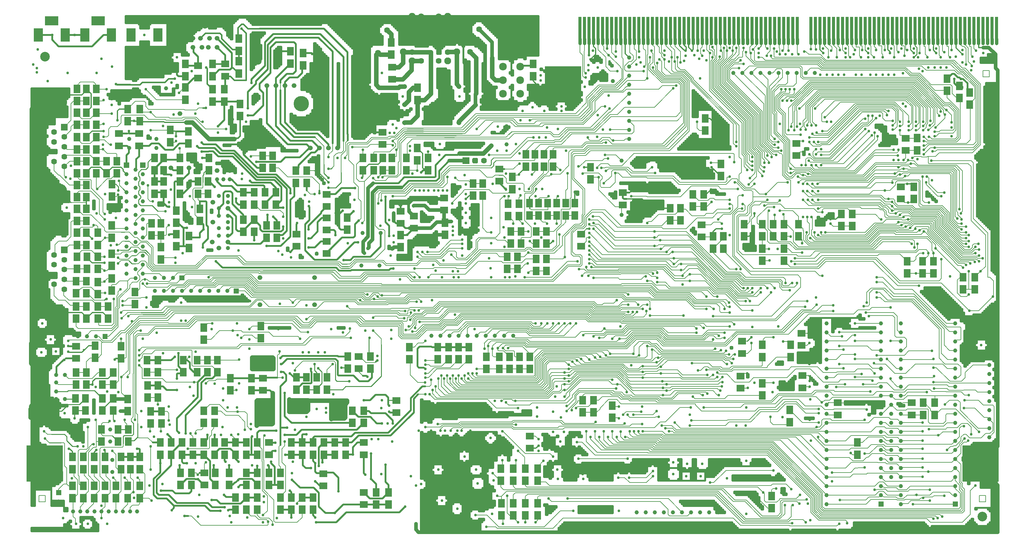
<source format=gbr>
%FSLAX34Y34*%
%MOMM*%
%LNCOPPER_BOTTOM*%
G71*
G01*
%ADD10C,1.166*%
%ADD11C,0.755*%
%ADD12C,2.160*%
%ADD13C,1.339*%
%ADD14C,1.338*%
%ADD15C,0.757*%
%ADD16C,0.756*%
%ADD17C,1.167*%
%ADD18C,1.621*%
%ADD19C,1.339*%
%ADD20C,1.619*%
%ADD21C,2.158*%
%ADD22C,2.698*%
%ADD23C,1.166*%
%ADD24C,1.620*%
%ADD25C,0.754*%
%ADD26C,2.700*%
%ADD27C,4.319*%
%ADD28C,1.340*%
%ADD29C,1.338*%
%ADD30C,1.340*%
%ADD31C,1.340*%
%ADD32C,4.319*%
%ADD33C,2.160*%
%ADD34C,1.943*%
%ADD35C,2.698*%
%ADD36C,2.700*%
%ADD37C,2.159*%
%ADD38C,1.619*%
%ADD39C,1.621*%
%ADD40C,2.160*%
%ADD41C,1.165*%
%ADD42C,2.159*%
%ADD43C,0.508*%
%ADD44C,0.203*%
%ADD45R,1.905X2.413*%
%ADD46R,1.906X2.413*%
%ADD47C,0.305*%
%ADD48C,1.016*%
%ADD49R,2.286X1.906*%
%ADD50R,1.906X2.414*%
%ADD51R,1.904X2.414*%
%ADD52C,1.270*%
%ADD53R,1.904X2.413*%
%ADD54C,0.254*%
%ADD55C,0.381*%
%ADD56R,1.908X2.413*%
%ADD57R,1.905X2.414*%
%ADD58R,1.906X2.415*%
%ADD59R,2.287X1.906*%
%ADD60R,1.904X2.415*%
%ADD61R,2.286X1.904*%
%ADD62R,2.286X1.905*%
%ADD63R,1.905X2.415*%
%ADD64R,2.542X3.812*%
%ADD65R,3.810X2.540*%
%ADD66R,1.904X1.906*%
%ADD67R,2.540X3.812*%
%ADD68C,2.032*%
%ADD69R,1.908X2.414*%
%ADD70R,1.903X2.413*%
%ADD71R,1.372X1.371*%
%ADD72R,2.287X1.905*%
%ADD73R,2.287X1.904*%
%ADD74R,1.371X1.373*%
%ADD75R,2.541X3.812*%
%ADD76R,3.812X2.540*%
%ADD77R,2.288X1.906*%
%ADD78R,2.288X1.904*%
%ADD79R,1.525X1.524*%
%ADD80C,0.889*%
%ADD81R,0.890X6.100*%
%LPD*%
X406293Y-631748D02*
G54D10*
D03*
X702999Y-1003149D02*
G54D11*
D03*
X983457Y-1086472D02*
G54D11*
D03*
X1200910Y-1263282D02*
G54D11*
D03*
X432709Y-838535D02*
G54D11*
D03*
X436774Y-917793D02*
G54D11*
D03*
X436774Y-889338D02*
G54D11*
D03*
X270129Y-999084D02*
G54D10*
D03*
X668458Y-131346D02*
G54D12*
D03*
X588180Y-161016D02*
G54D13*
D03*
X563790Y-253234D02*
G54D11*
D03*
X567086Y-161016D02*
G54D14*
D03*
X567086Y-186422D02*
G54D14*
D03*
X500283Y-248149D02*
G54D15*
D03*
X959073Y-1076310D02*
G54D15*
D03*
X908264Y-1076310D02*
G54D16*
D03*
X814778Y-1076310D02*
G54D16*
D03*
X733487Y-1076310D02*
G54D16*
D03*
X522131Y-1092571D02*
G54D11*
D03*
X574966Y-1041762D02*
G54D11*
D03*
X526195Y-1045827D02*
G54D11*
D03*
X483518Y-1045827D02*
G54D11*
D03*
X516034Y-1055991D02*
G54D15*
D03*
X885905Y-1273444D02*
G54D11*
D03*
X798517Y-1320188D02*
G54D15*
D03*
X786329Y-1350669D02*
G54D11*
D03*
X694875Y-1350669D02*
G54D15*
D03*
X444900Y-1417733D02*
G54D15*
D03*
X507902Y-1486832D02*
G54D15*
D03*
X450996Y-1460411D02*
G54D11*
D03*
X477421Y-1431959D02*
G54D16*
D03*
X481480Y-1413675D02*
G54D11*
D03*
X350958Y-1490389D02*
G54D17*
D03*
X206615Y-438423D02*
G54D18*
D03*
X920460Y-1362866D02*
G54D16*
D03*
X930616Y-1352702D02*
G54D16*
D03*
X1015971Y-1330350D02*
G54D16*
D03*
X1095236Y-1385218D02*
G54D16*
D03*
X1050525Y-1387249D02*
G54D11*
D03*
X1066779Y-1399445D02*
G54D15*
D03*
X847292Y-1074278D02*
G54D11*
D03*
X663373Y-871050D02*
G54D17*
D03*
X573953Y-372628D02*
G54D15*
D03*
X792420Y-662229D02*
G54D11*
D03*
X755584Y-833705D02*
G54D19*
D03*
X339224Y-373139D02*
G54D11*
D03*
X1072877Y-554013D02*
G54D11*
D03*
X1358413Y-505236D02*
G54D20*
D03*
X731454Y-286261D02*
G54D11*
D03*
X1436403Y-278638D02*
G54D21*
D03*
X1361466Y-1373029D02*
G54D11*
D03*
X1162297Y-1476672D02*
G54D11*
D03*
X1192781Y-1525447D02*
G54D11*
D03*
X1178558Y-1391315D02*
G54D11*
D03*
X1192781Y-1417733D02*
G54D11*
D03*
X1137915Y-474754D02*
G54D15*
D03*
X1176017Y-476787D02*
G54D15*
D03*
X250995Y-1490389D02*
G54D17*
D03*
X259959Y-1307993D02*
G54D11*
D03*
X243677Y-1307964D02*
G54D16*
D03*
X347858Y-1063611D02*
G54D15*
D03*
X119737Y-234941D02*
G54D16*
D03*
X129900Y-257300D02*
G54D11*
D03*
X129900Y-245105D02*
G54D11*
D03*
X131926Y-192264D02*
G54D11*
D03*
X152252Y-212589D02*
G54D22*
D03*
X420513Y-982823D02*
G54D11*
D03*
X416448Y-1037695D02*
G54D11*
D03*
X365640Y-1005182D02*
G54D11*
D03*
X426611Y-1005182D02*
G54D15*
D03*
X416448Y-1066152D02*
G54D11*
D03*
X416448Y-1051926D02*
G54D11*
D03*
X416448Y-1080375D02*
G54D11*
D03*
X522131Y-1116954D02*
G54D11*
D03*
X522131Y-1149469D02*
G54D11*
D03*
X207125Y-1214506D02*
G54D11*
D03*
X235575Y-1228734D02*
G54D16*
D03*
X294514Y-1232799D02*
G54D16*
D03*
X347355Y-1236863D02*
G54D11*
D03*
X333126Y-1236863D02*
G54D15*
D03*
X363608Y-1208409D02*
G54D15*
D03*
X422547Y-1208409D02*
G54D15*
D03*
X404252Y-1232799D02*
G54D11*
D03*
X375804Y-1232799D02*
G54D16*
D03*
X568875Y-1165729D02*
G54D11*
D03*
X558711Y-1141345D02*
G54D16*
D03*
X570899Y-1127117D02*
G54D11*
D03*
X603420Y-1131181D02*
G54D11*
D03*
X499773Y-1234832D02*
G54D16*
D03*
X628570Y-1131947D02*
G54D11*
D03*
X652197Y-1145410D02*
G54D16*
D03*
X688777Y-1149469D02*
G54D11*
D03*
X696906Y-1131181D02*
G54D11*
D03*
X668452Y-1360833D02*
G54D11*
D03*
X658295Y-1350669D02*
G54D11*
D03*
X625772Y-1360833D02*
G54D11*
D03*
X603420Y-1352702D02*
G54D11*
D03*
X627805Y-1275476D02*
G54D16*
D03*
X607485Y-1275476D02*
G54D11*
D03*
X674549Y-1275476D02*
G54D16*
D03*
X650164Y-1253118D02*
G54D11*
D03*
X646100Y-1275476D02*
G54D11*
D03*
X475389Y-1354736D02*
G54D11*
D03*
X448963Y-1373029D02*
G54D15*
D03*
X501803Y-1247021D02*
G54D11*
D03*
X495706Y-1273444D02*
G54D15*
D03*
X477421Y-1265314D02*
G54D16*
D03*
X458108Y-1280555D02*
G54D11*
D03*
X448963Y-1307993D02*
G54D15*
D03*
X446932Y-1265314D02*
G54D11*
D03*
X422547Y-1253118D02*
G54D15*
D03*
X335159Y-1260484D02*
G54D10*
D03*
X335159Y-1294529D02*
G54D10*
D03*
X341256Y-1320188D02*
G54D15*
D03*
X318898Y-1318155D02*
G54D11*
D03*
X341250Y-1345839D02*
G54D10*
D03*
X341250Y-1379883D02*
G54D10*
D03*
X410352Y-1314091D02*
G54D15*
D03*
X366908Y-1113145D02*
G54D11*
D03*
X384693Y-1113145D02*
G54D16*
D03*
X217281Y-1041762D02*
G54D11*
D03*
X206615Y-1064623D02*
G54D11*
D03*
X208648Y-1107053D02*
G54D17*
D03*
X692842Y-995018D02*
G54D11*
D03*
X619675Y-978757D02*
G54D16*
D03*
X678614Y-982823D02*
G54D15*
D03*
X696906Y-1064114D02*
G54D11*
D03*
X556678Y-1055991D02*
G54D11*
D03*
X406293Y-834973D02*
G54D10*
D03*
X406293Y-809575D02*
G54D10*
D03*
X406293Y-784165D02*
G54D10*
D03*
X426358Y-850477D02*
G54D11*
D03*
X426358Y-796870D02*
G54D10*
D03*
X426358Y-822275D02*
G54D10*
D03*
X637968Y-871050D02*
G54D10*
D03*
X612565Y-871050D02*
G54D17*
D03*
X587160Y-871050D02*
G54D10*
D03*
X561764Y-871050D02*
G54D10*
D03*
X485542Y-834464D02*
G54D10*
D03*
X611552Y-832437D02*
G54D11*
D03*
X320930Y-721423D02*
G54D16*
D03*
X319918Y-669850D02*
G54D11*
D03*
X319918Y-654609D02*
G54D11*
D03*
X538386Y-765369D02*
G54D15*
D03*
X380882Y-771467D02*
G54D10*
D03*
X426358Y-771467D02*
G54D10*
D03*
X406293Y-555535D02*
G54D10*
D03*
X406293Y-530136D02*
G54D10*
D03*
X380882Y-542830D02*
G54D10*
D03*
X351419Y-665792D02*
G54D11*
D03*
X358020Y-1155065D02*
G54D11*
D03*
X357510Y-757237D02*
G54D11*
D03*
X357510Y-777565D02*
G54D11*
D03*
X357510Y-793826D02*
G54D11*
D03*
X363608Y-866986D02*
G54D15*
D03*
X369707Y-911696D02*
G54D11*
D03*
X369707Y-899500D02*
G54D11*
D03*
X367674Y-948276D02*
G54D16*
D03*
X365640Y-932015D02*
G54D11*
D03*
X380882Y-796870D02*
G54D10*
D03*
X380882Y-822275D02*
G54D10*
D03*
X385967Y-942179D02*
G54D11*
D03*
X284350Y-724723D02*
G54D11*
D03*
X297049Y-653597D02*
G54D16*
D03*
X288415Y-686111D02*
G54D11*
D03*
X225411Y-519464D02*
G54D11*
D03*
X206615Y-466119D02*
G54D18*
D03*
X206615Y-521490D02*
G54D18*
D03*
X206615Y-493805D02*
G54D18*
D03*
X426358Y-644445D02*
G54D10*
D03*
X426358Y-669858D02*
G54D10*
D03*
X426358Y-695254D02*
G54D10*
D03*
X426358Y-720665D02*
G54D10*
D03*
X426358Y-746061D02*
G54D10*
D03*
X454552Y-619049D02*
G54D11*
D03*
X500283Y-621584D02*
G54D15*
D03*
X623486Y-621584D02*
G54D19*
D03*
X665406Y-621584D02*
G54D23*
D03*
X314833Y-460526D02*
G54D11*
D03*
X314833Y-472723D02*
G54D11*
D03*
X337191Y-460526D02*
G54D16*
D03*
X178166Y-769690D02*
G54D20*
D03*
X947387Y-565699D02*
G54D15*
D03*
X947387Y-553000D02*
G54D15*
D03*
X947387Y-527596D02*
G54D15*
D03*
X840692Y-596180D02*
G54D11*
D03*
X688267Y-611427D02*
G54D11*
D03*
X881337Y-601266D02*
G54D16*
D03*
X908264Y-598722D02*
G54D16*
D03*
X921982Y-596180D02*
G54D11*
D03*
X1020036Y-614983D02*
G54D15*
D03*
X892769Y-620317D02*
G54D11*
D03*
X1438693Y-692208D02*
G54D11*
D03*
X891500Y-697796D02*
G54D11*
D03*
X1280680Y-550457D02*
G54D15*
D03*
X1303039Y-553000D02*
G54D11*
D03*
X1259850Y-458493D02*
G54D11*
D03*
X1257818Y-488975D02*
G54D16*
D03*
X1087106Y-551979D02*
G54D16*
D03*
X1099295Y-551979D02*
G54D11*
D03*
X1182625Y-541816D02*
G54D11*
D03*
X1196344Y-532674D02*
G54D16*
D03*
X1207009Y-537751D02*
G54D15*
D03*
X1444790Y-541816D02*
G54D16*
D03*
X1383817Y-505236D02*
G54D24*
D03*
X1333011Y-625140D02*
G54D11*
D03*
X1294398Y-625140D02*
G54D11*
D03*
X1601273Y-352811D02*
G54D11*
D03*
X1597208Y-531654D02*
G54D11*
D03*
X1534211Y-291338D02*
G54D15*
D03*
X1519983Y-354852D02*
G54D11*
D03*
X1613469Y-476787D02*
G54D11*
D03*
X1333011Y-598722D02*
G54D11*
D03*
X1404145Y-665792D02*
G54D11*
D03*
X1292366Y-675947D02*
G54D16*
D03*
X2706838Y-212589D02*
G54D15*
D03*
X2710902Y-667817D02*
G54D15*
D03*
X2643834Y-1062087D02*
G54D25*
D03*
X2639770Y-1039729D02*
G54D25*
D03*
X2605226Y-700339D02*
G54D25*
D03*
X2599130Y-738952D02*
G54D25*
D03*
X2582861Y-738952D02*
G54D15*
D03*
X2584906Y-497106D02*
G54D25*
D03*
X2595066Y-821765D02*
G54D25*
D03*
X2586925Y-1470574D02*
G54D15*
D03*
X2597098Y-1444156D02*
G54D25*
D03*
X2546290Y-677981D02*
G54D11*
D03*
X2523932Y-917793D02*
G54D15*
D03*
X2527996Y-645465D02*
G54D15*
D03*
X2656038Y-1509192D02*
G54D15*
D03*
X2651974Y-190231D02*
G54D15*
D03*
X2651974Y-202428D02*
G54D15*
D03*
X2694657Y-436143D02*
G54D11*
D03*
X2743427Y-1163697D02*
G54D25*
D03*
X2658058Y-1276745D02*
G54D25*
D03*
X2668230Y-1505126D02*
G54D15*
D03*
X2674314Y-1446187D02*
G54D25*
D03*
X2682454Y-1318155D02*
G54D15*
D03*
X2517832Y-612952D02*
G54D11*
D03*
X2527996Y-621074D02*
G54D15*
D03*
X2527996Y-633270D02*
G54D15*
D03*
X2479221Y-1429929D02*
G54D11*
D03*
X2572714Y-503204D02*
G54D25*
D03*
X2572714Y-623115D02*
G54D25*
D03*
X2572714Y-669850D02*
G54D25*
D03*
X2623514Y-566208D02*
G54D25*
D03*
X2639770Y-560111D02*
G54D25*
D03*
X2615386Y-1452286D02*
G54D25*
D03*
X2574733Y-395496D02*
G54D15*
D03*
X2517832Y-263398D02*
G54D11*
D03*
X2521899Y-202428D02*
G54D11*
D03*
X2525964Y-190231D02*
G54D11*
D03*
X2534093Y-263398D02*
G54D11*
D03*
X2534093Y-214622D02*
G54D11*
D03*
X2601162Y-214622D02*
G54D25*
D03*
X2605226Y-202428D02*
G54D25*
D03*
X2666186Y-781629D02*
G54D25*
D03*
X2649930Y-751147D02*
G54D25*
D03*
X2643834Y-765369D02*
G54D25*
D03*
X2629622Y-765369D02*
G54D15*
D03*
X2641814Y-614983D02*
G54D15*
D03*
X2631642Y-623115D02*
G54D25*
D03*
X2666186Y-604821D02*
G54D25*
D03*
X2674314Y-594656D02*
G54D25*
D03*
X2702774Y-275586D02*
G54D15*
D03*
X2546290Y-200393D02*
G54D11*
D03*
X2550355Y-395496D02*
G54D11*
D03*
X2550355Y-407684D02*
G54D11*
D03*
X2550355Y-419882D02*
G54D11*
D03*
X2554421Y-190231D02*
G54D11*
D03*
X2501580Y-263398D02*
G54D15*
D03*
X2501580Y-214622D02*
G54D15*
D03*
X2507677Y-194296D02*
G54D11*
D03*
X2588970Y-190231D02*
G54D25*
D03*
X2588970Y-202428D02*
G54D25*
D03*
X2588970Y-214622D02*
G54D25*
D03*
X2460935Y-190231D02*
G54D11*
D03*
X2593034Y-696274D02*
G54D25*
D03*
X2591002Y-749115D02*
G54D25*
D03*
X2595066Y-395496D02*
G54D25*
D03*
X2595066Y-407684D02*
G54D25*
D03*
X2595066Y-419882D02*
G54D25*
D03*
X2442641Y-263398D02*
G54D15*
D03*
X2467033Y-263398D02*
G54D15*
D03*
X2483285Y-263398D02*
G54D11*
D03*
X2517832Y-365007D02*
G54D11*
D03*
X2424346Y-962504D02*
G54D11*
D03*
X2424346Y-995018D02*
G54D11*
D03*
X2424346Y-1011279D02*
G54D11*
D03*
X2424346Y-1049891D02*
G54D11*
D03*
X2424346Y-1062087D02*
G54D11*
D03*
X2424346Y-1112888D02*
G54D11*
D03*
X2566456Y-352971D02*
G54D16*
D03*
X2570673Y-194296D02*
G54D16*
D03*
X2397930Y-190231D02*
G54D11*
D03*
X2397930Y-202428D02*
G54D11*
D03*
X2397930Y-214622D02*
G54D11*
D03*
X2410126Y-214622D02*
G54D11*
D03*
X2420289Y-206492D02*
G54D15*
D03*
X2473130Y-379236D02*
G54D11*
D03*
X2471089Y-434109D02*
G54D11*
D03*
X2483285Y-385333D02*
G54D11*
D03*
X2479221Y-425980D02*
G54D11*
D03*
X2493449Y-379236D02*
G54D15*
D03*
X2487351Y-436143D02*
G54D11*
D03*
X2424346Y-194296D02*
G54D11*
D03*
X2426387Y-263398D02*
G54D11*
D03*
X2497514Y-669850D02*
G54D16*
D03*
X2536127Y-541816D02*
G54D15*
D03*
X2538159Y-653597D02*
G54D11*
D03*
X2345089Y-263398D02*
G54D16*
D03*
X2349154Y-214622D02*
G54D15*
D03*
X2357285Y-196328D02*
G54D16*
D03*
X2361351Y-263398D02*
G54D15*
D03*
X2532061Y-503204D02*
G54D16*
D03*
X2462967Y-942179D02*
G54D16*
D03*
X2485319Y-1051926D02*
G54D16*
D03*
X2477188Y-1074278D02*
G54D15*
D03*
X2467033Y-1153533D02*
G54D15*
D03*
X2473130Y-1123052D02*
G54D11*
D03*
X2479221Y-1102735D02*
G54D11*
D03*
X2485319Y-832437D02*
G54D16*
D03*
X2485319Y-846659D02*
G54D16*
D03*
X2485319Y-875115D02*
G54D16*
D03*
X2485319Y-889338D02*
G54D16*
D03*
X2462967Y-421914D02*
G54D16*
D03*
X2460935Y-379236D02*
G54D11*
D03*
X2286157Y-258319D02*
G54D10*
D03*
X2286159Y-1521381D02*
G54D11*
D03*
X2298345Y-1515283D02*
G54D16*
D03*
X2267864Y-1468539D02*
G54D15*
D03*
X2292248Y-1468539D02*
G54D11*
D03*
X2269897Y-1444156D02*
G54D11*
D03*
X2288191Y-1456351D02*
G54D16*
D03*
X2195206Y-1375564D02*
G54D11*
D03*
X2032118Y-1033631D02*
G54D11*
D03*
X2026024Y-1007214D02*
G54D11*
D03*
X2026024Y-1106791D02*
G54D11*
D03*
X2141864Y-653597D02*
G54D11*
D03*
X2241447Y-304043D02*
G54D16*
D03*
X2237382Y-419882D02*
G54D15*
D03*
X2198770Y-460526D02*
G54D15*
D03*
X2241447Y-869019D02*
G54D16*
D03*
X2245512Y-787729D02*
G54D15*
D03*
X2247545Y-848691D02*
G54D11*
D03*
X2202834Y-488975D02*
G54D15*
D03*
X2208926Y-468657D02*
G54D15*
D03*
X2217055Y-476787D02*
G54D16*
D03*
X2235348Y-566208D02*
G54D11*
D03*
X2212990Y-617016D02*
G54D15*
D03*
X2212990Y-645465D02*
G54D15*
D03*
X2223154Y-655629D02*
G54D11*
D03*
X2284125Y-915763D02*
G54D15*
D03*
X2206893Y-753173D02*
G54D11*
D03*
X2198770Y-657661D02*
G54D15*
D03*
X2196738Y-635304D02*
G54D11*
D03*
X2247545Y-1523414D02*
G54D11*
D03*
X2249570Y-1472606D02*
G54D11*
D03*
X2227220Y-1472606D02*
G54D11*
D03*
X2229251Y-848691D02*
G54D16*
D03*
X2210958Y-1076310D02*
G54D11*
D03*
X2195206Y-1129151D02*
G54D11*
D03*
X2220611Y-1225179D02*
G54D16*
D03*
X2222643Y-1012802D02*
G54D11*
D03*
X2121539Y-1102735D02*
G54D11*
D03*
X2123571Y-1143377D02*
G54D16*
D03*
X2135765Y-925924D02*
G54D16*
D03*
X2135765Y-972666D02*
G54D16*
D03*
X2133733Y-1001117D02*
G54D11*
D03*
X2133733Y-1017370D02*
G54D11*
D03*
X2135765Y-862919D02*
G54D16*
D03*
X2135765Y-875115D02*
G54D16*
D03*
X2160149Y-875115D02*
G54D11*
D03*
X2160149Y-862919D02*
G54D11*
D03*
X2182509Y-753173D02*
G54D16*
D03*
X2178443Y-862919D02*
G54D15*
D03*
X2184542Y-785694D02*
G54D11*
D03*
X2109348Y-602788D02*
G54D15*
D03*
X2109348Y-627173D02*
G54D15*
D03*
X2086989Y-1049891D02*
G54D11*
D03*
X2084956Y-964537D02*
G54D15*
D03*
X2082924Y-1062087D02*
G54D11*
D03*
X2202834Y-1425862D02*
G54D15*
D03*
X2217055Y-1438058D02*
G54D16*
D03*
X2296824Y-1232799D02*
G54D11*
D03*
X2371514Y-1141345D02*
G54D11*
D03*
X2373546Y-214622D02*
G54D15*
D03*
X2320705Y-614983D02*
G54D11*
D03*
X2320705Y-452396D02*
G54D11*
D03*
X2332901Y-421914D02*
G54D11*
D03*
X2286159Y-517431D02*
G54D11*
D03*
X2294288Y-505236D02*
G54D11*
D03*
X2296312Y-486950D02*
G54D11*
D03*
X2302412Y-517431D02*
G54D15*
D03*
X2308510Y-452396D02*
G54D11*
D03*
X2296312Y-452396D02*
G54D11*
D03*
X2338992Y-383300D02*
G54D11*
D03*
X2243481Y-718626D02*
G54D11*
D03*
X2243481Y-539783D02*
G54D11*
D03*
X2245512Y-336556D02*
G54D15*
D03*
X2245512Y-409717D02*
G54D15*
D03*
X2243481Y-527596D02*
G54D11*
D03*
X2278028Y-614983D02*
G54D11*
D03*
X2292248Y-614983D02*
G54D11*
D03*
X2304444Y-614983D02*
G54D11*
D03*
X2318672Y-570272D02*
G54D15*
D03*
X2320705Y-590592D02*
G54D11*
D03*
X2328836Y-517431D02*
G54D11*
D03*
X2328836Y-472723D02*
G54D11*
D03*
X2328836Y-488975D02*
G54D11*
D03*
X2310542Y-706437D02*
G54D16*
D03*
X2332901Y-828371D02*
G54D11*
D03*
X2332901Y-649531D02*
G54D11*
D03*
X2320705Y-639368D02*
G54D11*
D03*
X2275993Y-763337D02*
G54D16*
D03*
X2275993Y-736920D02*
G54D16*
D03*
X2298345Y-722690D02*
G54D16*
D03*
X2288191Y-706437D02*
G54D16*
D03*
X2135765Y-531654D02*
G54D16*
D03*
X1885796Y-1143377D02*
G54D11*
D03*
X1723214Y-352811D02*
G54D11*
D03*
X1645982Y-787729D02*
G54D16*
D03*
X1643950Y-1066152D02*
G54D11*
D03*
X1643950Y-1295796D02*
G54D11*
D03*
X1723214Y-488975D02*
G54D11*
D03*
X1719151Y-568240D02*
G54D11*
D03*
X1658179Y-828371D02*
G54D16*
D03*
X1670374Y-803981D02*
G54D16*
D03*
X1914245Y-1352702D02*
G54D16*
D03*
X1914245Y-1385218D02*
G54D16*
D03*
X1913744Y-1492931D02*
G54D10*
D03*
X1888332Y-1492931D02*
G54D10*
D03*
X1997570Y-1163697D02*
G54D11*
D03*
X1999602Y-1198253D02*
G54D15*
D03*
X2009766Y-1159632D02*
G54D11*
D03*
X2009766Y-1106791D02*
G54D11*
D03*
X1983347Y-1094602D02*
G54D11*
D03*
X1960988Y-824307D02*
G54D16*
D03*
X1960988Y-842594D02*
G54D16*
D03*
X1969121Y-1167762D02*
G54D16*
D03*
X2019927Y-586527D02*
G54D16*
D03*
X2021960Y-621074D02*
G54D11*
D03*
X2007731Y-887312D02*
G54D16*
D03*
X2007731Y-921857D02*
G54D16*
D03*
X1979282Y-976733D02*
G54D11*
D03*
X1979282Y-988920D02*
G54D11*
D03*
X1999602Y-974693D02*
G54D15*
D03*
X2007731Y-1092571D02*
G54D16*
D03*
X1873600Y-1224669D02*
G54D11*
D03*
X1867503Y-1208409D02*
G54D16*
D03*
X1960988Y-1218570D02*
G54D16*
D03*
X1963022Y-1198253D02*
G54D11*
D03*
X1774016Y-1218570D02*
G54D16*
D03*
X1778081Y-1242957D02*
G54D15*
D03*
X1719151Y-1265314D02*
G54D11*
D03*
X1696791Y-1238890D02*
G54D15*
D03*
X1694760Y-1265314D02*
G54D11*
D03*
X1656147Y-1062087D02*
G54D11*
D03*
X1662244Y-995018D02*
G54D15*
D03*
X1591109Y-604821D02*
G54D15*
D03*
X1595173Y-712536D02*
G54D15*
D03*
X1587051Y-682047D02*
G54D11*
D03*
X1618042Y-540294D02*
G54D11*
D03*
X1609913Y-776042D02*
G54D11*
D03*
X1593142Y-962504D02*
G54D11*
D03*
X1609403Y-962504D02*
G54D11*
D03*
X1678499Y-732853D02*
G54D11*
D03*
X1755729Y-1281575D02*
G54D15*
D03*
X1743534Y-1265314D02*
G54D15*
D03*
X1737437Y-1047860D02*
G54D11*
D03*
X1743534Y-1005182D02*
G54D15*
D03*
X1743534Y-1121020D02*
G54D15*
D03*
X1818727Y-198361D02*
G54D11*
D03*
X1818727Y-214622D02*
G54D11*
D03*
X1875632Y-220712D02*
G54D15*
D03*
X1879697Y-753173D02*
G54D16*
D03*
X1877665Y-728789D02*
G54D11*
D03*
X1810598Y-234941D02*
G54D11*
D03*
X1790781Y-392954D02*
G54D10*
D03*
X1816191Y-909663D02*
G54D11*
D03*
X1818727Y-1051926D02*
G54D11*
D03*
X1812630Y-929989D02*
G54D15*
D03*
X2023994Y-186167D02*
G54D15*
D03*
X2023994Y-214622D02*
G54D15*
D03*
X1983167Y-196149D02*
G54D11*
D03*
X1987414Y-218686D02*
G54D11*
D03*
X1989438Y-273554D02*
G54D11*
D03*
X1995537Y-210557D02*
G54D16*
D03*
X1830922Y-253234D02*
G54D11*
D03*
X1832954Y-241038D02*
G54D16*
D03*
X1841087Y-273554D02*
G54D16*
D03*
X1822793Y-228844D02*
G54D11*
D03*
X1889861Y-196328D02*
G54D11*
D03*
X1755729Y-897467D02*
G54D15*
D03*
X1788246Y-881214D02*
G54D11*
D03*
X1788246Y-909663D02*
G54D11*
D03*
X1788246Y-929989D02*
G54D11*
D03*
X2044312Y-212589D02*
G54D11*
D03*
X2048376Y-196328D02*
G54D11*
D03*
X2056508Y-188199D02*
G54D11*
D03*
X2064637Y-196328D02*
G54D11*
D03*
X2072768Y-188199D02*
G54D11*
D03*
X2080892Y-196328D02*
G54D15*
D03*
X1767160Y-1266078D02*
G54D11*
D03*
X1765894Y-970636D02*
G54D11*
D03*
X1744547Y-281430D02*
G54D10*
D03*
X1757762Y-253234D02*
G54D11*
D03*
X1753698Y-198361D02*
G54D11*
D03*
X1753698Y-212589D02*
G54D11*
D03*
X1769447Y-505235D02*
G54D10*
D03*
X1745567Y-448332D02*
G54D11*
D03*
X1769447Y-657662D02*
G54D10*
D03*
X1751664Y-539783D02*
G54D16*
D03*
X1688660Y-661726D02*
G54D15*
D03*
X1684596Y-803981D02*
G54D15*
D03*
X1690694Y-834471D02*
G54D11*
D03*
X1694760Y-1058023D02*
G54D11*
D03*
X1690694Y-999085D02*
G54D11*
D03*
X1721176Y-976733D02*
G54D11*
D03*
X1725241Y-1051926D02*
G54D11*
D03*
X1828889Y-921857D02*
G54D15*
D03*
X1837022Y-830405D02*
G54D15*
D03*
X1841087Y-842594D02*
G54D16*
D03*
X1841087Y-909663D02*
G54D16*
D03*
X1839053Y-927957D02*
G54D11*
D03*
X1828889Y-1114923D02*
G54D15*
D03*
X1828889Y-1082407D02*
G54D15*
D03*
X1828889Y-1098668D02*
G54D15*
D03*
X2111381Y-232909D02*
G54D11*
D03*
X2072768Y-614983D02*
G54D11*
D03*
X2072768Y-627173D02*
G54D11*
D03*
X2072768Y-639368D02*
G54D11*
D03*
X2026024Y-942179D02*
G54D11*
D03*
X2028051Y-921857D02*
G54D11*
D03*
X2038213Y-887312D02*
G54D15*
D03*
X2095120Y-584495D02*
G54D11*
D03*
X1902049Y-1265314D02*
G54D16*
D03*
X1891893Y-1257184D02*
G54D16*
D03*
X1881732Y-1249054D02*
G54D11*
D03*
X1965054Y-1234832D02*
G54D15*
D03*
X1960988Y-1249054D02*
G54D16*
D03*
X1918312Y-1240930D02*
G54D15*
D03*
X1589078Y-1373029D02*
G54D11*
D03*
X1633795Y-1488867D02*
G54D11*
D03*
X1582985Y-1167762D02*
G54D11*
D03*
X1609403Y-1149469D02*
G54D11*
D03*
X1609403Y-1167762D02*
G54D11*
D03*
X1587051Y-1139313D02*
G54D11*
D03*
X1599240Y-1226702D02*
G54D16*
D03*
X1615501Y-1208409D02*
G54D15*
D03*
X1615501Y-1194186D02*
G54D15*
D03*
X1607371Y-1267347D02*
G54D16*
D03*
X1511851Y-730821D02*
G54D11*
D03*
X1235460Y-1263282D02*
G54D11*
D03*
X1219205Y-1253118D02*
G54D15*
D03*
X1219205Y-1011279D02*
G54D15*
D03*
X1084563Y-1053447D02*
G54D11*
D03*
X1219205Y-1161665D02*
G54D15*
D03*
X1231393Y-1161665D02*
G54D11*
D03*
X1239525Y-1149469D02*
G54D11*
D03*
X1247654Y-1139313D02*
G54D11*
D03*
X999283Y-1179373D02*
G54D15*
D03*
X1005817Y-1124574D02*
G54D15*
D03*
X1056616Y-1111876D02*
G54D11*
D03*
X1084563Y-1066152D02*
G54D11*
D03*
X1123687Y-980791D02*
G54D11*
D03*
X1123687Y-1005182D02*
G54D11*
D03*
X1072877Y-982823D02*
G54D11*
D03*
X1062714Y-1003149D02*
G54D16*
D03*
X1050525Y-982823D02*
G54D11*
D03*
X814778Y-1098668D02*
G54D16*
D03*
X818845Y-1114923D02*
G54D15*
D03*
X914106Y-1202312D02*
G54D16*
D03*
X940779Y-1200277D02*
G54D11*
D03*
X1095236Y-1200277D02*
G54D16*
D03*
X692842Y-1210441D02*
G54D11*
D03*
X910296Y-1405542D02*
G54D11*
D03*
X910296Y-1507153D02*
G54D11*
D03*
X912330Y-1521381D02*
G54D15*
D03*
X940779Y-1212473D02*
G54D11*
D03*
X1117588Y-1210441D02*
G54D16*
D03*
X798517Y-1297828D02*
G54D15*
D03*
X768036Y-1277511D02*
G54D16*
D03*
X733487Y-1279543D02*
G54D16*
D03*
X694111Y-1274202D02*
G54D11*
D03*
X800549Y-1263282D02*
G54D11*
D03*
X729422Y-1244987D02*
G54D15*
D03*
X729422Y-1259215D02*
G54D15*
D03*
X713161Y-1261250D02*
G54D16*
D03*
X644068Y-1488867D02*
G54D15*
D03*
X654229Y-1444156D02*
G54D11*
D03*
X656256Y-1478703D02*
G54D11*
D03*
X666418Y-1486832D02*
G54D16*
D03*
X670484Y-1503087D02*
G54D15*
D03*
X674549Y-1521381D02*
G54D16*
D03*
X543468Y-1503087D02*
G54D15*
D03*
X581573Y-1504618D02*
G54D15*
D03*
X766002Y-1448222D02*
G54D11*
D03*
X766002Y-1464475D02*
G54D11*
D03*
X719258Y-1507153D02*
G54D11*
D03*
X763970Y-1521381D02*
G54D15*
D03*
X763970Y-1501062D02*
G54D15*
D03*
X778197Y-1519349D02*
G54D11*
D03*
X790393Y-1527478D02*
G54D11*
D03*
X802583Y-1509192D02*
G54D16*
D03*
X839162Y-1431959D02*
G54D11*
D03*
X843228Y-1507153D02*
G54D11*
D03*
X845261Y-1383185D02*
G54D15*
D03*
X845261Y-1401478D02*
G54D15*
D03*
X693854Y-1402491D02*
G54D15*
D03*
X694875Y-1421797D02*
G54D15*
D03*
X778197Y-1360833D02*
G54D11*
D03*
X747716Y-1362866D02*
G54D11*
D03*
X733487Y-1360833D02*
G54D16*
D03*
X621708Y-962504D02*
G54D11*
D03*
X396123Y-956405D02*
G54D11*
D03*
X690811Y-962504D02*
G54D15*
D03*
X518066Y-777565D02*
G54D11*
D03*
X518066Y-791793D02*
G54D11*
D03*
X510956Y-834464D02*
G54D10*
D03*
X918427Y-1043795D02*
G54D11*
D03*
X892002Y-1043795D02*
G54D15*
D03*
X875749Y-1043795D02*
G54D11*
D03*
X937224Y-1043283D02*
G54D11*
D03*
X889461Y-1178437D02*
G54D11*
D03*
X961105Y-1161665D02*
G54D11*
D03*
X1263915Y-1108829D02*
G54D11*
D03*
X1338093Y-997052D02*
G54D10*
D03*
X1394973Y-1025909D02*
G54D15*
D03*
X1450887Y-1031598D02*
G54D11*
D03*
X1436658Y-1031598D02*
G54D16*
D03*
X1422431Y-1031598D02*
G54D11*
D03*
X1407141Y-1033535D02*
G54D16*
D03*
X1414301Y-997052D02*
G54D10*
D03*
X1439711Y-997052D02*
G54D10*
D03*
X1357401Y-978757D02*
G54D11*
D03*
X1363492Y-997052D02*
G54D10*
D03*
X1384706Y-1033535D02*
G54D15*
D03*
X1388902Y-997052D02*
G54D10*
D03*
X1287287Y-997052D02*
G54D10*
D03*
X1302527Y-938112D02*
G54D11*
D03*
X1310659Y-816176D02*
G54D11*
D03*
X1402112Y-807034D02*
G54D16*
D03*
X1398047Y-779596D02*
G54D16*
D03*
X1560882Y-962249D02*
G54D11*
D03*
X1576888Y-962504D02*
G54D16*
D03*
X1471206Y-830405D02*
G54D16*
D03*
X1497631Y-832437D02*
G54D11*
D03*
X1483402Y-584495D02*
G54D16*
D03*
X1485435Y-602788D02*
G54D11*
D03*
X1491532Y-682047D02*
G54D16*
D03*
X1465109Y-997052D02*
G54D10*
D03*
X1188716Y-832437D02*
G54D11*
D03*
X1202942Y-832437D02*
G54D16*
D03*
X1227334Y-832437D02*
G54D16*
D03*
X1265948Y-832437D02*
G54D15*
D03*
X1298463Y-832437D02*
G54D11*
D03*
X1312690Y-832437D02*
G54D15*
D03*
X1042395Y-680013D02*
G54D11*
D03*
X859488Y-680013D02*
G54D11*
D03*
X1226672Y-479481D02*
G54D15*
D03*
X1517948Y-543850D02*
G54D16*
D03*
X1528113Y-604821D02*
G54D11*
D03*
X1530145Y-584495D02*
G54D16*
D03*
X1591109Y-415816D02*
G54D15*
D03*
X1601273Y-365007D02*
G54D11*
D03*
X1731340Y-499139D02*
G54D15*
D03*
X1735404Y-358908D02*
G54D15*
D03*
X1729128Y-190231D02*
G54D11*
D03*
X1733371Y-208523D02*
G54D11*
D03*
X1735404Y-226811D02*
G54D15*
D03*
X1733371Y-322330D02*
G54D11*
D03*
X1725241Y-454428D02*
G54D11*
D03*
X1700855Y-438174D02*
G54D15*
D03*
X1717109Y-417848D02*
G54D11*
D03*
X1702889Y-377203D02*
G54D11*
D03*
X1676472Y-251202D02*
G54D11*
D03*
X1676472Y-236973D02*
G54D11*
D03*
X1678326Y-208523D02*
G54D16*
D03*
X1682564Y-220712D02*
G54D11*
D03*
X1700855Y-525563D02*
G54D15*
D03*
X1704921Y-551979D02*
G54D16*
D03*
X1713053Y-525563D02*
G54D16*
D03*
X1725241Y-533693D02*
G54D11*
D03*
X1857340Y-243072D02*
G54D11*
D03*
X1855313Y-523528D02*
G54D11*
D03*
X1869536Y-230875D02*
G54D11*
D03*
X1889861Y-208523D02*
G54D11*
D03*
X1889861Y-220712D02*
G54D11*
D03*
X1902049Y-226811D02*
G54D16*
D03*
X1849209Y-921857D02*
G54D11*
D03*
X1849209Y-940145D02*
G54D11*
D03*
X1841087Y-680013D02*
G54D16*
D03*
X1841087Y-1025501D02*
G54D16*
D03*
X1802473Y-1047860D02*
G54D15*
D03*
X1800441Y-929989D02*
G54D11*
D03*
X1796375Y-1080375D02*
G54D11*
D03*
X1912213Y-761304D02*
G54D11*
D03*
X1895952Y-761304D02*
G54D11*
D03*
X1895952Y-1133216D02*
G54D11*
D03*
X1916279Y-779596D02*
G54D11*
D03*
X1916279Y-795851D02*
G54D11*
D03*
X1867503Y-1071231D02*
G54D16*
D03*
X1879697Y-1084439D02*
G54D16*
D03*
X1879697Y-1102735D02*
G54D16*
D03*
X1883763Y-1125084D02*
G54D15*
D03*
X1871568Y-1058525D02*
G54D15*
D03*
X1855313Y-1035663D02*
G54D11*
D03*
X1845654Y-505235D02*
G54D10*
D03*
X1845654Y-657662D02*
G54D10*
D03*
X1849209Y-214622D02*
G54D11*
D03*
X1853274Y-196328D02*
G54D11*
D03*
X2212990Y-401596D02*
G54D15*
D03*
X2261767Y-409717D02*
G54D11*
D03*
X2269897Y-401596D02*
G54D11*
D03*
X2267864Y-358908D02*
G54D15*
D03*
X2271928Y-432077D02*
G54D15*
D03*
X2271928Y-417848D02*
G54D15*
D03*
X2273961Y-517431D02*
G54D11*
D03*
X2314608Y-192264D02*
G54D15*
D03*
X2253636Y-419882D02*
G54D11*
D03*
X2253636Y-304043D02*
G54D11*
D03*
X2260746Y-258319D02*
G54D10*
D03*
X2625546Y-549948D02*
G54D25*
D03*
X2637750Y-505236D02*
G54D15*
D03*
X2647898Y-436143D02*
G54D25*
D03*
X2631642Y-438174D02*
G54D25*
D03*
X2647898Y-423946D02*
G54D25*
D03*
X2641814Y-478820D02*
G54D15*
D03*
X2647898Y-468657D02*
G54D25*
D03*
X2627578Y-214622D02*
G54D25*
D03*
X2629622Y-243072D02*
G54D15*
D03*
X2633686Y-194296D02*
G54D15*
D03*
X2647898Y-243072D02*
G54D25*
D03*
X2690582Y-214622D02*
G54D15*
D03*
X2694657Y-194296D02*
G54D11*
D03*
X2694657Y-411749D02*
G54D11*
D03*
X2694657Y-397530D02*
G54D11*
D03*
X2664166Y-243072D02*
G54D15*
D03*
X2664166Y-214622D02*
G54D15*
D03*
X2674314Y-200393D02*
G54D25*
D03*
X2680422Y-243072D02*
G54D15*
D03*
X2723094Y-698306D02*
G54D15*
D03*
X2723094Y-682047D02*
G54D15*
D03*
X2723094Y-669850D02*
G54D15*
D03*
X2721075Y-653597D02*
G54D25*
D03*
X2716998Y-641399D02*
G54D15*
D03*
X2721075Y-275586D02*
G54D25*
D03*
X2763747Y-196328D02*
G54D25*
D03*
X2784054Y-187185D02*
G54D15*
D03*
X2784054Y-202428D02*
G54D15*
D03*
X2735286Y-234941D02*
G54D15*
D03*
X2749510Y-251202D02*
G54D15*
D03*
X2751555Y-239008D02*
G54D25*
D03*
X2753574Y-212589D02*
G54D15*
D03*
X2757638Y-226811D02*
G54D15*
D03*
X2761702Y-765369D02*
G54D15*
D03*
X2735286Y-797890D02*
G54D15*
D03*
X2743427Y-816176D02*
G54D25*
D03*
X2747491Y-793826D02*
G54D25*
D03*
X2759683Y-789760D02*
G54D25*
D03*
X2761702Y-747083D02*
G54D15*
D03*
X2743427Y-747083D02*
G54D25*
D03*
X2705327Y-961993D02*
G54D10*
D03*
X2705327Y-987398D02*
G54D10*
D03*
X2705327Y-1012802D02*
G54D10*
D03*
X2737329Y-1072243D02*
G54D11*
D03*
X2743427Y-881214D02*
G54D25*
D03*
X2744443Y-926939D02*
G54D25*
D03*
X2771875Y-771467D02*
G54D25*
D03*
X2771875Y-755213D02*
G54D25*
D03*
X2769843Y-738952D02*
G54D25*
D03*
X2771875Y-787729D02*
G54D25*
D03*
X2725139Y-194296D02*
G54D25*
D03*
X2725139Y-206492D02*
G54D25*
D03*
X2725139Y-228844D02*
G54D25*
D03*
X2357285Y-395496D02*
G54D16*
D03*
X2345089Y-395496D02*
G54D16*
D03*
X2290224Y-899500D02*
G54D11*
D03*
X2261767Y-848691D02*
G54D11*
D03*
X2166757Y-1437038D02*
G54D16*
D03*
X1786213Y-1342540D02*
G54D16*
D03*
X1779859Y-1281575D02*
G54D15*
D03*
X1786213Y-1218570D02*
G54D16*
D03*
X1784179Y-1155568D02*
G54D11*
D03*
X2058540Y-921857D02*
G54D15*
D03*
X2070728Y-903566D02*
G54D11*
D03*
X2072768Y-714560D02*
G54D11*
D03*
X2072768Y-915763D02*
G54D11*
D03*
X2072768Y-932015D02*
G54D11*
D03*
X2121539Y-531654D02*
G54D11*
D03*
X2125603Y-572306D02*
G54D11*
D03*
X2107316Y-639368D02*
G54D11*
D03*
X2170313Y-631238D02*
G54D16*
D03*
X2178443Y-614983D02*
G54D15*
D03*
X2182509Y-645465D02*
G54D16*
D03*
X2188606Y-210557D02*
G54D11*
D03*
X2141864Y-570272D02*
G54D11*
D03*
X2164216Y-547914D02*
G54D11*
D03*
X2168281Y-535718D02*
G54D11*
D03*
X2174379Y-598722D02*
G54D15*
D03*
X2217055Y-304043D02*
G54D16*
D03*
X2229251Y-304043D02*
G54D16*
D03*
X2233318Y-336556D02*
G54D15*
D03*
X2221122Y-336556D02*
G54D15*
D03*
X2159137Y-258319D02*
G54D17*
D03*
X2184542Y-258319D02*
G54D10*
D03*
X2099187Y-245105D02*
G54D11*
D03*
X2133734Y-258319D02*
G54D10*
D03*
X2108336Y-258319D02*
G54D10*
D03*
X2221122Y-196328D02*
G54D15*
D03*
X2265831Y-206492D02*
G54D11*
D03*
X2282092Y-198361D02*
G54D11*
D03*
X2300710Y-191931D02*
G54D11*
D03*
X2196738Y-190231D02*
G54D11*
D03*
X2204868Y-198361D02*
G54D11*
D03*
X2209946Y-258319D02*
G54D17*
D03*
X2212990Y-206492D02*
G54D15*
D03*
X1674433Y-440207D02*
G54D11*
D03*
X1660212Y-541816D02*
G54D11*
D03*
X1664276Y-523528D02*
G54D11*
D03*
X1682564Y-1281575D02*
G54D11*
D03*
X1365532Y-1411641D02*
G54D11*
D03*
X1434626Y-1346604D02*
G54D11*
D03*
X1434626Y-1265314D02*
G54D11*
D03*
X1432594Y-1297828D02*
G54D16*
D03*
X1402112Y-1283607D02*
G54D16*
D03*
X1328944Y-1336443D02*
G54D11*
D03*
X1345207Y-1263282D02*
G54D11*
D03*
X1320815Y-1263282D02*
G54D11*
D03*
X1308624Y-1263282D02*
G54D16*
D03*
X1265948Y-1460411D02*
G54D15*
D03*
X1532179Y-1223649D02*
G54D11*
D03*
X1532179Y-1198253D02*
G54D11*
D03*
X1536243Y-1287673D02*
G54D11*
D03*
X1536243Y-1305959D02*
G54D11*
D03*
X1536243Y-1320188D02*
G54D11*
D03*
X842593Y-776930D02*
G54D11*
D03*
X817823Y-768925D02*
G54D16*
D03*
X1048493Y-765369D02*
G54D16*
D03*
X2154058Y-189720D02*
G54D11*
D03*
X2154058Y-202428D02*
G54D11*
D03*
X2154058Y-214622D02*
G54D11*
D03*
X2176410Y-210557D02*
G54D11*
D03*
X2178443Y-190231D02*
G54D15*
D03*
X2326802Y-263398D02*
G54D15*
D03*
X2334422Y-189720D02*
G54D15*
D03*
X2334933Y-202428D02*
G54D16*
D03*
X2377610Y-263398D02*
G54D15*
D03*
X2381669Y-194296D02*
G54D11*
D03*
X2393865Y-263398D02*
G54D11*
D03*
X2304444Y-430044D02*
G54D11*
D03*
X2296312Y-440207D02*
G54D11*
D03*
X2286159Y-417848D02*
G54D11*
D03*
X2302412Y-405652D02*
G54D15*
D03*
X2290224Y-405652D02*
G54D11*
D03*
X2188606Y-875115D02*
G54D11*
D03*
X2192671Y-1155568D02*
G54D11*
D03*
X892002Y-633270D02*
G54D15*
D03*
X500283Y-634289D02*
G54D15*
D03*
X1130295Y-652067D02*
G54D15*
D03*
X1333011Y-651562D02*
G54D11*
D03*
X1130295Y-715579D02*
G54D15*
D03*
X1130295Y-734631D02*
G54D15*
D03*
X1125718Y-753173D02*
G54D15*
D03*
X1117588Y-716594D02*
G54D16*
D03*
X1196845Y-761304D02*
G54D11*
D03*
X1168396Y-713038D02*
G54D16*
D03*
X2729203Y-1200277D02*
G54D25*
D03*
X2731222Y-1177925D02*
G54D15*
D03*
X2731222Y-1285634D02*
G54D15*
D03*
X2729203Y-1251086D02*
G54D25*
D03*
X2015354Y-1492931D02*
G54D17*
D03*
X1989947Y-1492931D02*
G54D10*
D03*
X2314608Y-889338D02*
G54D15*
D03*
X2316640Y-909663D02*
G54D11*
D03*
X1207009Y-1413675D02*
G54D15*
D03*
X2749510Y-1273444D02*
G54D15*
D03*
X2741382Y-1291731D02*
G54D15*
D03*
X152252Y-1285634D02*
G54D11*
D03*
X150219Y-1265314D02*
G54D16*
D03*
X2448739Y-913728D02*
G54D11*
D03*
X2446705Y-1133216D02*
G54D15*
D03*
X2119512Y-1496997D02*
G54D11*
D03*
X2145929Y-1448222D02*
G54D11*
D03*
X2119512Y-1348638D02*
G54D11*
D03*
X2119512Y-1391315D02*
G54D11*
D03*
X2771875Y-1267347D02*
G54D25*
D03*
X1597208Y-1293763D02*
G54D11*
D03*
X1591109Y-1399445D02*
G54D15*
D03*
X182734Y-1226702D02*
G54D11*
D03*
X1670374Y-1265314D02*
G54D16*
D03*
X2781527Y-1505382D02*
G54D26*
D03*
X1631755Y-1070212D02*
G54D11*
D03*
X1625665Y-962504D02*
G54D11*
D03*
X1629729Y-1206376D02*
G54D11*
D03*
X288415Y-1301895D02*
G54D11*
D03*
X2412158Y-1326286D02*
G54D15*
D03*
X2391833Y-1035663D02*
G54D16*
D03*
X2387767Y-999085D02*
G54D15*
D03*
X2379643Y-1076310D02*
G54D11*
D03*
X2379643Y-1025501D02*
G54D11*
D03*
X2379643Y-986889D02*
G54D11*
D03*
X2391833Y-1088504D02*
G54D16*
D03*
X1414301Y-1179960D02*
G54D11*
D03*
X1432594Y-1179960D02*
G54D16*
D03*
X1444790Y-1184025D02*
G54D16*
D03*
X183753Y-1107053D02*
G54D10*
D03*
X183753Y-1128138D02*
G54D10*
D03*
X183753Y-1154045D02*
G54D10*
D03*
X183753Y-1175128D02*
G54D10*
D03*
X2800323Y-1231269D02*
G54D10*
D03*
X2800323Y-1256681D02*
G54D10*
D03*
X2800323Y-1282079D02*
G54D10*
D03*
X2800323Y-1053447D02*
G54D10*
D03*
X2800323Y-1078851D02*
G54D10*
D03*
X2800323Y-1104256D02*
G54D10*
D03*
X2800323Y-1129654D02*
G54D10*
D03*
X2800323Y-1155065D02*
G54D10*
D03*
X2800323Y-1180462D02*
G54D10*
D03*
X2800323Y-1205873D02*
G54D10*
D03*
X168512Y-1007214D02*
G54D11*
D03*
X1009873Y-1003149D02*
G54D11*
D03*
X1007848Y-976733D02*
G54D11*
D03*
X988033Y-974693D02*
G54D11*
D03*
X988033Y-987398D02*
G54D11*
D03*
X182734Y-1040742D02*
G54D11*
D03*
X193400Y-936080D02*
G54D27*
D03*
X810712Y-907630D02*
G54D15*
D03*
X847292Y-903566D02*
G54D11*
D03*
X999717Y-913728D02*
G54D11*
D03*
X178166Y-797376D02*
G54D20*
D03*
X178166Y-824810D02*
G54D20*
D03*
X178166Y-852512D02*
G54D20*
D03*
X908009Y-909919D02*
G54D19*
D03*
X908009Y-833705D02*
G54D19*
D03*
X206615Y-783408D02*
G54D18*
D03*
X989555Y-784675D02*
G54D16*
D03*
X1039350Y-799917D02*
G54D10*
D03*
X1129784Y-808046D02*
G54D16*
D03*
X1090159Y-799917D02*
G54D10*
D03*
X840692Y-761304D02*
G54D11*
D03*
X806647Y-759272D02*
G54D16*
D03*
X820366Y-723201D02*
G54D11*
D03*
X774133Y-745049D02*
G54D11*
D03*
X694875Y-757237D02*
G54D15*
D03*
X595291Y-749115D02*
G54D11*
D03*
X640000Y-750890D02*
G54D14*
D03*
X665406Y-750886D02*
G54D23*
D03*
X665407Y-733364D02*
G54D28*
D03*
X621455Y-733364D02*
G54D29*
D03*
X739075Y-728278D02*
G54D11*
D03*
X640002Y-715828D02*
G54D17*
D03*
X665406Y-715828D02*
G54D23*
D03*
X500283Y-713038D02*
G54D15*
D03*
X1043415Y-708469D02*
G54D10*
D03*
X1094216Y-708469D02*
G54D17*
D03*
X596813Y-697796D02*
G54D15*
D03*
X550580Y-694242D02*
G54D15*
D03*
X623486Y-677471D02*
G54D19*
D03*
X499773Y-686111D02*
G54D16*
D03*
X193400Y-686111D02*
G54D27*
D03*
X490118Y-646989D02*
G54D11*
D03*
X665407Y-639113D02*
G54D28*
D03*
X640002Y-639114D02*
G54D17*
D03*
X820366Y-636826D02*
G54D11*
D03*
X564808Y-635304D02*
G54D11*
D03*
X987521Y-645465D02*
G54D11*
D03*
X1107426Y-606344D02*
G54D11*
D03*
X1127751Y-604821D02*
G54D11*
D03*
X1190756Y-588560D02*
G54D11*
D03*
X1202942Y-588560D02*
G54D16*
D03*
X1215140Y-588560D02*
G54D16*
D03*
X1227334Y-588560D02*
G54D16*
D03*
X1243589Y-588560D02*
G54D11*
D03*
X1255785Y-588560D02*
G54D11*
D03*
X1267979Y-588560D02*
G54D11*
D03*
X1280175Y-588560D02*
G54D11*
D03*
X505361Y-586017D02*
G54D11*
D03*
X558711Y-604821D02*
G54D16*
D03*
X627805Y-578396D02*
G54D16*
D03*
X665406Y-604056D02*
G54D23*
D03*
X640002Y-604056D02*
G54D17*
D03*
X635170Y-532928D02*
G54D13*
D03*
X670230Y-532928D02*
G54D13*
D03*
X193400Y-591102D02*
G54D27*
D03*
X178166Y-507524D02*
G54D20*
D03*
X505870Y-545880D02*
G54D11*
D03*
X505358Y-525054D02*
G54D13*
D03*
X357510Y-600756D02*
G54D11*
D03*
X358020Y-588560D02*
G54D11*
D03*
X359543Y-562143D02*
G54D16*
D03*
X1678499Y-720658D02*
G54D11*
D03*
X1678499Y-708469D02*
G54D11*
D03*
X1678499Y-696274D02*
G54D11*
D03*
X1678499Y-684078D02*
G54D11*
D03*
X1678499Y-669850D02*
G54D11*
D03*
X561252Y-499648D02*
G54D11*
D03*
X556170Y-525054D02*
G54D30*
D03*
X652700Y-519974D02*
G54D31*
D03*
X2129668Y-899500D02*
G54D11*
D03*
X2578797Y-694242D02*
G54D15*
D03*
X2574733Y-419882D02*
G54D15*
D03*
X2574733Y-407684D02*
G54D15*
D03*
X2580842Y-513367D02*
G54D25*
D03*
X426358Y-568241D02*
G54D10*
D03*
X426358Y-593636D02*
G54D10*
D03*
X426358Y-619050D02*
G54D10*
D03*
X426358Y-542830D02*
G54D10*
D03*
X972791Y-497106D02*
G54D11*
D03*
X993619Y-497106D02*
G54D16*
D03*
X972789Y-469420D02*
G54D13*
D03*
X1473239Y-458493D02*
G54D11*
D03*
X1481370Y-543850D02*
G54D11*
D03*
X579030Y-464081D02*
G54D11*
D03*
X591736Y-479330D02*
G54D11*
D03*
X709860Y-483133D02*
G54D11*
D03*
X591736Y-453920D02*
G54D11*
D03*
X683189Y-443763D02*
G54D16*
D03*
X667942Y-443763D02*
G54D11*
D03*
X637460Y-425980D02*
G54D11*
D03*
X530255Y-470689D02*
G54D15*
D03*
X464714Y-469158D02*
G54D17*
D03*
X520098Y-450364D02*
G54D15*
D03*
X464714Y-443763D02*
G54D17*
D03*
X1176017Y-464081D02*
G54D15*
D03*
X1127751Y-450364D02*
G54D11*
D03*
X1127374Y-462180D02*
G54D15*
D03*
X1131816Y-426992D02*
G54D11*
D03*
X1119620Y-426992D02*
G54D11*
D03*
X1556563Y-440207D02*
G54D15*
D03*
X1560628Y-411749D02*
G54D16*
D03*
X1552497Y-365007D02*
G54D16*
D03*
X388000Y-421914D02*
G54D15*
D03*
X388503Y-443763D02*
G54D10*
D03*
X388503Y-469158D02*
G54D10*
D03*
X402221Y-393464D02*
G54D15*
D03*
X1056616Y-377712D02*
G54D11*
D03*
X548547Y-397530D02*
G54D11*
D03*
X483518Y-407684D02*
G54D11*
D03*
X512979Y-375171D02*
G54D11*
D03*
X448963Y-369072D02*
G54D15*
D03*
X530766Y-372628D02*
G54D14*
D03*
X871448Y-345474D02*
G54D32*
D03*
X721292Y-357387D02*
G54D16*
D03*
X603932Y-356878D02*
G54D11*
D03*
X178166Y-424712D02*
G54D20*
D03*
X178166Y-452398D02*
G54D20*
D03*
X178166Y-479833D02*
G54D20*
D03*
X339224Y-348754D02*
G54D11*
D03*
X324995Y-304043D02*
G54D15*
D03*
X339224Y-332492D02*
G54D11*
D03*
X193400Y-341127D02*
G54D27*
D03*
X434736Y-304043D02*
G54D11*
D03*
X528222Y-314198D02*
G54D11*
D03*
X492151Y-302004D02*
G54D17*
D03*
X466746Y-302004D02*
G54D10*
D03*
X507165Y-285626D02*
G54D11*
D03*
X516789Y-274828D02*
G54D16*
D03*
X1097268Y-258313D02*
G54D11*
D03*
X2312576Y-358908D02*
G54D11*
D03*
X2311555Y-258319D02*
G54D10*
D03*
X1509819Y-584495D02*
G54D15*
D03*
X1507787Y-763337D02*
G54D11*
D03*
X1507787Y-704403D02*
G54D11*
D03*
X1505754Y-793826D02*
G54D16*
D03*
X1507787Y-820242D02*
G54D11*
D03*
X1790781Y-240529D02*
G54D10*
D03*
X1790781Y-265939D02*
G54D10*
D03*
X1790781Y-291338D02*
G54D10*
D03*
X1790781Y-316742D02*
G54D10*
D03*
X1790781Y-342146D02*
G54D10*
D03*
X1790781Y-367551D02*
G54D10*
D03*
X1790781Y-215130D02*
G54D10*
D03*
X1034769Y-225034D02*
G54D33*
D03*
X1182115Y-99797D02*
G54D34*
D03*
X1182115Y-224531D02*
G54D34*
D03*
X153520Y-1208409D02*
G54D35*
D03*
X145396Y-1141091D02*
G54D36*
D03*
X153520Y-1073768D02*
G54D35*
D03*
X142344Y-1043540D02*
G54D11*
D03*
X172578Y-151619D02*
G54D11*
D03*
X160382Y-281182D02*
G54D11*
D03*
X144631Y-961993D02*
G54D11*
D03*
X208648Y-1175128D02*
G54D17*
D03*
X211190Y-551979D02*
G54D11*
D03*
X223379Y-556045D02*
G54D16*
D03*
X213216Y-637335D02*
G54D11*
D03*
X217281Y-1011279D02*
G54D11*
D03*
X217281Y-1025501D02*
G54D11*
D03*
X244718Y-999084D02*
G54D10*
D03*
X350400Y-646989D02*
G54D11*
D03*
X206615Y-866475D02*
G54D18*
D03*
X206615Y-838783D02*
G54D18*
D03*
X206615Y-811097D02*
G54D18*
D03*
X316865Y-334526D02*
G54D15*
D03*
X227444Y-1397413D02*
G54D16*
D03*
X343288Y-1395381D02*
G54D11*
D03*
X375804Y-1395381D02*
G54D16*
D03*
X412384Y-1395381D02*
G54D11*
D03*
X318898Y-775532D02*
G54D11*
D03*
X318898Y-791793D02*
G54D11*
D03*
X318898Y-814145D02*
G54D11*
D03*
X401208Y-245614D02*
G54D11*
D03*
X744154Y-326650D02*
G54D37*
D03*
X593259Y-497106D02*
G54D16*
D03*
X546515Y-653597D02*
G54D16*
D03*
X601128Y-123349D02*
G54D12*
D03*
X614088Y-161016D02*
G54D13*
D03*
X635170Y-161016D02*
G54D13*
D03*
X635170Y-186422D02*
G54D13*
D03*
X440833Y-574331D02*
G54D16*
D03*
X730188Y-493297D02*
G54D11*
D03*
X660320Y-415816D02*
G54D11*
D03*
X914362Y-763847D02*
G54D11*
D03*
X891500Y-748605D02*
G54D11*
D03*
X891500Y-723201D02*
G54D11*
D03*
X1363492Y-415816D02*
G54D11*
D03*
X1041376Y-553000D02*
G54D11*
D03*
X1137915Y-413784D02*
G54D15*
D03*
X1036298Y-897467D02*
G54D16*
D03*
X1056616Y-881214D02*
G54D11*
D03*
X1074909Y-893403D02*
G54D16*
D03*
X1085074Y-887312D02*
G54D11*
D03*
X1097268Y-883247D02*
G54D11*
D03*
X1072877Y-946244D02*
G54D11*
D03*
X1013939Y-466625D02*
G54D11*
D03*
X1043918Y-474245D02*
G54D16*
D03*
X1156966Y-199629D02*
G54D34*
D03*
X1086596Y-201660D02*
G54D38*
D03*
X1361466Y-316233D02*
G54D11*
D03*
X1160778Y-296422D02*
G54D14*
D03*
X1313195Y-296422D02*
G54D13*
D03*
X1112000Y-138154D02*
G54D39*
D03*
X1188716Y-808046D02*
G54D11*
D03*
X1241557Y-797890D02*
G54D15*
D03*
X1247654Y-814145D02*
G54D11*
D03*
X1296430Y-816176D02*
G54D16*
D03*
X1333011Y-612952D02*
G54D11*
D03*
X1404145Y-706437D02*
G54D11*
D03*
X1049003Y-326650D02*
G54D33*
D03*
X1155697Y-324362D02*
G54D11*
D03*
X1207009Y-99795D02*
G54D20*
D03*
X1207009Y-124691D02*
G54D20*
D03*
X1231911Y-124691D02*
G54D40*
D03*
X1359433Y-1501062D02*
G54D15*
D03*
X1281691Y-99797D02*
G54D34*
D03*
X1127751Y-1242957D02*
G54D11*
D03*
X1113523Y-1242957D02*
G54D15*
D03*
X1097268Y-1242957D02*
G54D11*
D03*
X1436403Y-240534D02*
G54D21*
D03*
X581573Y-344690D02*
G54D15*
D03*
X444900Y-346720D02*
G54D15*
D03*
X1313195Y-347226D02*
G54D13*
D03*
X1160778Y-347226D02*
G54D14*
D03*
X1370100Y-136121D02*
G54D38*
D03*
X1435129Y-113510D02*
G54D40*
D03*
X1491532Y-365007D02*
G54D16*
D03*
X1576888Y-730821D02*
G54D16*
D03*
X1560628Y-682047D02*
G54D16*
D03*
X1564692Y-604821D02*
G54D16*
D03*
X1572313Y-542837D02*
G54D15*
D03*
X1560628Y-1488867D02*
G54D16*
D03*
X1564692Y-1454319D02*
G54D16*
D03*
X1617533Y-1454319D02*
G54D11*
D03*
X1648017Y-1342540D02*
G54D11*
D03*
X1650049Y-810081D02*
G54D15*
D03*
X1666310Y-297946D02*
G54D16*
D03*
X1668342Y-271521D02*
G54D11*
D03*
X1668342Y-259332D02*
G54D11*
D03*
X1706955Y-1281575D02*
G54D11*
D03*
X1837523Y-1492931D02*
G54D41*
D03*
X1812126Y-1492931D02*
G54D10*
D03*
X1964550Y-1492931D02*
G54D10*
D03*
X1939139Y-1492931D02*
G54D10*
D03*
X1952858Y-1356768D02*
G54D15*
D03*
X1950826Y-1391315D02*
G54D11*
D03*
X2040756Y-1492931D02*
G54D10*
D03*
X2129668Y-554013D02*
G54D11*
D03*
X2186574Y-1224669D02*
G54D15*
D03*
X2316640Y-1253118D02*
G54D11*
D03*
X2379643Y-1525447D02*
G54D11*
D03*
X2401995Y-1523414D02*
G54D11*
D03*
X2381669Y-1458384D02*
G54D11*
D03*
X2442641Y-1104765D02*
G54D15*
D03*
X2456869Y-1204344D02*
G54D11*
D03*
X2450771Y-1232799D02*
G54D16*
D03*
X2450771Y-1328311D02*
G54D16*
D03*
X2450771Y-1366931D02*
G54D16*
D03*
X2452803Y-415816D02*
G54D11*
D03*
X2452803Y-387365D02*
G54D11*
D03*
X2456869Y-903566D02*
G54D11*
D03*
X2454836Y-932015D02*
G54D15*
D03*
X2705327Y-1368453D02*
G54D10*
D03*
X2705327Y-1343050D02*
G54D10*
D03*
X2705327Y-1317647D02*
G54D10*
D03*
X2705327Y-1292240D02*
G54D10*
D03*
X2705327Y-1266836D02*
G54D10*
D03*
X2705327Y-1393850D02*
G54D10*
D03*
X2705327Y-1419262D02*
G54D10*
D03*
X2705327Y-1444659D02*
G54D10*
D03*
X2761702Y-1417733D02*
G54D15*
D03*
X203060Y-1509192D02*
G54D11*
D03*
X190864Y-1462959D02*
G54D10*
D03*
X239640Y-1525447D02*
G54D16*
D03*
X231006Y-1490389D02*
G54D10*
D03*
X2552891Y-1114411D02*
G54D10*
D03*
X2554421Y-686111D02*
G54D11*
D03*
X2552891Y-1063605D02*
G54D10*
D03*
X2552891Y-1038207D02*
G54D10*
D03*
X2552891Y-1012802D02*
G54D10*
D03*
X2552891Y-987398D02*
G54D10*
D03*
X2552891Y-961993D02*
G54D10*
D03*
X2552891Y-1089015D02*
G54D10*
D03*
X2525964Y-1368453D02*
G54D10*
D03*
X2525964Y-1393850D02*
G54D10*
D03*
X2525964Y-1266836D02*
G54D10*
D03*
X2525964Y-1292240D02*
G54D10*
D03*
X2525964Y-1317647D02*
G54D10*
D03*
X2525964Y-1343050D02*
G54D10*
D03*
X2497011Y-1419262D02*
G54D10*
D03*
X2497011Y-1444659D02*
G54D10*
D03*
X2497011Y-1393850D02*
G54D10*
D03*
X2497011Y-1368453D02*
G54D10*
D03*
X2497011Y-1343050D02*
G54D10*
D03*
X2497011Y-1317647D02*
G54D10*
D03*
X2497011Y-1292240D02*
G54D10*
D03*
X2497011Y-1266836D02*
G54D10*
D03*
X2497011Y-1241439D02*
G54D10*
D03*
X2363382Y-911696D02*
G54D11*
D03*
X2363382Y-927957D02*
G54D11*
D03*
X2359318Y-1381152D02*
G54D11*
D03*
X2359318Y-1405542D02*
G54D11*
D03*
X2344586Y-1292240D02*
G54D10*
D03*
X2344586Y-1393850D02*
G54D10*
D03*
X2344586Y-1419262D02*
G54D10*
D03*
X2344586Y-1444659D02*
G54D10*
D03*
X2344586Y-1470071D02*
G54D10*
D03*
X2344586Y-1317647D02*
G54D10*
D03*
X2344586Y-1343050D02*
G54D10*
D03*
X2344586Y-1368453D02*
G54D10*
D03*
X2344586Y-1063605D02*
G54D10*
D03*
X2344586Y-1038207D02*
G54D10*
D03*
X2344586Y-1012802D02*
G54D10*
D03*
X2344586Y-987398D02*
G54D10*
D03*
X2344586Y-961993D02*
G54D10*
D03*
X2344586Y-1266836D02*
G54D10*
D03*
X2344586Y-1241439D02*
G54D10*
D03*
X2344586Y-1216029D02*
G54D10*
D03*
X2344586Y-1190633D02*
G54D10*
D03*
X2344586Y-1165221D02*
G54D10*
D03*
X2344586Y-1139824D02*
G54D10*
D03*
X2344586Y-1114411D02*
G54D10*
D03*
X2344586Y-1089015D02*
G54D10*
D03*
X2525964Y-1165221D02*
G54D10*
D03*
X2525964Y-1241439D02*
G54D10*
D03*
X2525964Y-1216029D02*
G54D10*
D03*
X2525964Y-1190633D02*
G54D10*
D03*
X2523932Y-1116954D02*
G54D15*
D03*
X2523932Y-1011279D02*
G54D15*
D03*
X2513768Y-1062087D02*
G54D11*
D03*
X2552891Y-1444659D02*
G54D10*
D03*
X2552891Y-1419262D02*
G54D10*
D03*
X2552891Y-1393850D02*
G54D10*
D03*
X2552891Y-1470071D02*
G54D10*
D03*
X2552891Y-1368453D02*
G54D10*
D03*
X2552891Y-1139824D02*
G54D10*
D03*
X2552891Y-1165221D02*
G54D10*
D03*
X2552891Y-1343050D02*
G54D10*
D03*
X2552891Y-1317647D02*
G54D10*
D03*
X2552891Y-1292240D02*
G54D10*
D03*
X2552891Y-1266836D02*
G54D10*
D03*
X2552891Y-1241439D02*
G54D10*
D03*
X2552891Y-1216029D02*
G54D10*
D03*
X2552891Y-1190633D02*
G54D10*
D03*
X2705327Y-1241439D02*
G54D10*
D03*
X2705327Y-1165221D02*
G54D10*
D03*
X2705327Y-1190633D02*
G54D10*
D03*
X2705327Y-1216029D02*
G54D10*
D03*
X2705327Y-1038207D02*
G54D10*
D03*
X2705327Y-1089015D02*
G54D10*
D03*
X2705327Y-1114411D02*
G54D10*
D03*
X2705327Y-1139824D02*
G54D10*
D03*
X2705327Y-1063605D02*
G54D10*
D03*
X2497011Y-1089015D02*
G54D10*
D03*
X2497011Y-1114411D02*
G54D10*
D03*
X2497011Y-1139824D02*
G54D10*
D03*
X2497011Y-1165221D02*
G54D10*
D03*
X2497011Y-1190633D02*
G54D10*
D03*
X2497011Y-1216029D02*
G54D10*
D03*
X2497011Y-1063605D02*
G54D10*
D03*
X2497011Y-961993D02*
G54D10*
D03*
X2497011Y-1038207D02*
G54D10*
D03*
X2497011Y-1012802D02*
G54D10*
D03*
X2497011Y-987398D02*
G54D10*
D03*
X485542Y-871050D02*
G54D10*
D03*
X460147Y-871050D02*
G54D10*
D03*
X534320Y-903566D02*
G54D16*
D03*
X536351Y-871050D02*
G54D10*
D03*
X510956Y-871050D02*
G54D10*
D03*
X640002Y-695006D02*
G54D17*
D03*
X665406Y-695006D02*
G54D23*
D03*
X665406Y-677478D02*
G54D23*
D03*
X776165Y-657661D02*
G54D15*
D03*
X640002Y-659948D02*
G54D17*
D03*
X665406Y-659948D02*
G54D23*
D03*
X380882Y-720665D02*
G54D10*
D03*
X380882Y-746061D02*
G54D10*
D03*
X406293Y-758769D02*
G54D10*
D03*
X406293Y-707960D02*
G54D10*
D03*
X406293Y-733358D02*
G54D10*
D03*
X380882Y-695254D02*
G54D10*
D03*
X380882Y-644445D02*
G54D10*
D03*
X380882Y-669858D02*
G54D10*
D03*
X406293Y-657151D02*
G54D10*
D03*
X406293Y-682556D02*
G54D10*
D03*
X380882Y-619050D02*
G54D10*
D03*
X380882Y-593636D02*
G54D10*
D03*
X380882Y-568241D02*
G54D10*
D03*
X406293Y-580945D02*
G54D10*
D03*
X406293Y-606344D02*
G54D10*
D03*
X561252Y-560620D02*
G54D11*
D03*
X704782Y-556810D02*
G54D16*
D03*
X705038Y-541816D02*
G54D11*
D03*
X635170Y-557822D02*
G54D23*
D03*
X652700Y-557822D02*
G54D23*
D03*
X670230Y-557822D02*
G54D23*
D03*
X1688660Y-196328D02*
G54D15*
D03*
X1702889Y-243072D02*
G54D11*
D03*
X1693739Y-281430D02*
G54D10*
D03*
X2082924Y-258319D02*
G54D10*
D03*
X727390Y-899500D02*
G54D11*
D03*
X755584Y-909919D02*
G54D19*
D03*
X1256799Y-99795D02*
G54D20*
D03*
X1256799Y-124691D02*
G54D20*
D03*
X1336063Y-240529D02*
G54D15*
D03*
X1281691Y-224531D02*
G54D34*
D03*
X1344704Y-199635D02*
G54D38*
D03*
X1306839Y-199629D02*
G54D34*
D03*
X533810Y-131346D02*
G54D12*
D03*
X316865Y-401596D02*
G54D15*
D03*
X316865Y-421914D02*
G54D15*
D03*
X316865Y-438174D02*
G54D15*
D03*
X1995537Y-1356768D02*
G54D16*
D03*
X1991470Y-1391315D02*
G54D15*
D03*
X2017895Y-1409607D02*
G54D11*
D03*
X2064637Y-1397413D02*
G54D11*
D03*
X1862935Y-1492931D02*
G54D10*
D03*
X1857340Y-1377088D02*
G54D11*
D03*
X1857340Y-1391315D02*
G54D11*
D03*
X1654115Y-1488867D02*
G54D16*
D03*
X1660212Y-1385218D02*
G54D11*
D03*
X1662244Y-1399445D02*
G54D15*
D03*
X1499655Y-1521381D02*
G54D11*
D03*
X1408209Y-1383185D02*
G54D11*
D03*
X1410236Y-1403510D02*
G54D11*
D03*
X1420400Y-1446187D02*
G54D16*
D03*
X1448854Y-1446187D02*
G54D16*
D03*
X1389914Y-1533576D02*
G54D16*
D03*
X1406177Y-1496997D02*
G54D15*
D03*
X1436658Y-1525447D02*
G54D16*
D03*
X1308624Y-1462448D02*
G54D16*
D03*
X1308624Y-1482769D02*
G54D16*
D03*
X370946Y-1490389D02*
G54D10*
D03*
X390943Y-1490389D02*
G54D10*
D03*
X410937Y-1490389D02*
G54D10*
D03*
X400188Y-1436027D02*
G54D11*
D03*
X402221Y-1452286D02*
G54D15*
D03*
X296545Y-1318155D02*
G54D11*
D03*
X219314Y-1314091D02*
G54D16*
D03*
X528222Y-1269379D02*
G54D11*
D03*
X546515Y-1271411D02*
G54D16*
D03*
X552614Y-1314091D02*
G54D11*
D03*
X574966Y-1271411D02*
G54D11*
D03*
X560743Y-1271411D02*
G54D11*
D03*
X530255Y-1360833D02*
G54D15*
D03*
X550580Y-1354736D02*
G54D15*
D03*
X581063Y-1387249D02*
G54D16*
D03*
X574966Y-1354736D02*
G54D11*
D03*
X847292Y-1350669D02*
G54D11*
D03*
X826208Y-1331109D02*
G54D11*
D03*
X853390Y-1261250D02*
G54D16*
D03*
X831039Y-1255151D02*
G54D15*
D03*
X824940Y-1293763D02*
G54D11*
D03*
X824940Y-1275476D02*
G54D11*
D03*
X1125718Y-1293763D02*
G54D15*
D03*
X1255785Y-1373029D02*
G54D11*
D03*
X1253751Y-1244987D02*
G54D15*
D03*
X1261882Y-1263282D02*
G54D16*
D03*
X1274078Y-1263282D02*
G54D16*
D03*
X1290331Y-1263282D02*
G54D11*
D03*
X1479338Y-1521381D02*
G54D16*
D03*
X1473239Y-1346604D02*
G54D11*
D03*
X1471206Y-1179960D02*
G54D16*
D03*
X1479338Y-1200277D02*
G54D16*
D03*
X1479338Y-1320188D02*
G54D16*
D03*
X1473239Y-1247021D02*
G54D11*
D03*
X1625665Y-1295796D02*
G54D11*
D03*
X1828889Y-1265314D02*
G54D15*
D03*
X1804506Y-1265314D02*
G54D11*
D03*
X1816694Y-1265314D02*
G54D15*
D03*
X1826858Y-1244987D02*
G54D11*
D03*
X1802473Y-1218570D02*
G54D15*
D03*
X1824825Y-1210441D02*
G54D15*
D03*
X1826858Y-1196213D02*
G54D11*
D03*
X2091056Y-1249054D02*
G54D11*
D03*
X2119512Y-1198253D02*
G54D11*
D03*
X2117472Y-1249054D02*
G54D11*
D03*
X2603194Y-856823D02*
G54D25*
D03*
X2613354Y-1366931D02*
G54D25*
D03*
X2613354Y-1393347D02*
G54D25*
D03*
X2613354Y-1240930D02*
G54D25*
D03*
X2613354Y-1265314D02*
G54D25*
D03*
X2613354Y-1291731D02*
G54D25*
D03*
X2613354Y-1314091D02*
G54D25*
D03*
X2613354Y-1342540D02*
G54D25*
D03*
X2629622Y-1379120D02*
G54D15*
D03*
X2633686Y-1460411D02*
G54D15*
D03*
X2633686Y-1429929D02*
G54D15*
D03*
X2643834Y-1511219D02*
G54D25*
D03*
X2631642Y-1259215D02*
G54D25*
D03*
X2676358Y-1190121D02*
G54D15*
D03*
X2625546Y-1155568D02*
G54D25*
D03*
X2645866Y-1145410D02*
G54D25*
D03*
X2645866Y-1110856D02*
G54D25*
D03*
X2643834Y-1127117D02*
G54D25*
D03*
X2643834Y-1086472D02*
G54D25*
D03*
X2395898Y-1186057D02*
G54D15*
D03*
X2395898Y-1133216D02*
G54D15*
D03*
X2320705Y-1281575D02*
G54D11*
D03*
X2322737Y-1240930D02*
G54D16*
D03*
X2330866Y-1184025D02*
G54D15*
D03*
X2322737Y-1202312D02*
G54D16*
D03*
X2322737Y-1214506D02*
G54D16*
D03*
X2298345Y-1175893D02*
G54D16*
D03*
X2046346Y-1151509D02*
G54D15*
D03*
X2042279Y-1163697D02*
G54D16*
D03*
X2050410Y-1139313D02*
G54D15*
D03*
X2038213Y-1100700D02*
G54D15*
D03*
X2052443Y-1127117D02*
G54D11*
D03*
X2052443Y-1112888D02*
G54D11*
D03*
X2038213Y-1112888D02*
G54D15*
D03*
X1895952Y-1151509D02*
G54D11*
D03*
X1885796Y-1163697D02*
G54D11*
D03*
X1761827Y-1488867D02*
G54D11*
D03*
X1759797Y-1395381D02*
G54D16*
D03*
X1763853Y-1005182D02*
G54D11*
D03*
X1761827Y-1228734D02*
G54D11*
D03*
X1761827Y-1196213D02*
G54D11*
D03*
X1757762Y-1133216D02*
G54D11*
D03*
X1754455Y-1145410D02*
G54D11*
D03*
X1609403Y-1100700D02*
G54D11*
D03*
X1621598Y-1090538D02*
G54D11*
D03*
X1621598Y-1078342D02*
G54D11*
D03*
X1272046Y-1116954D02*
G54D11*
D03*
X1280175Y-1108829D02*
G54D11*
D03*
X1288300Y-1116954D02*
G54D15*
D03*
X1296430Y-1108829D02*
G54D16*
D03*
X1328944Y-1108829D02*
G54D11*
D03*
X1320815Y-1116954D02*
G54D11*
D03*
X1312690Y-1108829D02*
G54D15*
D03*
X1304560Y-1116954D02*
G54D16*
D03*
X1363492Y-1102735D02*
G54D11*
D03*
X1363424Y-1089801D02*
G54D11*
D03*
X1351304Y-1102735D02*
G54D16*
D03*
X1339109Y-1102735D02*
G54D16*
D03*
X1339109Y-1116954D02*
G54D16*
D03*
X1219205Y-1066152D02*
G54D15*
D03*
X1218439Y-1127882D02*
G54D11*
D03*
X1219205Y-1078342D02*
G54D15*
D03*
X1219205Y-1090538D02*
G54D15*
D03*
X1219205Y-1102735D02*
G54D15*
D03*
X1219205Y-1114923D02*
G54D15*
D03*
X1235460Y-1121020D02*
G54D11*
D03*
X1255785Y-1116954D02*
G54D11*
D03*
X898101Y-1090538D02*
G54D11*
D03*
X853390Y-1094602D02*
G54D16*
D03*
X839162Y-1102735D02*
G54D11*
D03*
X918427Y-1088504D02*
G54D11*
D03*
X690811Y-1198253D02*
G54D15*
D03*
X664386Y-1198253D02*
G54D11*
D03*
X652197Y-1177925D02*
G54D16*
D03*
X285618Y-1133979D02*
G54D11*
D03*
X294514Y-1141345D02*
G54D16*
D03*
X327027Y-1153533D02*
G54D11*
D03*
X465225Y-988920D02*
G54D16*
D03*
X534320Y-954373D02*
G54D16*
D03*
X546515Y-954373D02*
G54D16*
D03*
X725358Y-1007214D02*
G54D15*
D03*
X725358Y-978757D02*
G54D15*
D03*
X806903Y-978510D02*
G54D11*
D03*
X867619Y-1005182D02*
G54D11*
D03*
X889971Y-986889D02*
G54D11*
D03*
X955008Y-978757D02*
G54D16*
D03*
X1188716Y-925924D02*
G54D11*
D03*
X1160267Y-948276D02*
G54D15*
D03*
X1162297Y-927957D02*
G54D11*
D03*
X1176526Y-952341D02*
G54D16*
D03*
X1178558Y-932015D02*
G54D11*
D03*
X1200910Y-925924D02*
G54D11*
D03*
X1164332Y-980791D02*
G54D16*
D03*
X1172461Y-970636D02*
G54D15*
D03*
X1182625Y-984855D02*
G54D11*
D03*
X1190756Y-974693D02*
G54D11*
D03*
X1528113Y-1521381D02*
G54D11*
D03*
X1526081Y-682047D02*
G54D16*
D03*
X1528113Y-962504D02*
G54D11*
D03*
X1544374Y-962504D02*
G54D11*
D03*
X1967086Y-1074278D02*
G54D11*
D03*
X2078859Y-1074278D02*
G54D11*
D03*
X2070728Y-1049891D02*
G54D11*
D03*
X2064637Y-1076310D02*
G54D11*
D03*
X2062604Y-1039729D02*
G54D15*
D03*
X2048376Y-1037695D02*
G54D11*
D03*
X2072768Y-970636D02*
G54D11*
D03*
X2058540Y-988920D02*
G54D15*
D03*
X2042279Y-997053D02*
G54D16*
D03*
X2058540Y-1003149D02*
G54D15*
D03*
X2810483Y-887312D02*
G54D25*
D03*
X2808464Y-907630D02*
G54D15*
D03*
X2690582Y-830405D02*
G54D15*
D03*
X2688550Y-909663D02*
G54D15*
D03*
X2123571Y-862919D02*
G54D16*
D03*
X2117472Y-899500D02*
G54D11*
D03*
X2111381Y-862919D02*
G54D11*
D03*
X2091056Y-810081D02*
G54D11*
D03*
X2103252Y-810081D02*
G54D11*
D03*
X1869536Y-820242D02*
G54D11*
D03*
X1869536Y-834471D02*
G54D11*
D03*
X1869536Y-846659D02*
G54D11*
D03*
X1857340Y-822275D02*
G54D11*
D03*
X1194813Y-901532D02*
G54D15*
D03*
X1207009Y-901532D02*
G54D15*
D03*
X1237492Y-897467D02*
G54D16*
D03*
X1196845Y-775532D02*
G54D11*
D03*
X1270014Y-785694D02*
G54D16*
D03*
X1148070Y-838535D02*
G54D15*
D03*
X885905Y-950309D02*
G54D11*
D03*
X885905Y-911696D02*
G54D11*
D03*
X631872Y-787729D02*
G54D15*
D03*
X460147Y-834464D02*
G54D10*
D03*
X438800Y-850723D02*
G54D11*
D03*
X318898Y-844634D02*
G54D11*
D03*
X345322Y-893403D02*
G54D16*
D03*
X324995Y-893403D02*
G54D15*
D03*
X320930Y-877148D02*
G54D16*
D03*
X353446Y-740985D02*
G54D11*
D03*
X337191Y-743017D02*
G54D16*
D03*
X967196Y-714560D02*
G54D11*
D03*
X1001750Y-736920D02*
G54D16*
D03*
X1030200Y-734885D02*
G54D11*
D03*
X1058655Y-751147D02*
G54D11*
D03*
X1440723Y-747083D02*
G54D15*
D03*
X1404145Y-736920D02*
G54D11*
D03*
X1440723Y-720658D02*
G54D15*
D03*
X1465109Y-682047D02*
G54D11*
D03*
X1678499Y-1064114D02*
G54D11*
D03*
X1678499Y-769433D02*
G54D11*
D03*
X1678499Y-757237D02*
G54D11*
D03*
X1678499Y-793826D02*
G54D11*
D03*
X1678499Y-781629D02*
G54D11*
D03*
X1676472Y-828371D02*
G54D11*
D03*
X1678499Y-745049D02*
G54D11*
D03*
X1863438Y-539783D02*
G54D15*
D03*
X1861404Y-745049D02*
G54D11*
D03*
X1861404Y-720658D02*
G54D11*
D03*
X1861404Y-704403D02*
G54D11*
D03*
X2050410Y-696274D02*
G54D15*
D03*
X2050410Y-682047D02*
G54D15*
D03*
X2302412Y-663751D02*
G54D15*
D03*
X2290224Y-663751D02*
G54D11*
D03*
X2278028Y-663751D02*
G54D11*
D03*
X2550355Y-657661D02*
G54D11*
D03*
X2544258Y-491015D02*
G54D16*
D03*
X2546290Y-474754D02*
G54D11*
D03*
X2546290Y-503204D02*
G54D11*
D03*
X2546290Y-523528D02*
G54D11*
D03*
X2550355Y-543850D02*
G54D11*
D03*
X2615386Y-765369D02*
G54D25*
D03*
X2617418Y-704403D02*
G54D25*
D03*
X2735286Y-722690D02*
G54D15*
D03*
X2735286Y-738952D02*
G54D15*
D03*
X2743427Y-730821D02*
G54D25*
D03*
X2743427Y-714560D02*
G54D25*
D03*
X2735286Y-690176D02*
G54D15*
D03*
X2735286Y-706437D02*
G54D15*
D03*
X2599130Y-501170D02*
G54D25*
D03*
X2613354Y-549948D02*
G54D25*
D03*
X2560511Y-663751D02*
G54D11*
D03*
X2560511Y-503204D02*
G54D11*
D03*
X2560511Y-527596D02*
G54D11*
D03*
X2507677Y-588560D02*
G54D11*
D03*
X2528810Y-567022D02*
G54D16*
D03*
X2263799Y-549948D02*
G54D16*
D03*
X2265831Y-566208D02*
G54D11*
D03*
X2278028Y-590592D02*
G54D11*
D03*
X2278028Y-570272D02*
G54D11*
D03*
X2278028Y-545880D02*
G54D11*
D03*
X2304444Y-570272D02*
G54D11*
D03*
X2304444Y-590592D02*
G54D11*
D03*
X2292889Y-542458D02*
G54D16*
D03*
X2290224Y-590592D02*
G54D11*
D03*
X2290224Y-570272D02*
G54D11*
D03*
X2190638Y-495075D02*
G54D15*
D03*
X2135765Y-495075D02*
G54D16*
D03*
X2135765Y-507270D02*
G54D16*
D03*
X2135765Y-519464D02*
G54D16*
D03*
X2182509Y-511334D02*
G54D16*
D03*
X2178443Y-491015D02*
G54D15*
D03*
X2170313Y-523528D02*
G54D16*
D03*
X2170313Y-511334D02*
G54D16*
D03*
X2086989Y-566208D02*
G54D11*
D03*
X2084956Y-509302D02*
G54D15*
D03*
X2013830Y-539783D02*
G54D11*
D03*
X2021960Y-523528D02*
G54D11*
D03*
X2019927Y-511334D02*
G54D16*
D03*
X2072768Y-495075D02*
G54D11*
D03*
X2072768Y-549948D02*
G54D11*
D03*
X1796375Y-590592D02*
G54D11*
D03*
X1796375Y-604821D02*
G54D11*
D03*
X1790781Y-443763D02*
G54D10*
D03*
X1790781Y-418352D02*
G54D10*
D03*
X1641917Y-1200277D02*
G54D15*
D03*
X1641917Y-962504D02*
G54D15*
D03*
X1638362Y-593133D02*
G54D16*
D03*
X1404145Y-462559D02*
G54D11*
D03*
X1398047Y-488975D02*
G54D16*
D03*
X1446822Y-459514D02*
G54D10*
D03*
X1446822Y-476787D02*
G54D11*
D03*
X1420400Y-476787D02*
G54D16*
D03*
X1408209Y-570272D02*
G54D11*
D03*
X1333011Y-572306D02*
G54D11*
D03*
X1328944Y-545880D02*
G54D11*
D03*
X298578Y-584495D02*
G54D16*
D03*
X320930Y-598722D02*
G54D16*
D03*
X520098Y-436143D02*
G54D15*
D03*
X448963Y-419882D02*
G54D15*
D03*
X721292Y-377712D02*
G54D16*
D03*
X1160778Y-398033D02*
G54D14*
D03*
X1056616Y-407684D02*
G54D11*
D03*
X1127751Y-403118D02*
G54D11*
D03*
X1422431Y-409717D02*
G54D11*
D03*
X1446822Y-408705D02*
G54D10*
D03*
X1313195Y-398033D02*
G54D13*
D03*
X1483402Y-513367D02*
G54D16*
D03*
X1483402Y-484918D02*
G54D16*
D03*
X1485435Y-391432D02*
G54D11*
D03*
X1484670Y-316742D02*
G54D42*
D03*
X1484670Y-278638D02*
G54D42*
D03*
X1484670Y-240534D02*
G54D42*
D03*
X1485937Y-113510D02*
G54D40*
D03*
X1737437Y-417848D02*
G54D11*
D03*
X2091056Y-464590D02*
G54D11*
D03*
X2091056Y-452396D02*
G54D11*
D03*
X2208926Y-452396D02*
G54D15*
D03*
X2198770Y-444273D02*
G54D15*
D03*
X2314608Y-517431D02*
G54D15*
D03*
X2314608Y-486950D02*
G54D15*
D03*
X2314608Y-472723D02*
G54D15*
D03*
X2314608Y-405652D02*
G54D15*
D03*
X2316640Y-425980D02*
G54D11*
D03*
X2530028Y-438174D02*
G54D11*
D03*
X2532061Y-474754D02*
G54D16*
D03*
X2530028Y-417848D02*
G54D11*
D03*
X2530028Y-405652D02*
G54D11*
D03*
X2513768Y-377203D02*
G54D11*
D03*
X2530028Y-393464D02*
G54D11*
D03*
X2617418Y-462559D02*
G54D25*
D03*
X2617418Y-450364D02*
G54D25*
D03*
X2617418Y-486950D02*
G54D25*
D03*
X2617418Y-474754D02*
G54D25*
D03*
X2617418Y-438174D02*
G54D25*
D03*
X2615386Y-395496D02*
G54D25*
D03*
X2615386Y-407684D02*
G54D25*
D03*
X2615386Y-419882D02*
G54D25*
D03*
X2635706Y-393464D02*
G54D25*
D03*
X2629622Y-418868D02*
G54D15*
D03*
X2633686Y-405652D02*
G54D15*
D03*
X2649930Y-411749D02*
G54D25*
D03*
X2680422Y-362975D02*
G54D15*
D03*
X2664166Y-367042D02*
G54D15*
D03*
X2676358Y-375171D02*
G54D15*
D03*
X2440608Y-214622D02*
G54D11*
D03*
X2444673Y-194296D02*
G54D11*
D03*
X2460935Y-202428D02*
G54D11*
D03*
X2460935Y-214622D02*
G54D11*
D03*
X2477188Y-214622D02*
G54D15*
D03*
X2483285Y-194296D02*
G54D11*
D03*
X2229251Y-206492D02*
G54D16*
D03*
X2235348Y-258319D02*
G54D10*
D03*
X2237382Y-196328D02*
G54D15*
D03*
X2247545Y-206492D02*
G54D11*
D03*
X2091056Y-188199D02*
G54D11*
D03*
X2103252Y-222753D02*
G54D11*
D03*
X2111381Y-188199D02*
G54D11*
D03*
X2118492Y-199884D02*
G54D11*
D03*
X2137800Y-192264D02*
G54D11*
D03*
X2131700Y-202428D02*
G54D15*
D03*
X2007731Y-222753D02*
G54D16*
D03*
X2017895Y-202428D02*
G54D11*
D03*
X1999602Y-196328D02*
G54D15*
D03*
X1973185Y-208523D02*
G54D16*
D03*
X1967086Y-196328D02*
G54D11*
D03*
X1944728Y-224777D02*
G54D15*
D03*
X1948793Y-210557D02*
G54D16*
D03*
X1948793Y-196328D02*
G54D16*
D03*
X1910179Y-214622D02*
G54D15*
D03*
X1914245Y-302010D02*
G54D16*
D03*
X1918312Y-226811D02*
G54D15*
D03*
X1922376Y-293881D02*
G54D15*
D03*
X1926441Y-214622D02*
G54D16*
D03*
X1934572Y-228844D02*
G54D16*
D03*
X1544374Y-720658D02*
G54D11*
D03*
X1546399Y-584495D02*
G54D11*
D03*
X1542335Y-265430D02*
G54D11*
D03*
X1542335Y-279652D02*
G54D11*
D03*
X812745Y-199884D02*
G54D11*
D03*
X864829Y-113770D02*
G54D37*
D03*
X901658Y-204969D02*
G54D11*
D03*
X310767Y-218686D02*
G54D11*
D03*
X297049Y-258313D02*
G54D16*
D03*
X351419Y-289814D02*
G54D11*
D03*
X340237Y-240529D02*
G54D16*
D03*
X215759Y-258313D02*
G54D16*
D03*
X235575Y-152128D02*
G54D16*
D03*
X430677Y-151619D02*
G54D16*
D03*
X637460Y-408196D02*
G54D11*
D03*
X594271Y-395496D02*
G54D11*
D03*
X679379Y-389143D02*
G54D11*
D03*
X716214Y-395496D02*
G54D11*
D03*
X1550465Y-1348638D02*
G54D11*
D03*
X1576888Y-1336443D02*
G54D16*
D03*
X1621598Y-1125084D02*
G54D11*
D03*
X1621598Y-1108829D02*
G54D11*
D03*
X1609403Y-1133216D02*
G54D11*
D03*
X1609403Y-1116954D02*
G54D11*
D03*
X1576888Y-1267347D02*
G54D16*
D03*
X1576888Y-1210441D02*
G54D16*
D03*
X1117588Y-1193168D02*
G54D16*
D03*
X1097268Y-1177925D02*
G54D11*
D03*
X1046459Y-1177925D02*
G54D11*
D03*
X1706955Y-1003149D02*
G54D11*
D03*
X1708988Y-1055991D02*
G54D15*
D03*
X1404145Y-832437D02*
G54D11*
D03*
X1454951Y-832437D02*
G54D11*
D03*
X1442757Y-832437D02*
G54D11*
D03*
X820366Y-690176D02*
G54D11*
D03*
X1093203Y-688142D02*
G54D11*
D03*
X1296430Y-690176D02*
G54D16*
D03*
X820366Y-662229D02*
G54D11*
D03*
X858468Y-657151D02*
G54D11*
D03*
X1032233Y-673914D02*
G54D15*
D03*
X1296430Y-702371D02*
G54D16*
D03*
X1117588Y-671883D02*
G54D16*
D03*
X1087106Y-625140D02*
G54D16*
D03*
X1095236Y-617016D02*
G54D16*
D03*
X1122667Y-619049D02*
G54D11*
D03*
X1173473Y-644446D02*
G54D11*
D03*
X1294398Y-643433D02*
G54D11*
D03*
X1690694Y-696274D02*
G54D11*
D03*
X1690694Y-680013D02*
G54D11*
D03*
X1452913Y-604821D02*
G54D11*
D03*
X1445293Y-586017D02*
G54D11*
D03*
X1440723Y-604821D02*
G54D15*
D03*
X1068811Y-1287673D02*
G54D11*
D03*
X1087106Y-1287673D02*
G54D16*
D03*
X885905Y-1224669D02*
G54D11*
D03*
X1261876Y-997052D02*
G54D10*
D03*
X1236479Y-997052D02*
G54D10*
D03*
X1312683Y-997052D02*
G54D10*
D03*
X1731340Y-1281575D02*
G54D15*
D03*
X1211076Y-761304D02*
G54D16*
D03*
X1225302Y-761304D02*
G54D11*
D03*
X1249686Y-714560D02*
G54D16*
D03*
X1296430Y-714560D02*
G54D16*
D03*
X1322855Y-726755D02*
G54D11*
D03*
X1322855Y-738952D02*
G54D11*
D03*
X1322855Y-751147D02*
G54D11*
D03*
X270983Y-1490389D02*
G54D10*
D03*
X290978Y-1490389D02*
G54D10*
D03*
X272155Y-1525447D02*
G54D11*
D03*
X310973Y-1490389D02*
G54D10*
D03*
X330969Y-1490389D02*
G54D10*
D03*
X327027Y-1525447D02*
G54D11*
D03*
X310975Y-1508986D02*
G54D11*
D03*
X310767Y-1474638D02*
G54D11*
D03*
X469290Y-1190121D02*
G54D15*
D03*
X499773Y-1196213D02*
G54D16*
D03*
X725358Y-1033631D02*
G54D15*
D03*
X809824Y-1040619D02*
G54D11*
D03*
X812745Y-1060055D02*
G54D11*
D03*
X522131Y-249170D02*
G54D11*
D03*
X522131Y-214622D02*
G54D11*
D03*
X604435Y-243072D02*
G54D16*
D03*
X610020Y-186422D02*
G54D30*
D03*
X592238Y-186422D02*
G54D14*
D03*
X1107426Y-1358979D02*
G54D11*
D03*
X1066779Y-1328311D02*
G54D15*
D03*
X1202942Y-958439D02*
G54D16*
D03*
X619675Y-1458384D02*
G54D16*
D03*
X824940Y-1157600D02*
G54D11*
D03*
X790393Y-1157600D02*
G54D11*
D03*
X1333011Y-680013D02*
G54D11*
D03*
X1121652Y-771467D02*
G54D16*
D03*
X1292366Y-769433D02*
G54D16*
D03*
X1322855Y-771467D02*
G54D11*
D03*
X727644Y-561887D02*
G54D15*
D03*
X745428Y-508537D02*
G54D11*
D03*
X947387Y-494570D02*
G54D15*
D03*
X947385Y-469420D02*
G54D14*
D03*
X921983Y-469420D02*
G54D30*
D03*
X896578Y-469420D02*
G54D14*
D03*
X1522015Y-440207D02*
G54D15*
D03*
X1538276Y-440207D02*
G54D16*
D03*
X1511851Y-391432D02*
G54D11*
D03*
X2278028Y-480852D02*
G54D11*
D03*
X2278028Y-450364D02*
G54D11*
D03*
X1790278Y-1395381D02*
G54D15*
D03*
X1792310Y-1265314D02*
G54D11*
D03*
X2727158Y-806014D02*
G54D15*
D03*
X1942695Y-940145D02*
G54D11*
D03*
X1940670Y-828371D02*
G54D11*
D03*
X1940670Y-852757D02*
G54D11*
D03*
X1936604Y-812112D02*
G54D11*
D03*
X1936604Y-795851D02*
G54D11*
D03*
X1186181Y-631748D02*
G54D11*
D03*
X947387Y-580939D02*
G54D15*
D03*
X1022069Y-582461D02*
G54D11*
D03*
X1314723Y-324362D02*
G54D11*
D03*
X1436403Y-316742D02*
G54D21*
D03*
X703509Y-133835D02*
G54D11*
D03*
X748977Y-225034D02*
G54D37*
D03*
X355478Y-391432D02*
G54D15*
D03*
X1223270Y-1462448D02*
G54D16*
D03*
X859488Y-1468539D02*
G54D11*
D03*
X585129Y-1444156D02*
G54D15*
D03*
X581573Y-1399957D02*
G54D15*
D03*
X898101Y-1368963D02*
G54D11*
D03*
X910296Y-1354736D02*
G54D11*
D03*
X2777971Y-1023469D02*
G54D25*
D03*
X2782035Y-779596D02*
G54D25*
D03*
X2775939Y-816176D02*
G54D25*
D03*
X967858Y-652224D02*
G54D11*
D03*
X1018005Y-647498D02*
G54D11*
D03*
X1648017Y-521498D02*
G54D11*
D03*
X975325Y-1433993D02*
G54D11*
D03*
X965169Y-1494965D02*
G54D11*
D03*
X272155Y-1253118D02*
G54D11*
D03*
X2040247Y-669850D02*
G54D11*
D03*
X2341029Y-706437D02*
G54D11*
D03*
X2355025Y-669621D02*
G54D15*
D03*
X2355253Y-682047D02*
G54D11*
D03*
X1981315Y-395496D02*
G54D16*
D03*
X2026024Y-395496D02*
G54D11*
D03*
X2660102Y-379236D02*
G54D15*
D03*
X2320705Y-714560D02*
G54D11*
D03*
X2328836Y-706437D02*
G54D11*
D03*
X2566609Y-690176D02*
G54D16*
D03*
X2570673Y-570272D02*
G54D16*
D03*
X2564578Y-547914D02*
G54D16*
D03*
X2603194Y-247137D02*
G54D25*
D03*
X2613354Y-253234D02*
G54D25*
D03*
X2558487Y-344690D02*
G54D11*
D03*
X2562550Y-210557D02*
G54D11*
D03*
X2558487Y-259332D02*
G54D11*
D03*
X2245512Y-1427894D02*
G54D15*
D03*
X2300379Y-1291731D02*
G54D11*
D03*
X2255670Y-795851D02*
G54D15*
D03*
X2255670Y-779596D02*
G54D15*
D03*
X2296312Y-968601D02*
G54D11*
D03*
X2296312Y-1017370D02*
G54D11*
D03*
X2297334Y-1140327D02*
G54D11*
D03*
X2297334Y-1124072D02*
G54D11*
D03*
X2296312Y-1076310D02*
G54D11*
D03*
X2195206Y-1001117D02*
G54D11*
D03*
X2208926Y-970636D02*
G54D15*
D03*
X2198770Y-862919D02*
G54D15*
D03*
X2141864Y-1129151D02*
G54D11*
D03*
X295526Y-999084D02*
G54D10*
D03*
X380882Y-517431D02*
G54D10*
D03*
X426358Y-517431D02*
G54D10*
D03*
G36*
X100422Y-1305447D02*
X202042Y-1305447D01*
X202042Y-1407067D01*
X100422Y-1407067D01*
X100422Y-1305447D01*
G37*
G54D43*
X359549Y-463316D02*
X382658Y-463316D01*
X388500Y-469163D01*
X387989Y-469671D01*
X387989Y-482884D01*
X380880Y-489996D01*
X380880Y-517430D01*
G54D44*
X206615Y-493814D02*
X210804Y-489610D01*
X279651Y-489610D01*
X296544Y-506506D01*
X325000Y-506506D01*
G54D44*
X353443Y-506506D02*
X353443Y-486950D01*
X351421Y-484911D01*
X327027Y-484911D01*
X314832Y-472714D01*
X314073Y-473486D01*
X296544Y-473486D01*
G54D43*
X114149Y-499643D02*
X154787Y-499643D01*
X353443Y-506514D02*
G54D45*
D03*
X324995Y-506514D02*
G54D46*
D03*
X296544Y-506514D02*
G54D45*
D03*
X241672Y-506514D02*
G54D45*
D03*
X268088Y-506514D02*
G54D45*
D03*
X503836Y-419114D02*
G54D46*
D03*
G54D47*
X1511853Y-639376D02*
X1511853Y-625403D01*
X1511340Y-624890D01*
X1511340Y-607364D01*
G54D44*
X1856152Y-176009D02*
X1856152Y-180073D01*
X1861408Y-185325D01*
X1861408Y-234949D01*
X1865472Y-239013D01*
X1865472Y-251193D01*
X1887824Y-273560D01*
X1934567Y-273560D01*
X1946759Y-285757D01*
X1946759Y-405663D01*
X1889863Y-462559D01*
X1674433Y-462559D01*
X1662744Y-474243D01*
X1628200Y-474243D01*
X1621599Y-480847D01*
X1621599Y-518962D01*
X1597718Y-542828D01*
X1572320Y-542828D01*
X1567232Y-547916D01*
X1554527Y-547916D01*
X1522008Y-580440D01*
X1522008Y-590590D01*
X1515917Y-596696D01*
X1499656Y-596696D01*
X1497629Y-598720D01*
X1497629Y-673925D01*
X1515917Y-692208D01*
X1515917Y-718624D01*
X1513892Y-720666D01*
X1489501Y-720666D01*
X1487464Y-722693D01*
X1487464Y-737684D01*
G54D44*
X1530136Y-703646D02*
X1558596Y-703646D01*
X1559351Y-704405D01*
X1578922Y-704405D01*
X1600252Y-683056D01*
X1600252Y-642421D01*
X1601274Y-641400D01*
X1623626Y-641400D01*
X1625663Y-639376D01*
X1625663Y-610920D01*
X1627692Y-608878D01*
X1627692Y-484911D01*
X1633793Y-478820D01*
X1664278Y-478820D01*
X1676473Y-466623D01*
X1893927Y-466623D01*
X1950823Y-409727D01*
X1950823Y-283717D01*
X1936604Y-269496D01*
X1889863Y-269496D01*
X1869536Y-249168D01*
X1869536Y-230885D01*
G54D44*
X1564700Y-604814D02*
X1560636Y-608878D01*
X1540308Y-608878D01*
X1536752Y-612434D01*
X1536752Y-624890D01*
G54D44*
X1591116Y-604814D02*
X1587563Y-608380D01*
X1587563Y-624890D01*
G54D44*
X1612960Y-624890D02*
X1612960Y-588568D01*
X1618043Y-583480D01*
X1618043Y-540296D01*
G54D43*
X579030Y-464088D02*
X584113Y-469163D01*
X627811Y-469163D01*
X643561Y-484911D01*
X681153Y-484911D01*
X747961Y-551730D01*
X798773Y-551730D01*
X830523Y-583480D01*
X830523Y-702365D01*
X818585Y-714314D01*
X809695Y-714314D01*
X802588Y-721423D01*
G54D43*
X774130Y-745045D02*
X813764Y-745045D01*
X840691Y-718116D01*
X840691Y-615492D01*
X851356Y-604814D01*
X851356Y-572046D01*
X855931Y-567486D01*
G54D43*
X612063Y-478820D02*
X623747Y-478820D01*
X637971Y-493039D01*
X679119Y-493039D01*
X745428Y-559350D01*
X796233Y-559350D01*
X815278Y-578396D01*
X815278Y-616498D01*
X803345Y-628446D01*
X800038Y-628446D01*
X808430Y-636828D01*
X820363Y-636828D01*
G54D43*
X727635Y-561888D02*
X732720Y-566970D01*
X786066Y-566970D01*
X800038Y-580948D01*
X800038Y-594410D01*
X769558Y-624890D01*
X769558Y-628446D01*
G54D44*
X1074406Y-531916D02*
X1074406Y-537248D01*
X1048486Y-563156D01*
X1048486Y-673925D01*
X1042392Y-680013D01*
G54D44*
X1032237Y-673925D02*
X1038841Y-667308D01*
X1038841Y-619048D01*
X1031216Y-611428D01*
X1031216Y-578396D01*
X1018514Y-565708D01*
X1018514Y-517944D01*
X1003782Y-503212D01*
X1003782Y-462559D01*
X1007846Y-458495D01*
X1056616Y-458495D01*
X1070850Y-444271D01*
X1119618Y-444271D01*
X1123682Y-440207D01*
X1136390Y-440207D01*
X1158234Y-418350D01*
X1166362Y-418350D01*
G54D48*
X1048486Y-765368D02*
X1044422Y-761304D01*
X1044422Y-732848D01*
X1058658Y-718624D01*
X1058658Y-582462D01*
X1072877Y-568240D01*
G54D43*
X977874Y-692721D02*
X977874Y-606340D01*
X1003274Y-606340D01*
G54D43*
X982949Y-636828D02*
X982949Y-601258D01*
X1008356Y-601258D01*
X1008356Y-596188D01*
X988029Y-596188D01*
X988029Y-636828D01*
G54D43*
X993116Y-636828D02*
X993116Y-596188D01*
G54D43*
X998189Y-636828D02*
X998189Y-596188D01*
G54D43*
X1003274Y-636828D02*
X1003274Y-596188D01*
X942301Y-599488D02*
G54D49*
D03*
G54D44*
X404253Y-874359D02*
X409074Y-874359D01*
X418472Y-864948D01*
X418472Y-846660D01*
X426605Y-838532D01*
X432708Y-838532D01*
X438799Y-838532D01*
X444906Y-844633D01*
X500786Y-844633D01*
X510953Y-834466D01*
X525175Y-820244D01*
X751778Y-820244D01*
X753808Y-822268D01*
X955001Y-822268D01*
X975329Y-842596D01*
X1038328Y-842596D01*
X1054589Y-826332D01*
X1170426Y-826332D01*
X1184650Y-840569D01*
X1574858Y-840569D01*
X1617535Y-797892D01*
X1652081Y-797892D01*
X1654108Y-795852D01*
X1654108Y-777564D01*
X1650054Y-773500D01*
X1633793Y-773500D01*
X1627692Y-767412D01*
X1627692Y-706429D01*
X1641926Y-692208D01*
X1660209Y-692208D01*
X1666303Y-686120D01*
X1666303Y-663752D01*
X1686630Y-643424D01*
X1723216Y-643424D01*
X1767920Y-688144D01*
X1881728Y-688144D01*
X1897222Y-672642D01*
X1906119Y-672642D01*
X1934567Y-672642D01*
G54D44*
X1005809Y-807028D02*
X1008864Y-807028D01*
X1026134Y-789762D01*
X1099293Y-789762D01*
X1108953Y-799408D01*
X1195331Y-799408D01*
X1207015Y-787720D01*
X1247655Y-787720D01*
X1259847Y-799916D01*
X1318787Y-799916D01*
X1319300Y-799408D01*
X1335544Y-799408D01*
X1375688Y-759276D01*
X1499656Y-759276D01*
X1505762Y-753173D01*
X1511853Y-753173D01*
X1517956Y-759276D01*
X1576882Y-759276D01*
X1595180Y-740976D01*
X1595180Y-712536D01*
G54D44*
X1875624Y-220713D02*
X1881728Y-226816D01*
X1881728Y-255262D01*
X1891888Y-265432D01*
X1938631Y-265432D01*
X1954892Y-281693D01*
X1954892Y-417855D01*
X1901039Y-471708D01*
X1679005Y-471708D01*
X1668081Y-482625D01*
X1668081Y-483133D01*
X1666303Y-484911D01*
X1635820Y-484911D01*
X1631756Y-488975D01*
X1631756Y-557064D01*
X1661230Y-586526D01*
X1661230Y-654616D01*
X1658172Y-657661D01*
X1658172Y-677989D01*
X1652081Y-684077D01*
X1637857Y-684077D01*
X1603311Y-718624D01*
X1603311Y-743016D01*
X1580948Y-765368D01*
X1509826Y-765368D01*
X1507784Y-763346D01*
X1496364Y-774766D01*
X1477304Y-774766D01*
G54D44*
X1868845Y-176009D02*
X1868845Y-180073D01*
X1875624Y-186857D01*
X1875624Y-200400D01*
X1881728Y-206494D01*
X1881728Y-212585D01*
X1889863Y-220713D01*
X1889863Y-243080D01*
X1908151Y-261365D01*
X1940668Y-261365D01*
X1958956Y-279653D01*
X1958956Y-421919D01*
X1904080Y-476783D01*
X1682561Y-476783D01*
X1668342Y-491014D01*
X1639887Y-491014D01*
X1635820Y-495078D01*
X1635820Y-554016D01*
X1666303Y-584504D01*
X1666303Y-655624D01*
X1662236Y-659688D01*
X1662236Y-682053D01*
X1656145Y-688144D01*
X1639887Y-688144D01*
X1609912Y-718116D01*
X1609912Y-776036D01*
X1605089Y-780874D01*
X1558596Y-780874D01*
G54D44*
X1638370Y-658931D02*
X1612960Y-658931D01*
X1612960Y-677989D01*
X1604830Y-686120D01*
X1603311Y-686120D01*
X1587052Y-702365D01*
X1587052Y-743016D01*
X1574858Y-755212D01*
X1519981Y-755212D01*
X1513892Y-749109D01*
X1503720Y-749109D01*
X1497629Y-755212D01*
X1371624Y-755212D01*
X1332498Y-794336D01*
X1318279Y-794336D01*
X1316748Y-795852D01*
X1261874Y-795852D01*
X1249692Y-783656D01*
X1204975Y-783656D01*
X1194310Y-794336D01*
X1109974Y-794336D01*
X1101330Y-785698D01*
X1024109Y-785698D01*
X1007846Y-801956D01*
X1003274Y-801956D01*
G54D44*
X436772Y-766388D02*
X442863Y-772480D01*
X442863Y-799916D01*
X455060Y-812114D01*
X763975Y-812114D01*
G54D44*
X375795Y-705424D02*
X388500Y-705424D01*
X403740Y-720666D01*
X410356Y-720666D01*
X420511Y-730821D01*
X438799Y-730821D01*
X455060Y-747084D01*
X455060Y-793828D01*
X461151Y-799916D01*
X574961Y-799916D01*
X603419Y-771476D01*
X698931Y-771476D01*
X716724Y-789248D01*
X903693Y-789248D01*
X904191Y-789762D01*
X979393Y-789762D01*
X985494Y-795852D01*
G54D44*
X985494Y-801956D02*
X983457Y-801956D01*
X975329Y-793828D01*
X711131Y-793828D01*
X692837Y-775540D01*
X605446Y-775540D01*
X577003Y-803980D01*
X459124Y-803980D01*
X450996Y-795852D01*
X450996Y-750128D01*
X435751Y-734888D01*
X420511Y-734888D01*
X411360Y-744036D01*
X401715Y-744036D01*
X388500Y-730821D01*
G54D44*
X518063Y-777564D02*
X482249Y-777564D01*
X477412Y-782390D01*
G54D44*
X441845Y-763856D02*
X446927Y-768924D01*
X446927Y-797892D01*
X457098Y-808044D01*
X579030Y-808044D01*
X607483Y-779592D01*
X690803Y-779592D01*
X709104Y-797892D01*
X973297Y-797892D01*
X982433Y-807028D01*
X983457Y-807028D01*
X477420Y-782398D02*
G54D46*
D03*
G54D44*
X239633Y-949035D02*
X239633Y-970630D01*
X245736Y-976734D01*
X339221Y-976734D01*
X349379Y-966566D01*
X349379Y-917793D01*
X353443Y-913729D01*
X353443Y-885273D01*
X357509Y-881204D01*
X357509Y-873076D01*
X363613Y-866985D01*
G54D44*
X426353Y-796874D02*
X424575Y-798646D01*
X424575Y-806020D01*
X412381Y-818217D01*
X412381Y-824308D01*
X418472Y-830396D01*
X418472Y-838532D01*
X410356Y-846660D01*
X398159Y-846660D01*
X390031Y-854790D01*
X390031Y-862921D01*
X361573Y-891377D01*
X361573Y-917793D01*
X357509Y-921862D01*
X357509Y-972670D01*
X331091Y-999086D01*
X320936Y-999086D01*
G54D44*
X270128Y-999086D02*
X270128Y-995022D01*
X282310Y-982822D01*
X339221Y-982822D01*
X353443Y-968606D01*
X353443Y-919822D01*
X357509Y-915753D01*
X357509Y-889337D01*
X383925Y-862921D01*
X383925Y-842596D01*
X361573Y-842596D01*
X351421Y-852766D01*
X341248Y-852766D01*
X339221Y-854790D01*
X339221Y-869784D01*
X300603Y-879939D02*
G54D50*
D03*
X339221Y-869774D02*
G54D45*
D03*
G54D43*
X595289Y-749109D02*
X595289Y-738952D01*
X609510Y-724730D01*
X609510Y-690168D01*
X605446Y-686120D01*
X605446Y-621072D01*
X603419Y-619048D01*
X586650Y-619048D01*
X586650Y-640130D01*
G54D44*
X595535Y-566198D02*
X595289Y-566462D01*
X595289Y-580440D01*
X593249Y-582462D01*
X570897Y-582462D01*
X566833Y-586526D01*
X566833Y-612942D01*
X572937Y-619048D01*
X572937Y-657661D01*
X586650Y-671372D01*
X586650Y-674171D01*
G54D43*
X540925Y-652068D02*
X556165Y-652068D01*
X556165Y-682548D01*
X566323Y-682548D01*
X566323Y-667308D01*
X540925Y-667308D01*
X586650Y-674171D02*
G54D51*
D03*
G54D44*
X2028052Y-921862D02*
X2026028Y-921862D01*
X2017897Y-913729D01*
X1973175Y-913729D01*
X1952865Y-893401D01*
X1853272Y-893401D01*
X1849208Y-889337D01*
X1782152Y-889337D01*
X1774024Y-881204D01*
X1170426Y-881204D01*
X1160269Y-891377D01*
X1089138Y-891377D01*
X1085074Y-887313D01*
X1078968Y-881204D01*
X1074914Y-881204D01*
X1062722Y-893401D01*
X1050525Y-893401D01*
X1042392Y-885273D01*
X735520Y-885273D01*
X711131Y-860897D01*
X673533Y-860897D01*
X663363Y-871049D01*
G54D44*
X637971Y-871049D02*
X652187Y-856830D01*
X713168Y-856830D01*
X737546Y-881204D01*
X1044422Y-881204D01*
X1052550Y-889337D01*
X1060680Y-889337D01*
X1072877Y-877140D01*
X1087096Y-877140D01*
X1093202Y-883246D01*
X1097266Y-883246D01*
X1146034Y-883246D01*
X1152143Y-877140D01*
X1782152Y-877140D01*
X1786216Y-881204D01*
X1788246Y-881204D01*
G54D44*
X2007724Y-921862D02*
X1975217Y-921862D01*
X1950823Y-897470D01*
X1851248Y-897470D01*
X1847184Y-893401D01*
X1780118Y-893401D01*
X1771984Y-885273D01*
X1172453Y-885273D01*
X1162298Y-895446D01*
X1076941Y-895446D01*
X1074914Y-893401D01*
X1068813Y-893401D01*
X1064744Y-897470D01*
X1048486Y-897470D01*
X1040353Y-889337D01*
X731456Y-889337D01*
X713168Y-871049D01*
X688776Y-871049D01*
G54D44*
X394095Y-1236868D02*
X394095Y-1230759D01*
X399937Y-1224917D01*
X399937Y-1103238D01*
X400184Y-1102989D01*
X400184Y-992994D01*
X410356Y-982822D01*
X420511Y-982822D01*
G54D44*
X2072771Y-970630D02*
X2007724Y-970630D01*
X1999609Y-962497D01*
X1769960Y-962497D01*
X1765894Y-958433D01*
X1676473Y-958433D01*
X1668342Y-950318D01*
X1326920Y-950318D01*
X1308615Y-968606D01*
X1278135Y-968606D01*
X1265943Y-980798D01*
X1223263Y-980798D01*
X1198887Y-1005174D01*
X1152143Y-1005174D01*
X1144010Y-997046D01*
X1144010Y-972670D01*
X1141970Y-970630D01*
X1036289Y-970630D01*
X1024109Y-958433D01*
X914361Y-958433D01*
X898100Y-974694D01*
X867615Y-974694D01*
X847292Y-954369D01*
X579030Y-954369D01*
X556678Y-976734D01*
X461151Y-976734D01*
X442863Y-995022D01*
X414426Y-995022D01*
X408317Y-1001110D01*
X408317Y-1214516D01*
X412381Y-1218564D01*
X412381Y-1242956D01*
G54D44*
X404253Y-1232796D02*
X404253Y-999086D01*
X412381Y-990958D01*
X440842Y-990958D01*
X461151Y-970630D01*
X554639Y-970630D01*
X574961Y-950318D01*
X851356Y-950318D01*
X871684Y-970630D01*
X894036Y-970630D01*
X910297Y-954369D01*
X1026134Y-954369D01*
X1038328Y-966566D01*
X1146034Y-966566D01*
X1148074Y-968606D01*
X1148074Y-995022D01*
X1154170Y-1001110D01*
X1196847Y-1001110D01*
X1221239Y-976734D01*
X1263911Y-976734D01*
X1276108Y-964534D01*
X1306590Y-964534D01*
X1324878Y-946254D01*
X1670367Y-946254D01*
X1678497Y-954369D01*
X1767920Y-954369D01*
X1771984Y-958433D01*
X2078860Y-958433D01*
X2084963Y-964534D01*
G54D44*
X581067Y-1127119D02*
X570897Y-1127119D01*
X491647Y-1127119D01*
X481476Y-1116959D01*
X424575Y-1116959D01*
X424575Y-1088506D01*
X416447Y-1080376D01*
X438807Y-1099428D02*
G54D46*
D03*
X469287Y-1099428D02*
G54D46*
D03*
G54D44*
X2290223Y-899510D02*
X2251610Y-899510D01*
X2200802Y-950318D01*
X1776048Y-950318D01*
X1771984Y-946254D01*
X1682561Y-946254D01*
X1674433Y-938118D01*
X1320812Y-938118D01*
X1302526Y-956406D01*
X1272044Y-956406D01*
X1259847Y-968606D01*
X1217170Y-968606D01*
X1192778Y-992994D01*
X1158234Y-992994D01*
X1156207Y-990958D01*
X1156207Y-962497D01*
X1152143Y-958433D01*
X1046461Y-958433D01*
X1034264Y-946254D01*
X906233Y-946254D01*
X892009Y-960470D01*
X877772Y-960470D01*
X859487Y-942190D01*
X570897Y-942190D01*
X550570Y-962497D01*
X499777Y-962497D01*
X497738Y-960470D01*
X418472Y-960470D01*
X385965Y-992994D01*
X385965Y-1094099D01*
X366907Y-1113144D01*
X366907Y-1157091D01*
X382919Y-1173106D01*
X384697Y-1174879D01*
X384697Y-1173106D01*
X312800Y-1133977D02*
G54D46*
D03*
X343288Y-1133977D02*
G54D45*
D03*
G54D44*
X320936Y-1419004D02*
X320936Y-1405536D01*
X306699Y-1391318D01*
X306699Y-1314089D01*
X310768Y-1310025D01*
X369704Y-1310025D01*
X371731Y-1307988D01*
X371731Y-1299870D01*
G54D44*
X1426496Y-1055982D02*
X1410979Y-1055982D01*
X1407517Y-1052540D01*
X1407517Y-1033909D01*
X1407136Y-1033533D01*
X1407136Y-1025946D01*
X1417703Y-1015346D01*
X1499656Y-1015346D01*
X1505762Y-1021438D01*
X1778088Y-1021438D01*
X1804504Y-995022D01*
X1873600Y-995022D01*
X1891888Y-1013310D01*
X2023988Y-1013310D01*
X2026028Y-1011278D01*
X2026028Y-1007214D01*
G54D44*
X2363383Y-911689D02*
X2332903Y-911689D01*
X2316642Y-927950D01*
X2278026Y-927950D01*
X2221125Y-984862D01*
X2091052Y-984862D01*
X2058532Y-1017374D01*
X1889863Y-1017374D01*
X1871575Y-999086D01*
X1806533Y-999086D01*
X1780118Y-1025502D01*
X1503720Y-1025502D01*
X1497629Y-1019410D01*
X1434627Y-1019410D01*
X1422432Y-1031608D01*
X1422432Y-1037698D01*
X1424472Y-1039738D01*
X1438691Y-1039738D01*
X1454952Y-1055982D01*
G54D44*
X1483395Y-1055982D02*
X1471213Y-1055982D01*
X1469176Y-1053960D01*
X1469176Y-1041762D01*
X1467149Y-1039738D01*
X1444784Y-1039738D01*
X1436651Y-1031608D01*
X1444784Y-1023474D01*
X1495592Y-1023474D01*
X1501698Y-1029566D01*
X1782152Y-1029566D01*
X1808568Y-1003150D01*
X1869536Y-1003150D01*
X1887824Y-1021438D01*
X2060572Y-1021438D01*
X2093091Y-988930D01*
X2225194Y-988930D01*
X2282095Y-932017D01*
X2324770Y-932017D01*
X2328839Y-927950D01*
X2363383Y-927950D01*
G54D44*
X2062601Y-1039738D02*
X2056508Y-1045826D01*
X1879688Y-1045826D01*
X1861408Y-1027544D01*
X1843120Y-1027544D01*
X1841080Y-1025502D01*
X1841080Y-1053960D01*
X1834984Y-1060050D01*
X1713046Y-1060050D01*
X1708977Y-1055982D01*
X1698825Y-1045826D01*
X1552506Y-1045826D01*
X1534205Y-1064114D01*
X1534205Y-1112895D01*
X1528114Y-1118991D01*
X1353336Y-1118991D01*
X1339112Y-1104767D01*
X1339112Y-1102728D01*
G54D44*
X1328942Y-1108831D02*
X1328942Y-1121028D01*
X1335048Y-1127119D01*
X1532178Y-1127119D01*
X1542333Y-1116959D01*
X1542333Y-1068178D01*
X1556570Y-1053960D01*
X1668342Y-1053960D01*
X1678497Y-1064114D01*
X1682561Y-1068178D01*
X1855312Y-1068178D01*
X1865472Y-1058024D01*
X1871067Y-1058024D01*
X1871575Y-1058534D01*
X1877664Y-1058534D01*
X1882243Y-1053960D01*
X2060572Y-1053960D01*
X2064636Y-1058024D01*
X2074796Y-1058024D01*
X2082924Y-1049896D01*
X2086988Y-1049896D01*
G54D44*
X2082924Y-1062090D02*
X2062601Y-1062090D01*
X2058532Y-1058024D01*
X1885799Y-1058024D01*
X1873600Y-1070218D01*
X1868512Y-1070218D01*
X1867511Y-1071226D01*
X1866488Y-1072248D01*
X1666303Y-1072248D01*
X1656145Y-1062090D01*
X1654108Y-1062090D01*
X1650054Y-1058024D01*
X1558596Y-1058024D01*
X1546402Y-1070218D01*
X1546402Y-1118991D01*
X1534205Y-1131183D01*
X1333006Y-1131183D01*
X1320812Y-1118991D01*
X1320812Y-1116959D01*
G54D44*
X1312684Y-1108831D02*
X1312684Y-1127119D01*
X1320812Y-1135247D01*
X1540308Y-1135247D01*
X1550463Y-1125092D01*
X1550463Y-1072248D01*
X1560636Y-1062090D01*
X1639887Y-1062090D01*
X1643950Y-1066154D01*
X1645990Y-1066154D01*
X1656145Y-1076312D01*
X1774024Y-1076312D01*
X1788246Y-1090530D01*
X1816704Y-1090530D01*
X1824832Y-1082415D01*
X1828896Y-1082415D01*
X1869536Y-1082415D01*
X1889863Y-1062090D01*
X2056508Y-1062090D01*
X2060572Y-1066154D01*
X2070724Y-1066154D01*
X2078860Y-1074287D01*
G54D44*
X2026028Y-1106794D02*
X2023988Y-1106794D01*
X2015857Y-1114922D01*
X1940668Y-1114922D01*
X1928471Y-1102728D01*
X1879688Y-1102728D01*
X1837014Y-1102728D01*
X1832949Y-1106794D01*
X1786216Y-1106794D01*
X1767920Y-1088506D01*
X1627692Y-1088506D01*
X1625663Y-1090530D01*
X1621599Y-1090530D01*
X1568751Y-1090530D01*
X1562660Y-1096639D01*
X1562660Y-1135247D01*
X1550463Y-1147444D01*
X1306590Y-1147444D01*
X1288302Y-1129159D01*
X1288302Y-1116959D01*
G54D44*
X1280174Y-1108831D02*
X1280174Y-1127119D01*
X1304551Y-1151508D01*
X1554527Y-1151508D01*
X1566724Y-1139311D01*
X1566724Y-1106794D01*
X1572818Y-1100703D01*
X1609404Y-1100703D01*
X1623626Y-1100703D01*
X1631756Y-1092570D01*
X1765894Y-1092570D01*
X1788246Y-1114922D01*
X1828896Y-1114922D01*
X1934567Y-1114922D01*
X1938631Y-1118991D01*
X2030092Y-1118991D01*
X2036180Y-1112895D01*
X2038220Y-1112895D01*
G54D44*
X1263911Y-1108831D02*
X1263911Y-1139311D01*
X1284238Y-1159639D01*
X1558596Y-1159639D01*
X1574858Y-1143380D01*
X1574858Y-1123055D01*
X1580948Y-1116959D01*
X1609404Y-1116959D01*
X1627692Y-1116959D01*
X1643950Y-1100703D01*
X1761830Y-1100703D01*
X1794336Y-1133210D01*
X1895952Y-1133210D01*
X2040249Y-1133210D01*
X2046348Y-1127119D01*
X2052444Y-1127119D01*
G54D44*
X2009764Y-1106794D02*
X1940668Y-1106794D01*
X1926432Y-1092570D01*
X1873600Y-1092570D01*
X1869536Y-1096639D01*
X1834984Y-1096639D01*
X1832949Y-1098664D01*
X1828896Y-1098664D01*
X1784182Y-1098664D01*
X1769960Y-1084442D01*
X1627692Y-1084442D01*
X1621599Y-1078351D01*
X1619556Y-1078351D01*
X1611428Y-1070218D01*
X1566724Y-1070218D01*
X1558596Y-1078351D01*
X1558596Y-1131183D01*
X1546402Y-1143380D01*
X1312684Y-1143380D01*
X1296435Y-1127119D01*
X1296435Y-1108831D01*
G54D44*
X1304551Y-1116959D02*
X1304551Y-1127119D01*
X1316748Y-1139311D01*
X1544372Y-1139311D01*
X1554527Y-1129159D01*
X1554527Y-1076312D01*
X1564700Y-1066154D01*
X1625663Y-1066154D01*
X1629729Y-1070218D01*
X1631756Y-1070218D01*
X1641926Y-1080376D01*
X1771984Y-1080376D01*
X1786216Y-1094600D01*
X1818728Y-1094600D01*
X1822792Y-1090530D01*
X1869536Y-1090530D01*
X1875624Y-1084442D01*
X1879688Y-1084442D01*
X1897991Y-1066154D01*
X2052444Y-1066154D01*
X2062601Y-1076312D01*
X2064636Y-1076312D01*
G54D44*
X2070724Y-1049896D02*
X1873600Y-1049896D01*
X1859376Y-1035674D01*
X1855312Y-1035674D01*
X1855312Y-1060050D01*
X1851248Y-1064114D01*
X1700849Y-1064114D01*
X1694758Y-1058024D01*
X1686630Y-1049896D01*
X1554527Y-1049896D01*
X1538269Y-1066154D01*
X1538269Y-1114922D01*
X1530136Y-1123055D01*
X1345203Y-1123055D01*
X1339112Y-1116959D01*
G54D44*
X1272044Y-1116959D02*
X1272044Y-1135247D01*
X1292372Y-1155575D01*
X1556570Y-1155575D01*
X1570788Y-1141343D01*
X1570788Y-1112895D01*
X1574858Y-1108831D01*
X1621599Y-1108831D01*
X1625663Y-1108831D01*
X1637857Y-1096639D01*
X1763854Y-1096639D01*
X1792312Y-1125092D01*
X1883752Y-1125092D01*
X2040249Y-1125092D01*
X2052444Y-1112895D01*
G54D44*
X729418Y-1259220D02*
X727386Y-1259220D01*
X719258Y-1251084D01*
X719258Y-1216540D01*
X713168Y-1210444D01*
X692837Y-1210444D01*
X662357Y-1210444D01*
X642035Y-1190124D01*
X614844Y-1190124D01*
X597313Y-1207655D01*
G54D43*
X413912Y-184650D02*
X413912Y-276097D01*
X378345Y-276097D01*
X378345Y-184650D01*
X546010Y-184650D01*
G54D43*
X383415Y-276097D02*
X383415Y-184650D01*
G54D43*
X388500Y-276097D02*
X388500Y-184650D01*
G54D44*
X1843450Y-176009D02*
X1843450Y-206161D01*
X1841080Y-208521D01*
X1841080Y-273560D01*
X1834984Y-279653D01*
X1785200Y-279653D01*
X1759790Y-305061D01*
X1716104Y-305061D01*
X1682561Y-338589D01*
X1682561Y-360941D01*
X1655634Y-387873D01*
X1518960Y-387873D01*
X1515404Y-391426D01*
X1511853Y-391426D01*
G54D44*
X1213106Y-418350D02*
X1323860Y-418350D01*
X1364510Y-377713D01*
X1647507Y-377713D01*
X1674433Y-350788D01*
X1674433Y-330461D01*
X1707974Y-296933D01*
X1752678Y-296933D01*
X1774024Y-275584D01*
X1774024Y-218688D01*
X1769960Y-214622D01*
X1769960Y-178752D01*
X1767230Y-176009D01*
G54D44*
X1741832Y-176009D02*
X1741832Y-200718D01*
X1753696Y-212585D01*
G54D44*
X1703730Y-176009D02*
X1703730Y-193098D01*
X1725241Y-214622D01*
X1725241Y-241040D01*
X1737438Y-253237D01*
X1757765Y-253237D01*
G54D44*
X1716437Y-176009D02*
X1716437Y-181414D01*
X1719150Y-184142D01*
X1719150Y-194297D01*
X1733374Y-208521D01*
X1765894Y-241040D01*
X1765894Y-243080D01*
X1769960Y-247129D01*
X1769960Y-273560D01*
X1750654Y-292869D01*
X1704913Y-292869D01*
X1670367Y-327413D01*
X1670367Y-342658D01*
X1640394Y-372630D01*
X1360446Y-372630D01*
X1319808Y-413283D01*
X1213106Y-413283D01*
G54D44*
X1922368Y-293872D02*
X1883752Y-293872D01*
X1873600Y-304045D01*
X1783160Y-304045D01*
X1774024Y-313181D01*
X1720153Y-313181D01*
X1694758Y-338589D01*
X1694758Y-365010D01*
X1660209Y-399554D01*
X1544372Y-399554D01*
X1538269Y-405663D01*
X1477304Y-405663D01*
X1463080Y-391426D01*
X1387883Y-391426D01*
X1363494Y-415815D01*
G54D44*
X1165854Y-497865D02*
X1168386Y-495330D01*
X1168386Y-458495D01*
X1182623Y-444271D01*
X1452915Y-444271D01*
X1468155Y-429031D01*
X1569772Y-429031D01*
X1578922Y-438165D01*
X1595180Y-438165D01*
X1617535Y-415815D01*
X1688670Y-415815D01*
X1735414Y-369074D01*
X1738456Y-369074D01*
X1790780Y-316750D01*
G54D44*
X1790780Y-291337D02*
X1785200Y-296933D01*
X1783160Y-296933D01*
X1770966Y-309130D01*
X1718129Y-309130D01*
X1686630Y-340616D01*
X1686630Y-365010D01*
X1658172Y-393468D01*
X1531157Y-393468D01*
X1524050Y-400573D01*
X1479331Y-400573D01*
X1466128Y-387357D01*
X1371624Y-387357D01*
X1330476Y-428523D01*
X1322852Y-428523D01*
G54D44*
X1213106Y-423438D02*
X1327924Y-423438D01*
X1368574Y-382800D01*
X1652589Y-382800D01*
X1678497Y-356877D01*
X1678497Y-335548D01*
X1713046Y-300997D01*
X1755721Y-300997D01*
X1790780Y-265940D01*
G54D43*
X1734900Y-230372D02*
X1739973Y-230372D01*
X1739973Y-240530D01*
X1745058Y-240530D01*
X1745058Y-235445D01*
X1734900Y-235445D01*
X1734900Y-225290D01*
G54D43*
X1968616Y-321820D02*
X1988928Y-321820D01*
X1988928Y-362472D01*
G54D43*
X1968616Y-316750D02*
X1983856Y-316750D01*
X1983856Y-382800D01*
X1968616Y-382800D01*
X1968616Y-306580D01*
X1973688Y-306580D01*
X1973688Y-382800D01*
G54D44*
X2168280Y-535718D02*
X2166254Y-535718D01*
X2156083Y-525564D01*
X2156083Y-484911D01*
X2139835Y-468650D01*
X2139835Y-381269D01*
X2048380Y-289808D01*
X2048380Y-239013D01*
X2080899Y-206494D01*
X2080899Y-196336D01*
X2080899Y-184142D01*
X2084783Y-180253D01*
X2084783Y-176009D01*
G54D44*
X2059375Y-176009D02*
X2059375Y-178033D01*
X2063010Y-181698D01*
X2063010Y-182514D01*
X2064636Y-184142D01*
X2064636Y-196336D01*
X2064636Y-216649D01*
X2044313Y-236974D01*
X2044313Y-291848D01*
X2135771Y-383293D01*
X2135771Y-470687D01*
X2152019Y-486950D01*
X2152019Y-533694D01*
X2164211Y-545888D01*
X2164211Y-547916D01*
G54D44*
X2125603Y-572304D02*
X2147955Y-549952D01*
X2147955Y-488975D01*
X2131707Y-472714D01*
X2131707Y-385333D01*
X2040249Y-293872D01*
X2040249Y-234949D01*
X2056508Y-218688D01*
X2056508Y-188206D01*
G54D44*
X2046683Y-176009D02*
X2046683Y-180405D01*
X2048380Y-182097D01*
X2048380Y-196336D01*
X2052444Y-200400D01*
X2052444Y-216649D01*
X2036180Y-232910D01*
X2036180Y-295912D01*
X2127640Y-387357D01*
X2127640Y-474756D01*
X2143891Y-491014D01*
X2143891Y-537758D01*
X2141864Y-539782D01*
X2141864Y-541822D01*
X2129667Y-554016D01*
G54D44*
X2217061Y-476783D02*
X2196734Y-476783D01*
X2172344Y-452404D01*
X2172344Y-322328D01*
X2108336Y-258320D01*
X2127640Y-239013D01*
X2271938Y-239013D01*
X2275986Y-243080D01*
X2275986Y-267456D01*
X2280050Y-271520D01*
X2599118Y-271520D01*
X2674327Y-346725D01*
X2688551Y-346725D01*
X2706839Y-365010D01*
X2706839Y-419882D01*
X2698711Y-428015D01*
X2660103Y-428015D01*
X2651975Y-436143D01*
X2647911Y-436143D01*
G54D44*
X2617428Y-438165D02*
X2627591Y-448335D01*
X2706839Y-448335D01*
X2714967Y-440207D01*
X2714967Y-360941D01*
X2682455Y-328437D01*
X2682455Y-308866D01*
X2681690Y-308109D01*
X2647911Y-308109D01*
X2603182Y-263390D01*
X2580830Y-263390D01*
X2564576Y-247129D01*
X2330863Y-247129D01*
X2318666Y-234949D01*
X2141864Y-234949D01*
X2118491Y-211576D01*
X2118491Y-199890D01*
G54D44*
X2647911Y-423946D02*
X2660103Y-423946D01*
X2664167Y-419882D01*
X2698711Y-419882D01*
X2702775Y-415815D01*
X2702775Y-367045D01*
X2686519Y-350788D01*
X2672295Y-350788D01*
X2597111Y-275584D01*
X2278026Y-275584D01*
X2271938Y-269496D01*
X2271938Y-247129D01*
X2267871Y-243080D01*
X2148971Y-243080D01*
X2133731Y-258320D01*
X2176411Y-300997D01*
X2176411Y-450362D01*
X2194696Y-468650D01*
X2208930Y-468650D01*
G54D44*
X2617428Y-450362D02*
X2621492Y-450362D01*
X2623527Y-452404D01*
X2708871Y-452404D01*
X2719031Y-442234D01*
X2719031Y-331218D01*
X2716999Y-329191D01*
X2714205Y-326397D01*
X2706839Y-326397D01*
X2696679Y-316237D01*
X2696679Y-295912D01*
X2692615Y-291848D01*
X2637726Y-291848D01*
X2605239Y-259326D01*
X2582862Y-259326D01*
X2566613Y-243080D01*
X2332903Y-243080D01*
X2320706Y-230885D01*
X2143891Y-230885D01*
X2131707Y-218688D01*
X2131707Y-202425D01*
X2129667Y-200400D01*
X2129667Y-186169D01*
X2135593Y-180253D01*
X2135593Y-176009D01*
G54D44*
X2148283Y-176009D02*
X2148283Y-181769D01*
X2137795Y-192270D01*
X2141864Y-196336D01*
X2141864Y-222752D01*
X2145928Y-226816D01*
X2322730Y-226816D01*
X2334927Y-239013D01*
X2611310Y-239013D01*
X2623527Y-251193D01*
X2702775Y-251193D01*
X2712935Y-261365D01*
X2723095Y-261365D01*
X2759671Y-297936D01*
X2759671Y-330461D01*
X2745447Y-344680D01*
X2745447Y-347479D01*
X2749536Y-347479D01*
X2747479Y-349519D01*
X2747479Y-446298D01*
X2737319Y-456468D01*
X2627591Y-456468D01*
X2621492Y-462559D01*
X2617428Y-462559D01*
G54D44*
X2617428Y-474756D02*
X2631655Y-460532D01*
X2755607Y-460532D01*
X2763735Y-452404D01*
X2763735Y-295912D01*
X2725127Y-257301D01*
X2714967Y-257301D01*
X2692615Y-234949D01*
X2336967Y-234949D01*
X2324770Y-222752D01*
X2172344Y-222752D01*
X2164211Y-214622D01*
X2154059Y-214622D01*
G54D44*
X2186403Y-176009D02*
X2186403Y-196501D01*
X2178450Y-204449D01*
X2178450Y-210558D01*
X2176411Y-210558D01*
G54D44*
X2208930Y-452404D02*
X2192669Y-452404D01*
X2184539Y-444271D01*
X2184539Y-295912D01*
X2209936Y-270502D01*
X2209936Y-258320D01*
G54D44*
X2198760Y-444271D02*
X2188605Y-434103D01*
X2188605Y-304045D01*
X2221125Y-271520D01*
X2221125Y-251193D01*
X2217061Y-247129D01*
X2204866Y-247129D01*
X2193690Y-258320D01*
X2184539Y-258320D01*
G54D44*
X2631655Y-438165D02*
X2633662Y-438165D01*
X2639783Y-444271D01*
X2704807Y-444271D01*
X2710903Y-438165D01*
X2710903Y-362981D01*
X2690583Y-342658D01*
X2676359Y-342658D01*
X2601175Y-267456D01*
X2578823Y-267456D01*
X2562549Y-251193D01*
X2328839Y-251193D01*
X2322730Y-245104D01*
X2299360Y-245104D01*
X2286159Y-258320D01*
G54D44*
X2332903Y-421919D02*
X2347122Y-421919D01*
X2424348Y-344680D01*
X2534094Y-344680D01*
X2558485Y-369074D01*
X2558485Y-403618D01*
X2554421Y-407685D01*
X2550357Y-407685D01*
G54D44*
X2550357Y-395493D02*
X2546288Y-391426D01*
X2546288Y-362981D01*
X2532069Y-348749D01*
X2428412Y-348749D01*
X2347122Y-430039D01*
X2320706Y-430039D01*
X2316642Y-425970D01*
G54D44*
X2196734Y-190233D02*
X2196734Y-212585D01*
X2198760Y-214622D01*
X2328839Y-214622D01*
X2341031Y-226816D01*
X2698711Y-226816D01*
X2721063Y-249168D01*
X2729191Y-249168D01*
X2771888Y-291848D01*
X2771888Y-458495D01*
X2755607Y-474756D01*
X2654004Y-474756D01*
X2649940Y-478820D01*
X2641790Y-478820D01*
G54D44*
X2759671Y-832436D02*
X2775952Y-816180D01*
X2790151Y-801956D01*
X2790151Y-714560D01*
X2749536Y-673925D01*
X2749536Y-521500D01*
X2741383Y-513366D01*
X2631655Y-513366D01*
X2629598Y-511327D01*
X2629598Y-493039D01*
X2649940Y-493039D01*
X2660103Y-482884D01*
X2753600Y-482884D01*
X2775952Y-460532D01*
X2775952Y-289808D01*
X2741383Y-255262D01*
X2741383Y-253237D01*
X2733255Y-245104D01*
X2725127Y-245104D01*
X2702775Y-222752D01*
X2343058Y-222752D01*
X2326794Y-206494D01*
X2294290Y-206494D01*
X2286159Y-198361D01*
X2282095Y-198361D01*
G54D44*
X2338991Y-383293D02*
X2341031Y-383293D01*
X2383708Y-340616D01*
X2536133Y-340616D01*
X2574759Y-379229D01*
X2574759Y-395493D01*
G54D44*
X2574759Y-407685D02*
X2582862Y-399554D01*
X2582862Y-352813D01*
X2566613Y-336552D01*
X2367447Y-336552D01*
X2330863Y-373141D01*
X2330863Y-393468D01*
X2332903Y-395493D01*
X2345095Y-395493D01*
G54D44*
X2304442Y-430039D02*
X2308511Y-434103D01*
X2349159Y-434103D01*
X2430452Y-352813D01*
X2530030Y-352813D01*
X2542224Y-365010D01*
X2542224Y-409727D01*
X2534094Y-417855D01*
X2530030Y-417855D01*
G54D44*
X2530030Y-405663D02*
X2538158Y-397532D01*
X2538158Y-367045D01*
X2528005Y-356877D01*
X2432476Y-356877D01*
X2349159Y-440207D01*
X2296314Y-440207D01*
G54D44*
X2308511Y-452404D02*
X2316642Y-460532D01*
X2324770Y-460532D01*
X2328839Y-456468D01*
X2347122Y-456468D01*
X2438582Y-365010D01*
X2505638Y-365010D01*
X2513766Y-373141D01*
X2513766Y-377205D01*
G54D44*
X2517835Y-365010D02*
X2513766Y-365010D01*
X2509702Y-360941D01*
X2436542Y-360941D01*
X2345095Y-452404D01*
X2320706Y-452404D01*
G54D44*
X2296314Y-452404D02*
X2296314Y-454431D01*
X2306487Y-464598D01*
X2326794Y-464598D01*
X2330863Y-460532D01*
X2353228Y-460532D01*
X2444670Y-369074D01*
X2497508Y-369074D01*
X2501572Y-373141D01*
X2501572Y-385333D01*
X2509702Y-393468D01*
X2530030Y-393468D01*
G54D44*
X2314615Y-486950D02*
X2320706Y-480847D01*
X2353228Y-480847D01*
X2446715Y-387357D01*
X2452804Y-387357D01*
G54D44*
X2397932Y-202425D02*
X2389618Y-194119D01*
X2389618Y-176009D01*
G54D44*
X2427726Y-176009D02*
X2427726Y-186169D01*
X2436542Y-186169D01*
X2436542Y-210558D01*
X2440606Y-214622D01*
G54D44*
X2444670Y-194297D02*
X2444670Y-182097D01*
X2440426Y-182097D01*
X2440426Y-176009D01*
G54D44*
X2241437Y-304045D02*
X2241437Y-314200D01*
X2239416Y-316237D01*
X2223154Y-316237D01*
X2208930Y-330461D01*
X2208930Y-358916D01*
X2225194Y-375180D01*
X2225194Y-432079D01*
X2241437Y-448335D01*
X2241437Y-511327D01*
X2255674Y-525564D01*
X2300378Y-525564D01*
X2308511Y-533694D01*
X2422323Y-533694D01*
X2481262Y-474756D01*
X2532069Y-474756D01*
G54D43*
X2502082Y-464088D02*
X2502082Y-403110D01*
X2481770Y-403110D01*
X2481770Y-413283D01*
X2512252Y-413283D01*
G54D43*
X2481770Y-408193D02*
X2512252Y-408193D01*
X2512252Y-464088D01*
G54D43*
X2486842Y-413283D02*
X2486842Y-403110D01*
G54D44*
X2721063Y-653597D02*
X2721063Y-651560D01*
X2725127Y-647488D01*
X2725127Y-533694D01*
X2708871Y-517430D01*
X2601175Y-517430D01*
X2588958Y-505236D01*
X2574759Y-505236D01*
X2572702Y-503212D01*
X2572702Y-505236D01*
X2566613Y-511327D01*
X2481262Y-511327D01*
X2446715Y-545888D01*
X2302418Y-545888D01*
X2298988Y-542457D01*
X2292880Y-542457D01*
X2290856Y-542457D01*
X2286159Y-537758D01*
X2257698Y-537758D01*
X2245501Y-549952D01*
X2239416Y-549952D01*
X2229243Y-539782D01*
X2229243Y-454431D01*
X2200802Y-425970D01*
X2200802Y-373141D01*
X2196734Y-369074D01*
X2196734Y-312173D01*
X2212997Y-295912D01*
X2251610Y-295912D01*
X2259743Y-287784D01*
X2259743Y-259326D01*
X2260746Y-258320D01*
G54D44*
X2546288Y-474756D02*
X2546288Y-478820D01*
X2542224Y-482884D01*
X2479219Y-482884D01*
X2424348Y-537758D01*
X2306487Y-537758D01*
X2298354Y-529628D01*
X2245501Y-529628D01*
X2243480Y-527588D01*
X2237374Y-521500D01*
X2237374Y-450362D01*
X2221125Y-434103D01*
X2221125Y-377205D01*
X2204866Y-360941D01*
X2204866Y-328437D01*
X2221125Y-312173D01*
X2229243Y-312173D01*
X2229243Y-304045D01*
G54D44*
X2217061Y-304045D02*
X2217061Y-310133D01*
X2200802Y-326397D01*
X2200802Y-365010D01*
X2204866Y-369074D01*
X2204866Y-423946D01*
X2233307Y-452404D01*
X2233307Y-535718D01*
X2237374Y-539782D01*
X2243480Y-539782D01*
X2247546Y-539782D01*
X2253634Y-533694D01*
X2296314Y-533694D01*
X2304442Y-541822D01*
X2426388Y-541822D01*
X2477195Y-491014D01*
X2544251Y-491014D01*
G54D44*
X2716999Y-641400D02*
X2716999Y-533694D01*
X2704807Y-521500D01*
X2599118Y-521500D01*
X2590990Y-513366D01*
X2580830Y-513366D01*
X2578823Y-515391D01*
X2483286Y-515391D01*
X2448739Y-549952D01*
X2288184Y-549952D01*
X2284120Y-545888D01*
X2278026Y-545888D01*
X2273962Y-545888D01*
X2269898Y-541822D01*
X2259743Y-541822D01*
X2247546Y-554016D01*
X2235352Y-554016D01*
X2225194Y-543846D01*
X2225194Y-456468D01*
X2196734Y-428015D01*
X2196734Y-375180D01*
X2192669Y-371116D01*
X2192669Y-310133D01*
X2210955Y-291848D01*
X2229243Y-291848D01*
X2235352Y-285757D01*
X2235352Y-258320D01*
G54D43*
X1958443Y-474243D02*
X1958443Y-438678D01*
X1983856Y-438678D01*
G54D43*
X2024496Y-438678D02*
X2070221Y-438678D01*
G54D43*
X1963533Y-474243D02*
X1963533Y-433593D01*
X1983856Y-433593D01*
X1983856Y-474243D01*
G54D43*
X1968616Y-474243D02*
X1968616Y-428523D01*
X1978773Y-428523D01*
X1978773Y-474243D01*
G54D43*
X1973688Y-474243D02*
X1973688Y-428523D01*
G54D44*
X1678497Y-793828D02*
X1686630Y-793828D01*
X1694758Y-801956D01*
X1891888Y-801956D01*
X1918316Y-828372D01*
X1940668Y-828372D01*
X1940668Y-826332D01*
X1958956Y-808044D01*
X1983348Y-808044D01*
X2038220Y-862921D01*
X2070724Y-862921D01*
X2095123Y-887313D01*
X2147955Y-887313D01*
X2160147Y-875118D01*
G54D44*
X2129667Y-899510D02*
X2121539Y-891377D01*
X2093091Y-891377D01*
X2068700Y-866985D01*
X2034156Y-866985D01*
X1991476Y-824308D01*
X1960996Y-824308D01*
X1958956Y-824308D01*
X1946759Y-836502D01*
X1918316Y-836502D01*
X1887824Y-806020D01*
X1686630Y-806020D01*
X1684601Y-803980D01*
G54D44*
X1670367Y-803980D02*
X1670367Y-808044D01*
X1674433Y-812114D01*
X1759790Y-812114D01*
X1761830Y-810084D01*
X1885799Y-810084D01*
X1918316Y-842596D01*
X1960996Y-842596D01*
X2003676Y-842596D01*
X2032116Y-871049D01*
X2066665Y-871049D01*
X2095123Y-899510D01*
X2117468Y-899510D01*
G54D44*
X1869536Y-834466D02*
X1865472Y-830396D01*
X1853272Y-830396D01*
X1845144Y-822268D01*
X1767920Y-822268D01*
X1765894Y-824308D01*
X1680537Y-824308D01*
X1676473Y-828372D01*
G54D44*
X1857336Y-822268D02*
X1857336Y-820244D01*
X1855312Y-818217D01*
X1765894Y-818217D01*
X1763854Y-820244D01*
X1666303Y-820244D01*
X1658172Y-828372D01*
G54D52*
X683183Y-443763D02*
X667943Y-443763D01*
X612063Y-443763D01*
X565827Y-397532D01*
X548545Y-397532D01*
G54D47*
X268088Y-370339D02*
X268088Y-369074D01*
X282310Y-354853D01*
X282310Y-317507D01*
X268088Y-303283D01*
X268088Y-308109D01*
X255894Y-320306D01*
X214235Y-320306D01*
X193400Y-341129D01*
G54D44*
X206615Y-410730D02*
X225411Y-391937D01*
X225411Y-344680D01*
X232782Y-337324D01*
X241672Y-337324D01*
X268088Y-337324D01*
X241672Y-303278D02*
G54D45*
D03*
X241672Y-337316D02*
G54D53*
D03*
G54D47*
X316869Y-421919D02*
X284352Y-421919D01*
X268088Y-438165D01*
X268088Y-439435D01*
G54D44*
X337184Y-460532D02*
X333120Y-460532D01*
X318896Y-446298D01*
X303407Y-446298D01*
X296544Y-439435D01*
X279526Y-456468D01*
X255894Y-456468D01*
X241672Y-442234D01*
X241672Y-439435D01*
G54D44*
X241672Y-370339D02*
X241672Y-373141D01*
X255894Y-387357D01*
X279526Y-387357D01*
X296544Y-370339D01*
X299341Y-373141D01*
X339221Y-373141D01*
G54D44*
X316869Y-401594D02*
X312805Y-401594D01*
X310009Y-404393D01*
X296544Y-404393D01*
G54D47*
X268088Y-540542D02*
X268088Y-537758D01*
X282310Y-523524D01*
X307969Y-523524D01*
X325000Y-540542D01*
X325000Y-539782D01*
X341248Y-523524D01*
X365640Y-523524D01*
X371731Y-529628D01*
X371731Y-533694D01*
X380880Y-542828D01*
G54D44*
X241672Y-607610D02*
X241672Y-596696D01*
X247763Y-590590D01*
X281304Y-590590D01*
X304675Y-613960D01*
X304675Y-654616D01*
X319915Y-669856D01*
G54D44*
X319915Y-654616D02*
X314832Y-649528D01*
X314832Y-614984D01*
X282310Y-582462D01*
X282310Y-560110D01*
X280283Y-558070D01*
X249803Y-558070D01*
X241672Y-549952D01*
X241672Y-540542D01*
G54D43*
X286884Y-641908D02*
X291970Y-641908D01*
X291970Y-616498D01*
X286884Y-616498D01*
X286884Y-641908D01*
G54D43*
X286884Y-636828D02*
X291970Y-636828D01*
G54D43*
X286884Y-631753D02*
X291970Y-631753D01*
G54D43*
X286884Y-626668D02*
X291970Y-626668D01*
G54D43*
X286884Y-621588D02*
X291970Y-621588D01*
G54D54*
X469279Y-647488D02*
X453034Y-631245D01*
X420511Y-631245D01*
X414426Y-625136D01*
X414426Y-614984D01*
X420511Y-608878D01*
X420511Y-604814D01*
X414426Y-598720D01*
X414426Y-590590D01*
X418472Y-586526D01*
X418472Y-578396D01*
X414426Y-574332D01*
X414426Y-564174D01*
X418472Y-560110D01*
X418472Y-551980D01*
X414426Y-547916D01*
X414426Y-537758D01*
X422536Y-529628D01*
X434733Y-529628D01*
X440842Y-523524D01*
X440842Y-509300D01*
X452261Y-497865D01*
X459638Y-497865D01*
G54D44*
X440842Y-574332D02*
X440842Y-612942D01*
X446927Y-619048D01*
X454552Y-619048D01*
X485040Y-597956D02*
G54D46*
D03*
X459635Y-597956D02*
G54D45*
D03*
G54D55*
X683183Y-443763D02*
X685730Y-441228D01*
X693350Y-441228D01*
X698931Y-435635D01*
X698931Y-379999D01*
G54D43*
X673023Y-423438D02*
X688268Y-423438D01*
X688268Y-403110D01*
X667943Y-403110D01*
X667943Y-362472D01*
X678110Y-362472D01*
G54D43*
X779711Y-464088D02*
X779711Y-423438D01*
X708591Y-423438D01*
X708591Y-408193D01*
X764470Y-408193D01*
X764470Y-469163D01*
G54D43*
X713663Y-484403D02*
X713663Y-408193D01*
G54D43*
X800038Y-464088D02*
X800038Y-443763D01*
X708591Y-443763D01*
X708591Y-479328D01*
X718751Y-479328D01*
X718751Y-408193D01*
G54D43*
X723836Y-474243D02*
X723836Y-408193D01*
G54D47*
X1041374Y-552998D02*
X1043926Y-550450D01*
X1043926Y-531916D01*
X1060944Y-514896D01*
X1087096Y-514896D01*
X1099806Y-502190D01*
X1099806Y-497865D01*
G54D44*
X1459016Y-737684D02*
X1451645Y-737684D01*
X1442760Y-728794D01*
X1420408Y-728794D01*
X1416339Y-724730D01*
X1373664Y-724730D01*
X1365531Y-732848D01*
X1365531Y-753173D01*
X1335048Y-783656D01*
X1306590Y-783656D01*
X1292372Y-769436D01*
G54D44*
X1196847Y-775540D02*
X1200911Y-779592D01*
X1263911Y-779592D01*
X1284238Y-759276D01*
X1302526Y-759276D01*
X1306590Y-763346D01*
X1306590Y-775540D01*
X1310654Y-779592D01*
X1333006Y-779592D01*
X1361200Y-751395D01*
X1361200Y-728535D01*
X1369087Y-720666D01*
X1416339Y-720666D01*
X1428536Y-708472D01*
X1428536Y-614984D01*
X1438691Y-604814D01*
X1440720Y-604814D01*
G54D44*
X1452915Y-604814D02*
X1450888Y-606856D01*
X1450888Y-626406D01*
G54D44*
X1485432Y-602784D02*
X1485432Y-604814D01*
X1481368Y-608878D01*
X1481368Y-626406D01*
G54D44*
X1434627Y-545888D02*
X1436651Y-545888D01*
X1445803Y-555022D01*
X1445803Y-565192D01*
X1448848Y-568240D01*
X1491528Y-568240D01*
X1495592Y-572304D01*
X1495592Y-590590D01*
X1497629Y-592632D01*
X1513892Y-592632D01*
X1517956Y-588568D01*
X1517956Y-578396D01*
X1552506Y-543846D01*
X1556570Y-543846D01*
X1564700Y-535718D01*
X1564700Y-504728D01*
X1577240Y-492188D01*
X1577240Y-487705D01*
X1577392Y-487705D01*
X1577392Y-476783D01*
X1577392Y-472218D01*
X1580948Y-468650D01*
X1658172Y-468650D01*
X1670367Y-456468D01*
X1715086Y-456468D01*
X1717110Y-454431D01*
X1725241Y-454431D01*
G54D44*
X1849208Y-214622D02*
X1849208Y-228841D01*
X1845144Y-232910D01*
X1845144Y-249168D01*
X1881728Y-285757D01*
X1928471Y-285757D01*
X1934567Y-291848D01*
X1934567Y-369074D01*
X1922368Y-381269D01*
X1739477Y-381269D01*
X1695007Y-425724D01*
X1625663Y-425724D01*
X1599244Y-452140D01*
X1582724Y-452140D01*
X1580948Y-453918D01*
X1524050Y-453918D01*
X1501035Y-476935D01*
X1501035Y-487705D01*
X1501185Y-487705D01*
G54D44*
X1410235Y-497103D02*
X1459016Y-497103D01*
X1507276Y-448848D01*
X1578922Y-448848D01*
X1581210Y-446557D01*
X1594918Y-446557D01*
X1621599Y-419882D01*
X1692734Y-419882D01*
X1737438Y-375180D01*
X1757765Y-375180D01*
X1778088Y-354853D01*
X1861408Y-354853D01*
X1914252Y-302005D01*
G54D44*
X1509826Y-584504D02*
X1511853Y-582462D01*
X1511853Y-578396D01*
X1550463Y-539782D01*
X1550463Y-523272D01*
X1551992Y-521746D01*
G54D44*
X1416852Y-504728D02*
X1524050Y-504728D01*
X1526427Y-502343D01*
X1526427Y-474395D01*
X1541825Y-459003D01*
X1600760Y-459003D01*
X1629729Y-430039D01*
X1798400Y-430039D01*
X1804504Y-423946D01*
X1804504Y-406666D01*
X1790780Y-392953D01*
X1924915Y-392953D01*
X1938631Y-379229D01*
X1938631Y-289808D01*
X1930496Y-281693D01*
X1883752Y-281693D01*
X1849208Y-247129D01*
X1849208Y-236974D01*
X1857336Y-228841D01*
X1857336Y-204449D01*
X1853272Y-200400D01*
X1853272Y-196336D01*
X1551987Y-487710D02*
G54D50*
D03*
X1551987Y-521754D02*
G54D46*
D03*
G54D44*
X1551992Y-487705D02*
X1551845Y-487705D01*
X1551845Y-479480D01*
X1567232Y-464088D01*
X1656653Y-464088D01*
X1668342Y-452404D01*
X1711022Y-452404D01*
X1717110Y-446298D01*
X1731344Y-446298D01*
X1743526Y-458495D01*
X1883752Y-458495D01*
X1942695Y-399554D01*
X1942695Y-287784D01*
X1932540Y-277629D01*
X1885799Y-277629D01*
X1857336Y-249168D01*
X1857336Y-243080D01*
G54D44*
X2091052Y-188206D02*
X2091052Y-200400D01*
X2089027Y-202425D01*
X2089027Y-204449D01*
X2052444Y-241040D01*
X2052444Y-287784D01*
X2143891Y-379229D01*
X2143891Y-466623D01*
X2160147Y-482884D01*
X2160147Y-517430D01*
X2166254Y-523524D01*
X2170318Y-523524D01*
G54D44*
X2141864Y-570268D02*
X2131707Y-580440D01*
X2117468Y-580440D01*
X2099187Y-562134D01*
X2099187Y-543846D01*
X2105276Y-537758D01*
X2105276Y-501172D01*
X2099187Y-495078D01*
X2099187Y-405663D01*
X1971154Y-277629D01*
X1971154Y-273560D01*
X1946759Y-249168D01*
X1934567Y-249168D01*
X1926432Y-241040D01*
X1926432Y-214622D01*
G54D44*
X2603182Y-856830D02*
X2544251Y-856830D01*
X2475156Y-787720D01*
X2343058Y-787720D01*
X2322730Y-808044D01*
X2139835Y-808044D01*
X2093091Y-761304D01*
X2093091Y-661728D01*
X2099187Y-655624D01*
X2117468Y-655624D01*
X2123576Y-649528D01*
X2123576Y-633272D01*
X2137795Y-619048D01*
X2137795Y-606856D01*
X2237374Y-606856D01*
X2243480Y-600748D01*
X2243480Y-560110D01*
X2241437Y-558070D01*
X2233307Y-558070D01*
X2221125Y-545888D01*
X2221125Y-488975D01*
X2217061Y-484911D01*
X2212997Y-484911D01*
X2208930Y-480847D01*
X2194696Y-480847D01*
X2168280Y-454431D01*
X2168280Y-344680D01*
X2082924Y-259326D01*
X2082924Y-258320D01*
G54D44*
X2021270Y-176009D02*
X2015857Y-181414D01*
X2015857Y-192270D01*
X2017897Y-194297D01*
X2021961Y-194297D01*
X2026028Y-198361D01*
X2026028Y-212585D01*
X2023988Y-214622D01*
X2023988Y-220713D01*
X2019921Y-224777D01*
X2019921Y-304045D01*
X2111379Y-395493D01*
X2111379Y-484911D01*
X2117468Y-491014D01*
X2117468Y-515391D01*
X2133731Y-531652D01*
X2135771Y-531652D01*
G54D44*
X2023988Y-186169D02*
X2023988Y-188206D01*
X2030092Y-194297D01*
X2030092Y-208521D01*
X2032116Y-210558D01*
X2032116Y-218688D01*
X2023988Y-226816D01*
X2023988Y-302005D01*
X2115443Y-393468D01*
X2115443Y-482884D01*
X2121539Y-488975D01*
X2121539Y-509300D01*
X2131707Y-519455D01*
X2135771Y-519455D01*
G54D44*
X2008565Y-176009D02*
X2008565Y-193098D01*
X2017897Y-202425D01*
X2015857Y-204449D01*
X2015857Y-308109D01*
X2107315Y-399554D01*
X2107315Y-486950D01*
X2113404Y-493039D01*
X2113404Y-521500D01*
X2121539Y-529628D01*
X2121539Y-531652D01*
G54D44*
X2735287Y-722693D02*
X2723095Y-722693D01*
X2680423Y-680013D01*
X2680423Y-655624D01*
X2664167Y-639376D01*
X2593022Y-639376D01*
X2584894Y-631245D01*
X2544251Y-631245D01*
X2536133Y-623112D01*
X2536133Y-617008D01*
X2532069Y-612942D01*
X2517835Y-612942D01*
X2507678Y-612942D01*
X2497508Y-602784D01*
X2304442Y-602784D01*
X2292248Y-590590D01*
X2290223Y-590590D01*
G54D44*
X2304442Y-590590D02*
X2306487Y-590590D01*
X2314615Y-598720D01*
X2464998Y-598720D01*
X2475156Y-588568D01*
X2507678Y-588568D01*
X2521899Y-588568D01*
X2537139Y-573328D01*
X2537139Y-567220D01*
X2542224Y-562134D01*
X2601175Y-562134D01*
X2603182Y-564174D01*
X2603182Y-631245D01*
X2607246Y-635309D01*
X2666199Y-635309D01*
X2684487Y-653597D01*
X2684487Y-677989D01*
X2721063Y-714560D01*
X2743415Y-714560D01*
G54D44*
X2278026Y-570268D02*
X2286159Y-562134D01*
X2458894Y-562134D01*
X2479219Y-541822D01*
X2536133Y-541822D01*
X2538158Y-541822D01*
X2544251Y-535718D01*
X2570670Y-535718D01*
X2572702Y-533694D01*
X2696679Y-533694D01*
X2700743Y-537758D01*
X2700743Y-669856D01*
X2712935Y-682053D01*
X2723095Y-682053D01*
G54D44*
X2265832Y-566198D02*
X2273962Y-558070D01*
X2454828Y-558070D01*
X2481262Y-531652D01*
X2550357Y-531652D01*
X2554421Y-527588D01*
X2560510Y-527588D01*
X2570670Y-527588D01*
X2572702Y-529628D01*
X2698711Y-529628D01*
X2704807Y-535718D01*
X2704807Y-661728D01*
X2710903Y-667816D01*
G54D44*
X2723095Y-669856D02*
X2723095Y-667816D01*
X2712935Y-657661D01*
X2712935Y-651560D01*
X2708871Y-647488D01*
X2708871Y-533694D01*
X2700743Y-525564D01*
X2580830Y-525564D01*
X2574759Y-519455D01*
X2552382Y-519455D01*
X2548315Y-523524D01*
X2546288Y-523524D01*
X2544251Y-521500D01*
X2485326Y-521500D01*
X2452804Y-554016D01*
X2269898Y-554016D01*
X2265832Y-549952D01*
X2263807Y-549952D01*
G54D44*
X2666199Y-781628D02*
X2666199Y-836502D01*
X2660103Y-842596D01*
X2550357Y-842596D01*
X2485326Y-777564D01*
X2336967Y-777564D01*
X2318666Y-795852D01*
X2255674Y-795852D01*
G54D44*
X2212997Y-645464D02*
X2249570Y-645464D01*
X2265832Y-661728D01*
X2265832Y-683323D01*
X2265832Y-684077D01*
X2278026Y-696272D01*
X2278026Y-700341D01*
X2280050Y-702365D01*
X2280050Y-728794D01*
X2294290Y-743016D01*
X2469067Y-743016D01*
X2493444Y-718624D01*
X2627591Y-718624D01*
X2649940Y-740976D01*
X2649940Y-751148D01*
X2727159Y-828372D01*
X2727159Y-832436D01*
X2719031Y-832436D01*
X2710903Y-840569D01*
X2710903Y-877140D01*
X2721063Y-887313D01*
X2737319Y-887313D01*
X2743415Y-881204D01*
G54D44*
X2727159Y-806020D02*
X2721063Y-799916D01*
X2712935Y-799916D01*
X2702775Y-789762D01*
X2702775Y-787720D01*
X2619438Y-704405D01*
X2617428Y-704405D01*
X2609303Y-712536D01*
X2538158Y-712536D01*
X2534094Y-708472D01*
X2495483Y-708472D01*
X2464998Y-738952D01*
X2296314Y-738952D01*
X2286159Y-728794D01*
X2286159Y-714560D01*
X2288184Y-712536D01*
X2288184Y-706429D01*
G54D44*
X2290223Y-663752D02*
X2290223Y-675949D01*
X2296314Y-682053D01*
X2296314Y-710496D01*
X2290223Y-716600D01*
X2290223Y-726757D01*
X2298354Y-734888D01*
X2462958Y-734888D01*
X2493444Y-704405D01*
X2538158Y-704405D01*
X2540187Y-706429D01*
X2597111Y-706429D01*
X2603182Y-700341D01*
X2605239Y-700341D01*
X2607246Y-700341D01*
X2611310Y-696272D01*
X2625556Y-696272D01*
X2627591Y-698301D01*
X2627591Y-706429D01*
X2714967Y-793828D01*
X2731223Y-793828D01*
X2735287Y-797892D01*
G54D44*
X2225194Y-786454D02*
X2242720Y-803980D01*
X2318666Y-803980D01*
X2341031Y-781628D01*
X2481262Y-781628D01*
X2548315Y-848702D01*
X2666199Y-848702D01*
X2744428Y-926942D01*
X2770847Y-926942D01*
X2810496Y-887313D01*
X2812503Y-885273D01*
X2812503Y-842596D01*
X2802368Y-832436D01*
X2796272Y-832436D01*
X2796272Y-708472D01*
X2755607Y-667816D01*
X2755607Y-511327D01*
X2749536Y-505236D01*
X2637726Y-505236D01*
G54D44*
X2298354Y-722693D02*
X2300378Y-722693D01*
X2308511Y-730821D01*
X2460934Y-730821D01*
X2491414Y-700341D01*
X2542224Y-700341D01*
X2544251Y-702365D01*
X2586926Y-702365D01*
X2593022Y-696272D01*
X2593022Y-692208D01*
X2595054Y-690168D01*
X2629598Y-690168D01*
X2631655Y-692208D01*
X2631655Y-704405D01*
X2716999Y-789762D01*
X2743415Y-789762D01*
X2747479Y-793828D01*
G54D43*
X2806940Y-794336D02*
X2822180Y-794336D01*
X2643834Y-787730D02*
G54D56*
D03*
X2613354Y-787730D02*
G54D56*
D03*
G54D47*
X2355016Y-669622D02*
X2370975Y-669622D01*
X2385735Y-654862D01*
G54D44*
X2302418Y-663752D02*
X2304442Y-665792D01*
X2304442Y-698301D01*
X2302418Y-700341D01*
X2302418Y-714560D01*
X2314615Y-726757D01*
X2458894Y-726757D01*
X2489390Y-696272D01*
X2546288Y-696272D01*
X2548315Y-698301D01*
X2574759Y-698301D01*
X2578823Y-694232D01*
X2588958Y-684077D01*
X2633662Y-684077D01*
X2635719Y-686120D01*
X2635719Y-702365D01*
X2719031Y-785698D01*
X2757664Y-785698D01*
X2759671Y-787720D01*
X2759671Y-789762D01*
G54D43*
X2319174Y-667308D02*
X2364912Y-667308D01*
X2364912Y-652068D01*
X2349672Y-652068D01*
X2349672Y-667308D01*
G54D43*
X2319174Y-687633D02*
X2319174Y-662236D01*
X2324262Y-662236D01*
X2324262Y-687633D01*
G54D43*
X2329347Y-687633D02*
X2329347Y-667308D01*
G54D43*
X2334419Y-687633D02*
X2334419Y-667308D01*
G54D43*
X2364912Y-657153D02*
X2344587Y-657153D01*
X2344587Y-672393D01*
X2314107Y-672393D01*
X2314107Y-687633D01*
X2339502Y-687633D01*
X2339502Y-662236D01*
X2364912Y-662236D01*
G54D43*
X2354742Y-667308D02*
X2354742Y-652068D01*
G54D43*
X2359827Y-667308D02*
X2359827Y-652068D01*
G54D44*
X1660209Y-541822D02*
X1662236Y-539782D01*
X1704913Y-539782D01*
X1715086Y-549952D01*
X1715086Y-556044D01*
X1708977Y-562134D01*
X1708977Y-576368D01*
X1713046Y-580440D01*
X1737438Y-580440D01*
X1751657Y-566198D01*
X1751657Y-539782D01*
X1759790Y-539782D01*
X1771984Y-551980D01*
X1839056Y-551980D01*
X1841080Y-554016D01*
X1912215Y-554016D01*
X1930496Y-572304D01*
X2062601Y-572304D01*
X2078860Y-556044D01*
X2093091Y-556044D01*
X2095123Y-558070D01*
X2095123Y-564174D01*
X2115443Y-584504D01*
X2141864Y-584504D01*
X2156083Y-598720D01*
X2174381Y-598720D01*
X2206891Y-566198D01*
X2235352Y-566198D01*
G54D44*
X2332903Y-828372D02*
X2324770Y-828372D01*
X2312575Y-816180D01*
X2129667Y-816180D01*
X2084963Y-771476D01*
X2084963Y-657661D01*
X2095123Y-647488D01*
X2111379Y-647488D01*
X2115443Y-643424D01*
X2115443Y-631245D01*
X2111379Y-627181D01*
X2109340Y-627181D01*
G54D44*
X2086988Y-566198D02*
X2091052Y-566198D01*
X2113404Y-588568D01*
X2133731Y-588568D01*
X2137795Y-592632D01*
X2137795Y-606856D01*
G54D47*
X1562150Y-624890D02*
X1562660Y-625403D01*
G54D44*
X1587052Y-682053D02*
X1587563Y-681545D01*
X1587563Y-658931D01*
X1562150Y-658931D01*
G54D44*
X1511853Y-639376D02*
X1515917Y-643424D01*
X1562660Y-643424D01*
X1562660Y-625403D01*
X1562150Y-624882D02*
G54D45*
D03*
X1562150Y-658931D02*
G54D57*
D03*
X1558594Y-703638D02*
G54D45*
D03*
G54D43*
X1292867Y-601258D02*
X1303034Y-601258D01*
X1303034Y-570776D01*
X1292867Y-570776D01*
X1292867Y-606340D01*
X1297952Y-606340D01*
X1297952Y-570776D01*
G54D43*
X1292867Y-596188D02*
X1308124Y-596188D01*
X1308124Y-575860D01*
G54D43*
X1292867Y-586018D02*
X1313192Y-586018D01*
X1313192Y-575860D01*
G54D43*
X1292867Y-580948D02*
X1318279Y-580948D01*
X1318279Y-575860D01*
X1292867Y-575860D01*
G54D44*
X1211066Y-761304D02*
X1219199Y-769436D01*
X1259847Y-769436D01*
X1290332Y-738952D01*
X1322852Y-738952D01*
G54D44*
X1322852Y-751148D02*
X1286263Y-751148D01*
X1261874Y-775540D01*
X1211066Y-775540D01*
X1196847Y-761304D01*
G54D43*
X1117594Y-716600D02*
X1117594Y-688144D01*
X1107426Y-677989D01*
X1107426Y-606340D01*
G54D44*
X999718Y-795852D02*
X1007846Y-795852D01*
X1022070Y-781628D01*
X1076941Y-781628D01*
X1105397Y-753173D01*
X1105397Y-702365D01*
X1101330Y-698301D01*
X1089138Y-698301D01*
X1078968Y-688144D01*
X1078968Y-598720D01*
X1089138Y-588568D01*
X1156207Y-588568D01*
X1176522Y-568240D01*
X1253756Y-568240D01*
X1263911Y-558070D01*
X1263911Y-541822D01*
X1286263Y-519455D01*
X1400080Y-519455D01*
G54D48*
X1130286Y-652068D02*
X1130286Y-674433D01*
G54D43*
X820363Y-690168D02*
X820363Y-698809D01*
X814770Y-704405D01*
X761936Y-704405D01*
X755847Y-698301D01*
X755847Y-687895D01*
X756094Y-687633D01*
X739073Y-670615D01*
X708591Y-701098D01*
X708591Y-704651D01*
X706812Y-702876D01*
X693350Y-702876D01*
X688268Y-697804D01*
X688268Y-661974D01*
X665403Y-639114D01*
G54D43*
X792418Y-662236D02*
X802588Y-672393D01*
X802588Y-687387D01*
G54D44*
X820363Y-662236D02*
X820871Y-661728D01*
X820871Y-653597D01*
X811727Y-644448D01*
X756850Y-644448D01*
X740854Y-628446D01*
X739073Y-628446D01*
X802581Y-687379D02*
G54D46*
D03*
X802581Y-721423D02*
G54D50*
D03*
X800046Y-628446D02*
G54D58*
D03*
G54D43*
X518517Y-647298D02*
X515518Y-644321D01*
X515518Y-565708D01*
X517308Y-563912D01*
X530770Y-563912D01*
X532548Y-563912D01*
X556165Y-540296D01*
X556165Y-525050D01*
G54D43*
X540925Y-636828D02*
X546010Y-636828D01*
G54D43*
X566323Y-672393D02*
X540925Y-672393D01*
X540925Y-621588D01*
X546010Y-621588D01*
X546010Y-677476D01*
X566323Y-677476D01*
X520600Y-645210D02*
G54D53*
D03*
G54D44*
X339221Y-835748D02*
X327786Y-835748D01*
X318896Y-844633D01*
X317629Y-845903D01*
X300608Y-845903D01*
G54D44*
X339221Y-800686D02*
X325759Y-814153D01*
X318896Y-814153D01*
X313562Y-808806D01*
X300608Y-808806D01*
G54D44*
X300608Y-741748D02*
X320936Y-721423D01*
X339221Y-721423D01*
G54D44*
X241672Y-640643D02*
X258690Y-657661D01*
X282310Y-657661D01*
X318896Y-694232D01*
X318896Y-700341D01*
X323981Y-705424D01*
X365640Y-705424D01*
G54D44*
X2178450Y-862921D02*
X2170318Y-854790D01*
X2107315Y-854790D01*
X2091052Y-838532D01*
X2052444Y-838532D01*
X1963020Y-749109D01*
X1908151Y-749109D01*
X1895952Y-761304D01*
X1731344Y-761304D01*
X1678497Y-708472D01*
G54D44*
X1678497Y-720666D02*
X1672406Y-720666D01*
X1670367Y-722693D01*
X1670367Y-731578D01*
X1656145Y-745814D01*
G54D44*
X2241437Y-869012D02*
X2221125Y-869012D01*
X2212997Y-860897D01*
X2212997Y-850726D01*
X2208930Y-846660D01*
X2111379Y-846660D01*
X2095123Y-830396D01*
X2058532Y-830396D01*
X1969111Y-740976D01*
X1873600Y-740976D01*
X1869536Y-745045D01*
X1861408Y-745045D01*
X1751657Y-745045D01*
X1694758Y-688144D01*
X1682561Y-688144D01*
X1678497Y-684077D01*
G54D44*
X2072771Y-627181D02*
X2076835Y-627181D01*
X2080899Y-631245D01*
X2080899Y-643424D01*
X2072771Y-651560D01*
X2038220Y-651560D01*
X2023988Y-665792D01*
X1981308Y-665792D01*
X1950823Y-696272D01*
X1885799Y-696272D01*
X1881728Y-692208D01*
X1757765Y-692208D01*
X1715086Y-649528D01*
X1686630Y-649528D01*
X1670367Y-665792D01*
X1670367Y-688144D01*
X1662236Y-696272D01*
X1643950Y-696272D01*
X1631756Y-708472D01*
X1631756Y-761304D01*
X1639887Y-769436D01*
X1654108Y-769436D01*
X1658172Y-773500D01*
X1658172Y-797892D01*
X1654108Y-801956D01*
X1619556Y-801956D01*
X1576882Y-844633D01*
X1180586Y-844633D01*
X1166362Y-830396D01*
X1058658Y-830396D01*
X1042392Y-846660D01*
X751778Y-846660D01*
X729418Y-824308D01*
X546521Y-824308D01*
X536351Y-834466D01*
X522129Y-848702D01*
X497738Y-848702D01*
X495713Y-850726D01*
X438799Y-850726D01*
G54D44*
X2111379Y-862921D02*
X2107315Y-862921D01*
X2086988Y-842596D01*
X2048380Y-842596D01*
X1967089Y-761304D01*
X1912215Y-761304D01*
X1910188Y-761304D01*
X1902055Y-769436D01*
X1715086Y-769436D01*
X1678497Y-732848D01*
G54D44*
X1690694Y-696272D02*
X1747593Y-753173D01*
X1879688Y-753173D01*
X1881728Y-753173D01*
X1889863Y-745045D01*
X1967089Y-745045D01*
X2056508Y-834466D01*
X2093091Y-834466D01*
X2109340Y-850726D01*
X2186563Y-850726D01*
X2198760Y-862921D01*
X1656145Y-745810D02*
G54D59*
D03*
G54D44*
X2091052Y-810084D02*
X2072771Y-810084D01*
X2026028Y-763346D01*
X2026028Y-751906D01*
X2054468Y-723450D01*
X2054468Y-717870D01*
G54D44*
X384697Y-1113144D02*
X384697Y-1108323D01*
X390031Y-1102989D01*
X390031Y-995022D01*
X418472Y-966566D01*
X552609Y-966566D01*
X572937Y-946254D01*
X853396Y-946254D01*
X873708Y-966566D01*
X892009Y-966566D01*
X908255Y-950318D01*
X1030198Y-950318D01*
X1042392Y-962497D01*
X1150101Y-962497D01*
X1152143Y-964534D01*
X1152143Y-992994D01*
X1156207Y-997046D01*
X1194818Y-997046D01*
X1219199Y-972670D01*
X1261874Y-972670D01*
X1274071Y-960470D01*
X1304551Y-960470D01*
X1322852Y-942190D01*
X1672406Y-942190D01*
X1680537Y-950318D01*
X1769960Y-950318D01*
X1774024Y-954369D01*
X2202827Y-954369D01*
X2241437Y-915753D01*
X2284120Y-915753D01*
G54D44*
X2316642Y-909665D02*
X2302418Y-923886D01*
X2273962Y-923886D01*
X2217061Y-980798D01*
X2011788Y-980798D01*
X1995545Y-997046D01*
X1900016Y-997046D01*
X1881728Y-978758D01*
X1790270Y-978758D01*
X1776048Y-992994D01*
X1729305Y-992994D01*
X1719150Y-1003150D01*
X1706953Y-1003150D01*
G54D44*
X2590990Y-749109D02*
X2590990Y-730821D01*
X2586926Y-726757D01*
X2499547Y-726757D01*
X2475156Y-751148D01*
X2261768Y-751148D01*
X2243480Y-732848D01*
X2208930Y-732848D01*
X2194696Y-718624D01*
X2194696Y-717359D01*
X2194696Y-710496D01*
X2180475Y-696272D01*
X2180475Y-647488D01*
X2182514Y-645464D01*
G54D44*
X2223154Y-655624D02*
X2225194Y-657661D01*
X2225194Y-683323D01*
X2232552Y-683323D01*
X2251610Y-702365D01*
X2251610Y-732848D01*
X2265832Y-747084D01*
X2471092Y-747084D01*
X2495483Y-722693D01*
X2625556Y-722693D01*
X2639783Y-736912D01*
X2639783Y-757240D01*
X2643847Y-761304D01*
X2643847Y-765368D01*
X2643847Y-787720D01*
G54D44*
X2275986Y-763346D02*
X2247546Y-763346D01*
X2236616Y-752418D01*
X2225194Y-752418D01*
G54D44*
X2243480Y-718624D02*
X2242212Y-717359D01*
X2225194Y-717359D01*
G54D44*
X2247546Y-848702D02*
X2245501Y-848702D01*
X2237374Y-856830D01*
X2223154Y-856830D01*
X2221125Y-854790D01*
X2221125Y-844633D01*
X2215021Y-838532D01*
X2115443Y-838532D01*
X2099187Y-822268D01*
X2062601Y-822268D01*
X1954892Y-714560D01*
X1873600Y-714560D01*
X1867511Y-720666D01*
X1861408Y-720666D01*
X1751657Y-720666D01*
X1702889Y-671880D01*
X1680537Y-671880D01*
X1678497Y-669856D01*
G54D44*
X1690694Y-680013D02*
X1694758Y-684077D01*
X1704913Y-684077D01*
X1749632Y-728794D01*
X1877664Y-728794D01*
X1963020Y-728794D01*
X2060572Y-826332D01*
X2097148Y-826332D01*
X2113404Y-842596D01*
X2212997Y-842596D01*
X2217061Y-846660D01*
X2217061Y-858852D01*
X2219085Y-860897D01*
X2253634Y-860897D01*
X2261768Y-852766D01*
X2261768Y-848702D01*
G54D43*
X1181094Y-728286D02*
X1181094Y-784168D01*
X1140454Y-784168D01*
X1140454Y-768924D01*
X1181094Y-768924D01*
G54D43*
X1145526Y-784168D02*
X1145526Y-768924D01*
G54D43*
X1150614Y-784168D02*
X1150614Y-768924D01*
G54D43*
X1155699Y-784168D02*
X1155699Y-768924D01*
G54D43*
X1160766Y-784168D02*
X1160766Y-768924D01*
G54D43*
X1165854Y-784168D02*
X1165854Y-768924D01*
G54D43*
X1170939Y-784168D02*
X1170939Y-728286D01*
X1252227Y-728286D01*
G54D43*
X1176022Y-784168D02*
X1176022Y-728286D01*
G54D52*
X965169Y-1228737D02*
X975329Y-1228737D01*
X983457Y-1228737D01*
X983457Y-1179375D01*
X975329Y-1179375D01*
X965169Y-1179375D01*
X965169Y-1228737D01*
X957041Y-1228737D01*
X955001Y-1230759D01*
X955001Y-1179375D01*
X965169Y-1179375D01*
G54D52*
X983457Y-1179375D02*
X999288Y-1179375D01*
X999288Y-1184460D01*
X993609Y-1190124D01*
X993609Y-1226695D01*
X991585Y-1228737D01*
X983457Y-1228737D01*
G54D43*
X1013937Y-1241686D02*
X843985Y-1241686D01*
X824940Y-1222631D01*
X824940Y-1157599D01*
G54D52*
X955001Y-1179375D02*
X890422Y-1179375D01*
X889967Y-1178948D01*
X889967Y-1188084D01*
X889967Y-1198252D01*
X889967Y-1206385D01*
X885903Y-1210444D01*
X837135Y-1210444D01*
X837135Y-1196212D01*
X839159Y-1198252D01*
X889967Y-1198252D01*
X887945Y-1196212D01*
X837135Y-1196212D01*
X837135Y-1188084D01*
X837135Y-1175887D01*
X839672Y-1178435D01*
X889459Y-1178435D01*
X889459Y-1187571D01*
X889967Y-1188084D01*
X837135Y-1188084D01*
G54D43*
X814770Y-1098664D02*
X820871Y-1098664D01*
X829004Y-1106794D01*
X829004Y-1123055D01*
X812743Y-1139311D01*
X812743Y-1255148D01*
X831031Y-1255148D01*
G54D52*
X759911Y-1177927D02*
X747714Y-1177927D01*
X747714Y-1242956D01*
X749739Y-1244996D01*
X759911Y-1244996D01*
X759911Y-1177927D01*
X770066Y-1177927D01*
X770066Y-1242956D01*
X768039Y-1244996D01*
X759911Y-1244996D01*
G54D52*
X749739Y-1244996D02*
X745674Y-1249060D01*
X745674Y-1179951D01*
X747714Y-1177927D01*
G54D52*
X770066Y-1177927D02*
X778199Y-1177927D01*
X780224Y-1179951D01*
X780224Y-1244996D01*
X788354Y-1236868D01*
X788354Y-1177927D01*
X778199Y-1177927D01*
G54D52*
X788354Y-1177927D02*
X790391Y-1175887D01*
X790391Y-1242956D01*
X788354Y-1244996D01*
X780224Y-1244996D01*
X768039Y-1244996D01*
G54D47*
X268088Y-1133982D02*
X285617Y-1133982D01*
X286374Y-1133210D01*
X286374Y-1125092D01*
X294504Y-1116959D01*
X329051Y-1116959D01*
X343288Y-1102728D01*
X343288Y-1099941D01*
G54D44*
X1188714Y-925926D02*
X1186690Y-923886D01*
X1172453Y-923886D01*
X1170426Y-925926D01*
X1170426Y-934054D01*
X1168386Y-936081D01*
X1148074Y-936081D01*
X1141970Y-929990D01*
X511962Y-929990D01*
X493674Y-948278D01*
X417468Y-948278D01*
X376816Y-988930D01*
X367679Y-988930D01*
X341248Y-1015346D01*
X312805Y-1015346D01*
X310768Y-1017374D01*
X310768Y-1049896D01*
X301878Y-1058780D01*
X292480Y-1058780D01*
X291210Y-1060050D01*
X278259Y-1060050D01*
X268088Y-1070218D01*
X268088Y-1099941D01*
X239633Y-1099941D01*
G54D44*
X1178557Y-932017D02*
X1178557Y-936081D01*
X1174492Y-940145D01*
X1146034Y-940145D01*
X1139946Y-934054D01*
X516026Y-934054D01*
X495713Y-954369D01*
X418472Y-954369D01*
X379861Y-992994D01*
X379861Y-1058024D01*
X377837Y-1060050D01*
X366397Y-1060050D01*
X365640Y-1060820D01*
X359287Y-1067158D01*
X359287Y-1123314D01*
X348619Y-1133982D01*
X343288Y-1133982D01*
X312805Y-1133982D01*
G54D44*
X345312Y-893401D02*
X345312Y-962497D01*
X339221Y-968606D01*
X304675Y-968606D01*
X302635Y-966566D01*
X302635Y-951072D01*
X300608Y-949035D01*
G54D44*
X1162298Y-927950D02*
X1148074Y-927950D01*
X1146034Y-925926D01*
X505866Y-925926D01*
X489610Y-942190D01*
X416447Y-942190D01*
X402228Y-956406D01*
X396120Y-956406D01*
X396120Y-960470D01*
X373773Y-982822D01*
X365640Y-982822D01*
X337184Y-1011278D01*
X314832Y-1011278D01*
X302635Y-999086D01*
X295523Y-999086D01*
X343288Y-1099936D02*
G54D45*
D03*
G54D44*
X268088Y-914996D02*
X239633Y-914996D01*
X236338Y-911689D01*
X223384Y-911689D01*
X209150Y-897470D01*
X190862Y-897470D01*
X178157Y-884760D01*
X178157Y-852502D01*
G54D43*
X114149Y-855301D02*
X159872Y-855301D01*
G54D43*
X159872Y-992482D02*
X159872Y-814648D01*
X114149Y-814648D01*
X239638Y-843866D02*
G54D46*
D03*
G54D43*
X627811Y-1331112D02*
X627811Y-1328313D01*
X642035Y-1314089D01*
X672515Y-1314089D01*
X686739Y-1328313D01*
X686739Y-1331112D01*
X686739Y-1342550D01*
X694867Y-1350678D01*
G54D43*
X658291Y-1350678D02*
X656251Y-1348638D01*
X656251Y-1331112D01*
G54D43*
X898100Y-1090530D02*
X898100Y-1096639D01*
X900137Y-1098664D01*
X900137Y-1129159D01*
X898100Y-1131183D01*
X874483Y-1131183D01*
X857447Y-1148201D01*
G54D43*
X839159Y-1102728D02*
X850597Y-1114165D01*
X857447Y-1114165D01*
X885903Y-1114165D01*
G54D44*
X483519Y-931506D02*
X497230Y-917793D01*
X727386Y-917793D01*
X747714Y-897470D01*
X761936Y-897470D01*
X780224Y-915753D01*
X851356Y-915753D01*
X869644Y-897470D01*
X1024109Y-897470D01*
X1032237Y-905598D01*
X1109466Y-905598D01*
X1111490Y-903574D01*
X1166362Y-903574D01*
X1176522Y-893401D01*
X1200911Y-893401D01*
X1207015Y-899510D01*
X1207015Y-901534D01*
G54D44*
X725347Y-978758D02*
X734252Y-969868D01*
X757872Y-969868D01*
X765245Y-962497D01*
X845263Y-962497D01*
X869644Y-986886D01*
X889967Y-986886D01*
G54D44*
X867615Y-1005174D02*
X861511Y-999086D01*
X792418Y-999086D01*
X780224Y-986886D01*
X707061Y-986886D01*
X702995Y-982822D01*
X678619Y-982822D01*
X642035Y-982822D01*
X617641Y-1007214D01*
X598085Y-1007214D01*
X597313Y-1007976D01*
G54D44*
X853396Y-1094600D02*
X855420Y-1092570D01*
X855420Y-1088506D01*
X875748Y-1068178D01*
X963129Y-1068178D01*
X967193Y-1072248D01*
X967193Y-1076312D01*
X857455Y-1114165D02*
G54D50*
D03*
X857455Y-1148201D02*
G54D58*
D03*
G54D44*
X2048380Y-1037698D02*
X2046348Y-1037698D01*
X2042284Y-1041762D01*
X1881728Y-1041762D01*
X1863447Y-1023474D01*
X1851248Y-1023474D01*
X1845144Y-1017374D01*
X1830920Y-1017374D01*
X1818728Y-1029566D01*
X1818728Y-1051918D01*
X1816704Y-1051918D01*
X1812632Y-1055982D01*
X1729305Y-1055982D01*
X1725241Y-1051918D01*
X1715086Y-1041762D01*
X1550463Y-1041762D01*
X1530136Y-1062090D01*
X1530136Y-1110858D01*
X1526072Y-1114922D01*
X1359428Y-1114922D01*
X1351294Y-1106794D01*
X1351294Y-1102728D01*
G54D44*
X1530136Y-780874D02*
X1500428Y-780874D01*
X1489501Y-791788D01*
X1436651Y-791788D01*
X1432587Y-787720D01*
X1367558Y-787720D01*
X1330984Y-824308D01*
X1235458Y-824308D01*
X1227327Y-832436D01*
G54D44*
X1188714Y-808044D02*
X1241559Y-808044D01*
X1243591Y-806020D01*
X1304551Y-806020D01*
X1306590Y-808044D01*
X1333006Y-808044D01*
X1375688Y-765368D01*
X1418368Y-765368D01*
X1427766Y-774766D01*
X1448848Y-774766D01*
G54D43*
X1323364Y-1485315D02*
X1394484Y-1485315D01*
X1394484Y-1388778D01*
X1206507Y-1388778D01*
G54D43*
X1328432Y-1317645D02*
X1328432Y-1276992D01*
X1389415Y-1276992D01*
X1389415Y-1266840D01*
G54D43*
X1460535Y-1322732D02*
X1333519Y-1322732D01*
X1333519Y-1271922D01*
X1394484Y-1271922D01*
X1394484Y-1266840D01*
G54D43*
X1409724Y-1266840D02*
X1409724Y-1271922D01*
X1419895Y-1271922D01*
G54D43*
X1343674Y-1332890D02*
X1430052Y-1332890D01*
X1430052Y-1276992D01*
X1414812Y-1276992D01*
X1414812Y-1266840D01*
G54D43*
X1333519Y-1546278D02*
X1333519Y-1348130D01*
X1419895Y-1348130D01*
X1419895Y-1266840D01*
X1338604Y-1266840D01*
X1338604Y-1322732D01*
G54D43*
X1668853Y-1332890D02*
X1668853Y-1322732D01*
X1582478Y-1322732D01*
X1582478Y-1282080D01*
G54D43*
X1587563Y-1322732D02*
X1587563Y-1307490D01*
G54D43*
X1592632Y-1358298D02*
X1592632Y-1307490D01*
X1546910Y-1307490D01*
X1546910Y-1297320D01*
X1582478Y-1297320D01*
G54D43*
X1597718Y-1358298D02*
X1597718Y-1312560D01*
G54D43*
X1841588Y-1368458D02*
X1602803Y-1368458D01*
X1602803Y-1307490D01*
X1638370Y-1307490D01*
X1638370Y-1332890D01*
X1592632Y-1332890D01*
G54D43*
X1643440Y-1358298D02*
X1643440Y-1404025D01*
X1607872Y-1404025D01*
X1607872Y-1307490D01*
G54D43*
X1612960Y-1404025D02*
X1612960Y-1282080D01*
X1638370Y-1282080D01*
X1638370Y-1266840D01*
G54D43*
X1618043Y-1404025D02*
X1618043Y-1276992D01*
X1658680Y-1276992D01*
X1658680Y-1282080D01*
X1648525Y-1282080D01*
X1648525Y-1266840D01*
G54D43*
X1623112Y-1404025D02*
X1623112Y-1266840D01*
X1653610Y-1266840D01*
X1653610Y-1282080D01*
X1511858Y-1312816D02*
G54D49*
D03*
G54D44*
X2705312Y-1165219D02*
X2647911Y-1165219D01*
X2571178Y-1165219D01*
X2560510Y-1175887D01*
X2536631Y-1175887D01*
X2525963Y-1165219D01*
X2497010Y-1165219D01*
X2492438Y-1169796D01*
X2361343Y-1169796D01*
X2353228Y-1177927D01*
X2338991Y-1177927D01*
X2332903Y-1184015D01*
X2330863Y-1184015D01*
X2314615Y-1167772D01*
X2221125Y-1167772D01*
X2200802Y-1188084D01*
X2113404Y-1188084D01*
X2103251Y-1198252D01*
X1999609Y-1198252D01*
G54D44*
X2749536Y-1273436D02*
X2749536Y-1253124D01*
X2739351Y-1242956D01*
X2723095Y-1242956D01*
X2710903Y-1255148D01*
X2682455Y-1255148D01*
X2678391Y-1259220D01*
X2631655Y-1259220D01*
G54D44*
X1615492Y-1194188D02*
X1617535Y-1194188D01*
X1637857Y-1173860D01*
X1637857Y-1163703D01*
X1650054Y-1151508D01*
X1745568Y-1151508D01*
X1749632Y-1155575D01*
X1769960Y-1155575D01*
X1778088Y-1163703D01*
X1796376Y-1163703D01*
X1800440Y-1167772D01*
X1875624Y-1167772D01*
X1879688Y-1171836D01*
X1910188Y-1171836D01*
X1926432Y-1155575D01*
X2005700Y-1155575D01*
X2009764Y-1159639D01*
G54D44*
X1774024Y-1218564D02*
X1782152Y-1210444D01*
X1824832Y-1210444D01*
G54D44*
X1792312Y-1265308D02*
X1792312Y-1273436D01*
X1800440Y-1281572D01*
X1879688Y-1281572D01*
X1883752Y-1285636D01*
X2236370Y-1285636D01*
X2344587Y-1393852D01*
X2410126Y-1393852D01*
X2418767Y-1385222D01*
X2456870Y-1385222D01*
X2458894Y-1383184D01*
X2542732Y-1383184D01*
X2552890Y-1393852D01*
X2553400Y-1393357D01*
X2613367Y-1393357D01*
G54D44*
X1290332Y-1263284D02*
X1290332Y-1261257D01*
X1296435Y-1255148D01*
X1318787Y-1255148D01*
X1322852Y-1251084D01*
X1463080Y-1251084D01*
X1467149Y-1255148D01*
X1591116Y-1255148D01*
X1595180Y-1251084D01*
X1792312Y-1251084D01*
X1798400Y-1244996D01*
X1826856Y-1244996D01*
G54D44*
X1857336Y-1377094D02*
X1839056Y-1395382D01*
X1790270Y-1395382D01*
G54D44*
X1759790Y-1395382D02*
X1778088Y-1395382D01*
X1792312Y-1409606D01*
X1839056Y-1409606D01*
X1857336Y-1391318D01*
G54D43*
X1897483Y-1353212D02*
X1795866Y-1353212D01*
X1795866Y-1383698D01*
X1836516Y-1383698D01*
X1836516Y-1343040D01*
G54D43*
X1795866Y-1546278D02*
X1795866Y-1520883D01*
G54D43*
X1491015Y-1210944D02*
X1516425Y-1210944D01*
G54D43*
X1491015Y-1221112D02*
X1491015Y-1205877D01*
X1516425Y-1205877D01*
X1516425Y-1221112D01*
X1206507Y-1221112D01*
G54D43*
X1496100Y-1221112D02*
X1496100Y-1205877D01*
G54D43*
X1501185Y-1221112D02*
X1501185Y-1205877D01*
G54D43*
X1506272Y-1221112D02*
X1506272Y-1205877D01*
G54D43*
X1511340Y-1221112D02*
X1511340Y-1205877D01*
X1341140Y-1062850D02*
G54D60*
D03*
X1312692Y-1062850D02*
G54D58*
D03*
G54D43*
X826205Y-1331112D02*
X843223Y-1331112D01*
X873708Y-1331112D01*
X875748Y-1333152D01*
X875748Y-1360832D01*
X883881Y-1368966D01*
X898100Y-1368966D01*
G54D43*
X1115554Y-1471340D02*
X1081010Y-1471340D01*
X1046461Y-1471340D01*
X988791Y-1471340D01*
X965169Y-1494957D01*
X938753Y-1494957D01*
X920452Y-1476669D01*
X920452Y-1438061D01*
X906233Y-1423837D01*
X867615Y-1423837D01*
X845263Y-1401472D01*
G54D43*
X824940Y-1275476D02*
X857447Y-1275476D01*
X871684Y-1261257D01*
X1026891Y-1261257D01*
X1046461Y-1241686D01*
G54D43*
X843223Y-1297071D02*
X873708Y-1297071D01*
X873708Y-1275476D01*
X875748Y-1273436D01*
X885903Y-1273436D01*
G54D44*
X768039Y-1277505D02*
X764984Y-1280561D01*
X764984Y-1345592D01*
X766002Y-1346614D01*
X766002Y-1429928D01*
X794455Y-1458386D01*
X794455Y-1517327D01*
X798519Y-1521391D01*
X859487Y-1521391D01*
X873708Y-1507154D01*
X873708Y-1485559D01*
G54D44*
X859487Y-1468541D02*
X859487Y-1465747D01*
X873708Y-1451523D01*
X873716Y-1485569D02*
G54D46*
D03*
X873716Y-1451523D02*
G54D50*
D03*
X873716Y-1331107D02*
G54D50*
D03*
X873716Y-1297066D02*
G54D46*
D03*
G54D43*
X780224Y-1416466D02*
X796482Y-1416466D01*
X796482Y-1364902D01*
X786327Y-1354728D01*
X786327Y-1350678D01*
G54D43*
X778199Y-1360832D02*
X780224Y-1362862D01*
X780224Y-1382428D01*
G54D43*
X747714Y-1362862D02*
X747714Y-1382428D01*
X717234Y-1382428D01*
G54D44*
X747714Y-1297071D02*
X747714Y-1301892D01*
X760914Y-1315110D01*
X760914Y-1349656D01*
X761936Y-1350678D01*
X761936Y-1431965D01*
X776160Y-1446189D01*
X776160Y-1488866D01*
X763975Y-1501063D01*
G54D44*
X812743Y-1303934D02*
X808679Y-1307988D01*
X808679Y-1360832D01*
X812743Y-1364902D01*
X812743Y-1382428D01*
X780229Y-1382420D02*
G54D46*
D03*
X747706Y-1382420D02*
G54D46*
D03*
G54D44*
X627811Y-1241686D02*
X625771Y-1243726D01*
X625771Y-1257188D01*
X619683Y-1263284D01*
X619683Y-1275476D01*
X613577Y-1281572D01*
X613577Y-1312052D01*
X611547Y-1314089D01*
X552609Y-1314089D01*
G54D43*
X528218Y-1269377D02*
X522129Y-1263284D01*
X522129Y-1228737D01*
X581067Y-1169796D01*
X581067Y-1127119D01*
X607483Y-1100703D01*
X607483Y-1099433D01*
G54D43*
X635929Y-1099433D02*
X635929Y-1102728D01*
X621705Y-1116959D01*
X603419Y-1116959D01*
X591225Y-1129159D01*
X591225Y-1175887D01*
X546521Y-1220604D01*
X546521Y-1271412D01*
G54D44*
X499777Y-1234828D02*
X499777Y-1214516D01*
X494944Y-1209677D01*
X479450Y-1209677D01*
G54D43*
X454304Y-1297071D02*
X475386Y-1297071D01*
G54D44*
X454304Y-1297071D02*
X440842Y-1283609D01*
X414426Y-1283609D01*
X412381Y-1281572D01*
X475388Y-1297066D02*
G54D53*
D03*
G54D54*
X243684Y-1307972D02*
X229450Y-1307972D01*
X213214Y-1291737D01*
X213214Y-1280302D01*
X207123Y-1274211D01*
X170537Y-1274211D01*
G54D43*
X114149Y-1276992D02*
X134474Y-1276992D01*
G54D43*
X261487Y-1282080D02*
X225922Y-1282080D01*
X225922Y-1241440D01*
X114149Y-1241440D01*
G54D43*
X261487Y-1287165D02*
X231007Y-1287165D01*
X231007Y-1246512D01*
G54D43*
X261487Y-1292250D02*
X236077Y-1292250D01*
X236077Y-1246512D01*
G54D43*
X241162Y-1292250D02*
X241162Y-1246512D01*
G54D43*
X246247Y-1292250D02*
X246247Y-1241440D01*
X266572Y-1241440D01*
X266572Y-1231272D01*
G54D43*
X251319Y-1292250D02*
X251319Y-1231272D01*
X276730Y-1231272D01*
X276730Y-1236357D01*
X251319Y-1236357D01*
G54D44*
X270982Y-1490398D02*
X270982Y-1485976D01*
X288414Y-1468541D01*
X288414Y-1455079D01*
X290440Y-1453052D01*
X290440Y-1446189D01*
X304675Y-1431965D01*
X304675Y-1405536D01*
X290440Y-1391318D01*
X290440Y-1371760D01*
G54D44*
X310971Y-1508986D02*
X310971Y-1490398D01*
X310971Y-1486638D01*
X320936Y-1476669D01*
X320936Y-1453052D01*
X320936Y-1452280D01*
X335157Y-1438061D01*
X335157Y-1403510D01*
X322960Y-1391318D01*
X322960Y-1373786D01*
X320936Y-1371760D01*
G54D44*
X341248Y-1320180D02*
X351421Y-1330352D01*
X351421Y-1366926D01*
X356242Y-1371760D01*
X365640Y-1371760D01*
X365640Y-1433997D01*
X351421Y-1448216D01*
X351421Y-1453052D01*
X350964Y-1453509D01*
X350964Y-1490398D01*
X383933Y-1419011D02*
G54D46*
D03*
X351411Y-1419011D02*
G54D46*
D03*
X320928Y-1419011D02*
G54D46*
D03*
G54D43*
X1127749Y-1242956D02*
X1127749Y-1234828D01*
X1107426Y-1214516D01*
X1066786Y-1214516D01*
X1060680Y-1208407D01*
X1047218Y-1208407D01*
X1046461Y-1207655D01*
G54D44*
X2227218Y-1472605D02*
X2227218Y-1496999D01*
X2212997Y-1511218D01*
X2117468Y-1511218D01*
X2040249Y-1433997D01*
X1446824Y-1433997D01*
X1432587Y-1448216D01*
X1422432Y-1448216D01*
X1420408Y-1446189D01*
G54D43*
X1419895Y-1282080D02*
X1440220Y-1282080D01*
X1440220Y-1332890D01*
X1460535Y-1332890D01*
X1460535Y-1302405D01*
X1206507Y-1302405D01*
G54D43*
X1379244Y-1368458D02*
X1409724Y-1368458D01*
X1409724Y-1297320D01*
X1455460Y-1297320D01*
X1455460Y-1348130D01*
X1450380Y-1348130D01*
X1450380Y-1292250D01*
X1414812Y-1292250D01*
X1414812Y-1348130D01*
G54D43*
X1419895Y-1287165D02*
X1445292Y-1287165D01*
X1445292Y-1332890D01*
G54D44*
X2656039Y-1509194D02*
X2649940Y-1503090D01*
X2328839Y-1503090D01*
X2312575Y-1486829D01*
X2312575Y-1448216D01*
X2182514Y-1318158D01*
X1855312Y-1318158D01*
X1851248Y-1314089D01*
X1723216Y-1314089D01*
X1694758Y-1285636D01*
X1694758Y-1265308D01*
G54D44*
X2761703Y-1417734D02*
X2747479Y-1431965D01*
X2747479Y-1499021D01*
X2725127Y-1521391D01*
X2635719Y-1521391D01*
X2625556Y-1511218D01*
X2324770Y-1511218D01*
X2304442Y-1490893D01*
X2304442Y-1452280D01*
X2178450Y-1326286D01*
X1843120Y-1326286D01*
X1841080Y-1324244D01*
X1700849Y-1324244D01*
X1670367Y-1293764D01*
X1670367Y-1265308D01*
G54D43*
X1633283Y-1282080D02*
X1633283Y-1266840D01*
G54D43*
X1643440Y-1276992D02*
X1643440Y-1266840D01*
G54D44*
X2186563Y-1224668D02*
X2186563Y-1238892D01*
X2194696Y-1247020D01*
X2236878Y-1247020D01*
X2241437Y-1242448D01*
X2241437Y-1239662D01*
X2241445Y-1239654D02*
G54D46*
D03*
G54D44*
X2613367Y-1366926D02*
X2554421Y-1366926D01*
X2552890Y-1368458D01*
X2541467Y-1357015D01*
X2512760Y-1357015D01*
X2509456Y-1353726D01*
X2488371Y-1353726D01*
X2487350Y-1352704D01*
X2413680Y-1352704D01*
X2397932Y-1368458D01*
X2344587Y-1368458D01*
X2257698Y-1281572D01*
X1885799Y-1281572D01*
X1881728Y-1277505D01*
X1812632Y-1277505D01*
X1804504Y-1269377D01*
X1804504Y-1265308D01*
G54D44*
X1828896Y-1265308D02*
X1883752Y-1265308D01*
X1891888Y-1273436D01*
X2300378Y-1273436D01*
X2344587Y-1317645D01*
X2408087Y-1317645D01*
X2412659Y-1313068D01*
X2459916Y-1313068D01*
X2470086Y-1302913D01*
X2504632Y-1302913D01*
X2509456Y-1307739D01*
X2542984Y-1307739D01*
X2552890Y-1317645D01*
X2556446Y-1314089D01*
X2613367Y-1314089D01*
G54D44*
X2613367Y-1291737D02*
X2553400Y-1291737D01*
X2552890Y-1292250D01*
X2542984Y-1282339D01*
X2512501Y-1282339D01*
X2507678Y-1277505D01*
X2412659Y-1277505D01*
X2397932Y-1292250D01*
X2344587Y-1292250D01*
X2321727Y-1269377D01*
X1916279Y-1269377D01*
X1912215Y-1265308D01*
X1902055Y-1265308D01*
G54D44*
X1816704Y-1265308D02*
X1816704Y-1269377D01*
X1820768Y-1273436D01*
X1883752Y-1273436D01*
X1887824Y-1277505D01*
X2271938Y-1277505D01*
X2334927Y-1340510D01*
X2342039Y-1340510D01*
X2344587Y-1343040D01*
X2344587Y-1338938D01*
X2408087Y-1338938D01*
X2417802Y-1348638D01*
X2446715Y-1348638D01*
X2456870Y-1338480D01*
X2460934Y-1338480D01*
X2471092Y-1328313D01*
X2505638Y-1328313D01*
X2510474Y-1333152D01*
X2542984Y-1333152D01*
X2552890Y-1343040D01*
X2553400Y-1342550D01*
X2613367Y-1342550D01*
G54D44*
X1660209Y-1211963D02*
X1690694Y-1211963D01*
X1699333Y-1211963D01*
X1708977Y-1202316D01*
X1708977Y-1200279D01*
X1733374Y-1175887D01*
X1755721Y-1175887D01*
X1767920Y-1188084D01*
X1977244Y-1188084D01*
X1977244Y-1192148D01*
X1993505Y-1208407D01*
X2143891Y-1208407D01*
X2154059Y-1198252D01*
X2200802Y-1198252D01*
X2223154Y-1175887D01*
X2265832Y-1175887D01*
X2284120Y-1194188D01*
X2328839Y-1194188D01*
X2338991Y-1204343D01*
X2363383Y-1204343D01*
X2365410Y-1202316D01*
X2454828Y-1202316D01*
X2456870Y-1204343D01*
G54D44*
X2450764Y-1366926D02*
X2449496Y-1368191D01*
X2432476Y-1368191D01*
X2431722Y-1368966D01*
X2424348Y-1368966D01*
X2412151Y-1381158D01*
X2359319Y-1381158D01*
G54D44*
X1643950Y-1295806D02*
X1658172Y-1295806D01*
X1694758Y-1332377D01*
X2178450Y-1332377D01*
X2300378Y-1454317D01*
X2300378Y-1492935D01*
X2322730Y-1515287D01*
X2397932Y-1515287D01*
X2401996Y-1519351D01*
X2401996Y-1523415D01*
G54D44*
X2320706Y-1281572D02*
X2320706Y-1285636D01*
X2338991Y-1303934D01*
X2423588Y-1303934D01*
X2430452Y-1297071D01*
X2445430Y-1297071D01*
X2460934Y-1281572D01*
X2501572Y-1281572D01*
X2511742Y-1291737D01*
X2525455Y-1291737D01*
X2525963Y-1292250D01*
G54D44*
X2375580Y-1219334D02*
X2347881Y-1219334D01*
X2344587Y-1216032D01*
G54D44*
X2349921Y-1185303D02*
X2375580Y-1185303D01*
X2376337Y-1186055D01*
X2395902Y-1186055D01*
G54D43*
X2359827Y-1546278D02*
X2359827Y-1541190D01*
G54D52*
X1160766Y-398040D02*
X1161277Y-397532D01*
X1178557Y-397532D01*
X1196847Y-379229D01*
X1196847Y-334525D01*
X1216662Y-334525D01*
X1234439Y-316750D01*
X1234439Y-199890D01*
X1181869Y-199890D01*
X1157210Y-199890D01*
X1156964Y-199631D01*
X1156207Y-200400D01*
X1156207Y-230885D01*
X1144772Y-242308D01*
X1125714Y-242308D01*
G54D52*
X1207015Y-224777D02*
X1182364Y-224777D01*
X1182115Y-224530D01*
X1180586Y-226047D01*
X1180586Y-251193D01*
X1155432Y-276344D01*
X1125714Y-276344D01*
G54D52*
X1123682Y-207251D02*
X1092186Y-207251D01*
X1086601Y-201668D01*
X1081010Y-207251D01*
X1081010Y-291848D01*
X1089138Y-299981D01*
X1144010Y-299981D01*
X1147566Y-296425D01*
X1160766Y-296425D01*
G54D43*
X1013429Y-342145D02*
X1145526Y-342145D01*
X1145526Y-337060D01*
X1013429Y-337060D01*
G54D43*
X1303034Y-98277D02*
X1303034Y-179565D01*
X1145526Y-179565D01*
X1145526Y-98277D01*
G54D55*
X695885Y-226047D02*
X695885Y-196583D01*
X691572Y-192270D01*
X678110Y-192270D01*
X647613Y-161777D01*
X647613Y-151617D01*
X642543Y-146532D01*
X601890Y-146532D01*
X587407Y-161015D01*
X588177Y-161015D01*
G54D55*
X595289Y-356877D02*
X603927Y-356877D01*
G54D44*
X660323Y-415815D02*
X602401Y-415815D01*
X573943Y-387357D01*
X544481Y-387357D01*
X540415Y-391426D01*
X491647Y-391426D01*
X489610Y-389397D01*
X442863Y-389397D01*
X430669Y-377205D01*
X367679Y-377205D01*
X367679Y-379229D01*
X365640Y-381269D01*
X365640Y-399554D01*
X355485Y-409727D01*
X337184Y-409727D01*
X331091Y-415815D01*
X331091Y-434103D01*
X327027Y-438165D01*
X316869Y-438165D01*
G54D44*
X383925Y-360187D02*
X405518Y-338589D01*
X430669Y-338589D01*
X434733Y-342658D01*
X434733Y-352813D01*
X442863Y-360941D01*
X542457Y-360941D01*
X544481Y-362981D01*
X577003Y-362981D01*
X583094Y-356877D01*
X595289Y-356877D01*
G54D43*
X596823Y-128757D02*
X596823Y-98277D01*
G54D54*
X982949Y-537758D02*
X982949Y-565708D01*
X967709Y-580948D01*
X947381Y-580948D01*
G54D43*
X942309Y-599480D02*
X943063Y-598720D01*
X967193Y-598720D01*
X983457Y-582462D01*
X1022070Y-582462D01*
G54D44*
X982949Y-537758D02*
X982949Y-489483D01*
X995649Y-476783D01*
X995649Y-454431D01*
X1001745Y-448335D01*
G54D44*
X989560Y-450362D02*
X989560Y-476783D01*
X983457Y-482884D01*
X974305Y-482884D01*
X972789Y-484403D01*
X970241Y-484403D01*
X962621Y-492023D01*
X962621Y-519968D01*
X957549Y-525050D01*
G54D44*
X434733Y-304045D02*
X464458Y-333771D01*
X546010Y-333771D01*
G54D43*
X332625Y-326905D02*
X439307Y-326905D01*
X439307Y-331993D01*
X444398Y-331993D01*
X444398Y-347232D01*
X454552Y-347232D01*
X454552Y-342145D01*
X444398Y-342145D01*
X546005Y-333763D02*
G54D46*
D03*
G54D43*
X406292Y-530138D02*
X408317Y-528098D01*
X408317Y-501172D01*
X416447Y-493039D01*
X416447Y-463316D01*
X444131Y-463316D01*
X450996Y-456468D01*
X471322Y-456468D01*
X489610Y-474756D01*
X511962Y-474756D01*
X529488Y-457225D01*
X554639Y-457225D01*
G54D43*
X444398Y-443763D02*
X444398Y-433593D01*
X439307Y-433593D01*
X439307Y-443763D01*
X449465Y-443763D01*
X449465Y-438678D01*
X439307Y-438678D01*
G54D54*
X340245Y-571532D02*
X351157Y-571532D01*
X358017Y-578396D01*
X358017Y-588568D01*
G54D44*
X353443Y-540542D02*
X337954Y-556044D01*
X327027Y-556044D01*
X298568Y-584504D01*
X296544Y-582462D01*
X296544Y-540542D01*
G54D44*
X359549Y-562134D02*
X361573Y-564174D01*
X361573Y-574332D01*
X370725Y-583480D01*
X340235Y-571540D02*
G54D46*
D03*
G54D44*
X406292Y-758768D02*
X394603Y-758768D01*
X392056Y-761304D01*
X369704Y-761304D01*
X363613Y-767412D01*
X339981Y-767412D01*
X339221Y-766638D01*
G54D44*
X380880Y-695253D02*
X347090Y-695253D01*
X339221Y-687387D01*
X339221Y-766642D02*
G54D45*
D03*
X339221Y-721423D02*
G54D57*
D03*
X339221Y-687379D02*
G54D45*
D03*
X339221Y-800684D02*
G54D45*
D03*
X339221Y-835738D02*
G54D45*
D03*
G54D44*
X357509Y-793828D02*
X365640Y-785698D01*
X387481Y-785698D01*
X387743Y-785942D01*
G54D44*
X396120Y-771476D02*
X385965Y-781628D01*
X361573Y-781628D01*
X357509Y-777564D01*
G54D44*
X375795Y-730821D02*
X369704Y-730821D01*
X359549Y-740976D01*
X353443Y-740976D01*
G54D44*
X357509Y-757240D02*
X358528Y-756221D01*
X363613Y-756221D01*
G54D44*
X477412Y-681278D02*
X476407Y-680275D01*
X476407Y-666800D01*
X466236Y-656640D01*
X423557Y-656640D01*
X406292Y-673925D01*
X406292Y-682548D01*
G54D44*
X426353Y-720666D02*
X430669Y-720666D01*
X437781Y-713541D01*
X437781Y-683056D01*
X439820Y-681032D01*
X450748Y-681032D01*
X450996Y-681278D01*
X477420Y-681288D02*
G54D46*
D03*
X450996Y-681288D02*
G54D53*
D03*
G54D43*
X683183Y-403110D02*
X683183Y-428523D01*
X673023Y-428523D01*
X673023Y-352305D01*
X678110Y-352305D01*
X678110Y-428523D01*
G54D43*
X2283606Y-1073774D02*
X2283606Y-1043294D01*
G54D43*
X2288694Y-1073774D02*
X2288694Y-1043294D01*
G54D43*
X2293779Y-1073774D02*
X2293779Y-1043294D01*
G54D43*
X2298862Y-1073774D02*
X2298862Y-1033122D01*
X2329347Y-1033122D01*
G54D43*
X2303934Y-1073774D02*
X2303934Y-1033122D01*
G54D43*
X2309019Y-1073774D02*
X2309019Y-1028052D01*
X2329347Y-1028052D01*
G54D44*
X2682455Y-1318158D02*
X2692615Y-1307988D01*
X2698711Y-1307988D01*
X2700743Y-1305961D01*
X2706839Y-1305961D01*
X2721063Y-1291737D01*
X2721063Y-1281572D01*
X2729191Y-1273436D01*
X2735287Y-1273436D01*
X2745447Y-1283609D01*
X2777959Y-1283609D01*
X2790151Y-1271412D01*
X2802368Y-1271412D01*
X2810496Y-1263284D01*
X2810496Y-1241440D01*
X2800336Y-1231272D01*
X2795764Y-1226695D01*
X2786087Y-1226695D01*
X2759671Y-1200279D01*
X2729191Y-1200279D01*
G54D44*
X2731223Y-1177927D02*
X2769831Y-1177927D01*
X2784080Y-1192148D01*
X2810496Y-1192148D01*
X2814560Y-1196212D01*
X2814560Y-1267856D01*
X2800336Y-1282080D01*
G54D44*
X2800336Y-1078846D02*
X2755099Y-1078846D01*
X2733255Y-1100703D01*
X2733255Y-1114922D01*
X2723095Y-1125092D01*
X2690583Y-1125092D01*
X2651975Y-1086466D01*
X2643847Y-1086466D01*
G54D54*
X343288Y-1207142D02*
X343288Y-1232796D01*
X347352Y-1236868D01*
G54D44*
X2322730Y-1214516D02*
X2286159Y-1214516D01*
X2259743Y-1188084D01*
X2229243Y-1188084D01*
X2206891Y-1210444D01*
X2160147Y-1210444D01*
X2131707Y-1238892D01*
X2070724Y-1238892D01*
X2060572Y-1249060D01*
X1960996Y-1249060D01*
G54D44*
X1918316Y-1240932D02*
X1934567Y-1257188D01*
X2312575Y-1257188D01*
X2316642Y-1253124D01*
X2324770Y-1253124D01*
X2330863Y-1247020D01*
X2330863Y-1234828D01*
X2334927Y-1230759D01*
X2355255Y-1230759D01*
X2359319Y-1234828D01*
X2448739Y-1234828D01*
X2450764Y-1232796D01*
G54D44*
X1706953Y-1281572D02*
X1706953Y-1289700D01*
X1727280Y-1310025D01*
X1855312Y-1310025D01*
X1859376Y-1314089D01*
X2184539Y-1314089D01*
X2316642Y-1446189D01*
X2316642Y-1484802D01*
X2330863Y-1499021D01*
X2662135Y-1499021D01*
X2668231Y-1505130D01*
G54D44*
X2643847Y-1511218D02*
X2639783Y-1507154D01*
X2326794Y-1507154D01*
X2308511Y-1488866D01*
X2308511Y-1450253D01*
X2180475Y-1322222D01*
X1849208Y-1322222D01*
X1845144Y-1318158D01*
X1713046Y-1318158D01*
X1682561Y-1287673D01*
X1682561Y-1281572D01*
G54D43*
X2314107Y-1546278D02*
X2314107Y-1541190D01*
G54D44*
X2497010Y-1241440D02*
X2497508Y-1240932D01*
X2509702Y-1240932D01*
X2520121Y-1251346D01*
X2672549Y-1251346D01*
X2682455Y-1241440D01*
X2705312Y-1241440D01*
G54D44*
X1881728Y-1249060D02*
X1910188Y-1249060D01*
X1922368Y-1261257D01*
X2324770Y-1261257D01*
X2344587Y-1241440D01*
X2462450Y-1241440D01*
X2477195Y-1226695D01*
X2519100Y-1226695D01*
X2523936Y-1231534D01*
X2542984Y-1231534D01*
X2552890Y-1241440D01*
X2553400Y-1240932D01*
X2613367Y-1240932D01*
G54D44*
X450996Y-1460413D02*
X443623Y-1453052D01*
X418472Y-1453052D01*
X418472Y-1468541D01*
X414426Y-1472605D01*
X398159Y-1472605D01*
X390938Y-1479829D01*
X390938Y-1490398D01*
G54D43*
X2822180Y-1144894D02*
X2812020Y-1144894D01*
X2812020Y-1139824D01*
X2822180Y-1139824D01*
G54D44*
X2617428Y-486950D02*
X2617428Y-484911D01*
X2619438Y-484911D01*
X2635719Y-468650D01*
X2647911Y-468650D01*
X2755607Y-468650D01*
X2767799Y-456468D01*
X2767799Y-293872D01*
X2727159Y-253237D01*
X2719031Y-253237D01*
X2696679Y-230885D01*
X2338991Y-230885D01*
X2326794Y-218688D01*
X2192669Y-218688D01*
X2188605Y-214622D01*
X2188605Y-210558D01*
G54D44*
X2790430Y-1463715D02*
X2772625Y-1463715D01*
X2772625Y-1445928D01*
X2790430Y-1445928D01*
X2790430Y-1463715D01*
G54D43*
X2796755Y-1546278D02*
X2796755Y-1525950D01*
X2822180Y-1525950D01*
G54D43*
X2822180Y-1485315D02*
X2796755Y-1485315D01*
X2796755Y-1480225D01*
G54D43*
X2796755Y-1424345D02*
X2796755Y-1297320D01*
G54D43*
X2791700Y-1424345D02*
X2791700Y-1297320D01*
G54D43*
X2791700Y-1546278D02*
X2791700Y-1531035D01*
G54D43*
X2786595Y-1424345D02*
X2786595Y-1297320D01*
G54D43*
X2786595Y-1546278D02*
X2786595Y-1531035D01*
G54D43*
X2781515Y-1424345D02*
X2781515Y-1297320D01*
G54D43*
X2781515Y-1546278D02*
X2781515Y-1531035D01*
G54D43*
X2801860Y-1546278D02*
X2801860Y-1520883D01*
X2822180Y-1520883D01*
G54D43*
X2801860Y-1480225D02*
X2801860Y-1490398D01*
X2822180Y-1490398D01*
G54D43*
X2801860Y-1424345D02*
X2801860Y-1297320D01*
G54D44*
X1719150Y-1265308D02*
X1719150Y-1289700D01*
X1735414Y-1305961D01*
X1857336Y-1305961D01*
X1861408Y-1310025D01*
X2186563Y-1310025D01*
X2320706Y-1444152D01*
X2320706Y-1482778D01*
X2332903Y-1494957D01*
X2725127Y-1494957D01*
X2731223Y-1488866D01*
X2731223Y-1427901D01*
X2725127Y-1421800D01*
X2725127Y-1411645D01*
X2721063Y-1407574D01*
X2721063Y-1358793D01*
X2705312Y-1343040D01*
X2695409Y-1352951D01*
X2518094Y-1352951D01*
X2508696Y-1343553D01*
X2497508Y-1343553D01*
X2497010Y-1343040D01*
G54D43*
X2740875Y-1409092D02*
X2745980Y-1409092D01*
G54D43*
X2745980Y-1307490D02*
X2745980Y-1414178D01*
X2740875Y-1414178D01*
X2740875Y-1307490D01*
G54D44*
X2485326Y-846660D02*
X2501572Y-846660D01*
X2534094Y-879182D01*
X2588958Y-879182D01*
X2682455Y-972670D01*
X2719031Y-972670D01*
X2721063Y-974694D01*
X2721063Y-1007214D01*
X2719031Y-1009238D01*
X2708871Y-1009238D01*
X2705312Y-1012794D01*
G54D44*
X2448739Y-913729D02*
X2460934Y-913729D01*
X2464998Y-909665D01*
X2464998Y-877140D01*
X2475156Y-866985D01*
X2503614Y-866985D01*
X2530030Y-893401D01*
X2588958Y-893401D01*
X2674327Y-978758D01*
X2674327Y-1023474D01*
X2689056Y-1038206D01*
X2705312Y-1038206D01*
G54D44*
X2705312Y-1063602D02*
X2683979Y-1063602D01*
X2666199Y-1045826D01*
X2666199Y-978758D01*
X2584894Y-897470D01*
X2515808Y-897470D01*
X2493444Y-875118D01*
X2485326Y-875118D01*
G54D44*
X2485326Y-889337D02*
X2495483Y-889337D01*
X2507678Y-901534D01*
X2582862Y-901534D01*
X2660103Y-978758D01*
X2660103Y-1060050D01*
X2676359Y-1076312D01*
X2712935Y-1076312D01*
X2721063Y-1084442D01*
X2721063Y-1106794D01*
X2713440Y-1114414D01*
X2705312Y-1114414D01*
G54D43*
X2735795Y-941674D02*
X2735795Y-1083932D01*
X2730715Y-1083932D01*
X2730715Y-982314D01*
X2822180Y-982314D01*
G54D43*
X2776460Y-1007726D02*
X2776460Y-936594D01*
G54D43*
X2771355Y-1007726D02*
X2771355Y-936594D01*
G54D43*
X2745980Y-941674D02*
X2745980Y-1073774D01*
X2725635Y-1073774D01*
X2725635Y-1017882D01*
X2766275Y-1017882D01*
X2766275Y-936594D01*
G54D43*
X2761220Y-1068692D02*
X2761220Y-936594D01*
G54D43*
X2756115Y-1068692D02*
X2756115Y-936594D01*
X2822180Y-936594D01*
G54D43*
X2751035Y-1068692D02*
X2751035Y-941674D01*
G54D43*
X2730715Y-1078846D02*
X2740875Y-1078846D01*
X2740875Y-941674D01*
G54D43*
X2730715Y-992482D02*
X2822180Y-992482D01*
G54D43*
X2781515Y-1007726D02*
X2781515Y-931506D01*
X2822180Y-931506D01*
G54D43*
X2817100Y-901026D02*
X2817100Y-1180459D01*
X2822180Y-1180459D01*
X2822180Y-901026D01*
X2817100Y-901026D01*
G54D43*
X2822180Y-1068692D02*
X2812020Y-1068692D01*
X2812020Y-906109D01*
G54D43*
X2806940Y-1063602D02*
X2806940Y-906109D01*
X2822180Y-906109D01*
G54D43*
X2801860Y-1063602D02*
X2801860Y-911194D01*
X2822180Y-911194D01*
G54D43*
X2796755Y-1063602D02*
X2796755Y-916266D01*
X2822180Y-916266D01*
G54D43*
X2822180Y-1017882D02*
X2791700Y-1017882D01*
X2791700Y-921349D01*
X2822180Y-921349D01*
G54D43*
X2786595Y-1007726D02*
X2786595Y-926434D01*
X2822180Y-926434D01*
G54D44*
X2344587Y-1470070D02*
X2455338Y-1470070D01*
X2469067Y-1456349D01*
X2540268Y-1456349D01*
X2542554Y-1458635D01*
X2563100Y-1458635D01*
X2565386Y-1456349D01*
X2605239Y-1456349D01*
X2609303Y-1452280D01*
X2615374Y-1452280D01*
X2617428Y-1450253D01*
X2641790Y-1450253D01*
X2645876Y-1446189D01*
X2674327Y-1446189D01*
G54D44*
X1755721Y-1281572D02*
X1755721Y-1285636D01*
X1763854Y-1293764D01*
X1867511Y-1293764D01*
X1871575Y-1297828D01*
X2192669Y-1297828D01*
X2332903Y-1438061D01*
X2332903Y-1476669D01*
X2338991Y-1482778D01*
X2714967Y-1482778D01*
X2719031Y-1478711D01*
X2719031Y-1440086D01*
X2705312Y-1426377D01*
X2705312Y-1419265D01*
X2704807Y-1419773D01*
X2578823Y-1419773D01*
X2568638Y-1429928D01*
X2546288Y-1429928D01*
X2540187Y-1423837D01*
X2507678Y-1423837D01*
X2497010Y-1419265D01*
G54D44*
X2586926Y-1470583D02*
X2704807Y-1470583D01*
X2705312Y-1470070D01*
G54D44*
X2705312Y-1444660D02*
X2697184Y-1444660D01*
X2688551Y-1436034D01*
X2642323Y-1436034D01*
X2633662Y-1444660D01*
X2590990Y-1444660D01*
X2591498Y-1444152D01*
X2597111Y-1444152D01*
G54D43*
X2649435Y-1546278D02*
X2649435Y-1531035D01*
G54D43*
X2654515Y-1546278D02*
X2654515Y-1531035D01*
G54D43*
X2679915Y-1546278D02*
X2679915Y-1531035D01*
G54D43*
X2674835Y-1546278D02*
X2674835Y-1531035D01*
G54D43*
X2669755Y-1546278D02*
X2669755Y-1531035D01*
G54D43*
X2664675Y-1546278D02*
X2664675Y-1531035D01*
G54D43*
X2659595Y-1546278D02*
X2659595Y-1531035D01*
G54D43*
X2684992Y-1546278D02*
X2684992Y-1531035D01*
G54D44*
X2497010Y-1393852D02*
X2508696Y-1405536D01*
X2693631Y-1405536D01*
X2704807Y-1394360D01*
X2705312Y-1393852D01*
G54D44*
X2704807Y-1394360D02*
X2704807Y-1403510D01*
X2716999Y-1415709D01*
X2716999Y-1429928D01*
X2723095Y-1436034D01*
X2723095Y-1482778D01*
X2719031Y-1486829D01*
X2336967Y-1486829D01*
X2328839Y-1478711D01*
X2328839Y-1440086D01*
X2190632Y-1301892D01*
X1867511Y-1301892D01*
X1867511Y-1299870D01*
X1865472Y-1297828D01*
X1757765Y-1297828D01*
X1743526Y-1283609D01*
X1743526Y-1265308D01*
G54D43*
X2695155Y-1546278D02*
X2695155Y-1531035D01*
G54D43*
X2700235Y-1546278D02*
X2700235Y-1531035D01*
G54D43*
X2705312Y-1546278D02*
X2705312Y-1531035D01*
G54D43*
X2710395Y-1546278D02*
X2710395Y-1531035D01*
G54D43*
X2690075Y-1546278D02*
X2690075Y-1531035D01*
G54D44*
X2570670Y-821773D02*
X2595054Y-821773D01*
X2613367Y-821773D01*
X2643847Y-821773D01*
G54D43*
X2822180Y-946746D02*
X2679915Y-946746D01*
X2679915Y-875626D01*
X2608795Y-875626D01*
X2608795Y-870541D01*
X2674835Y-870541D01*
X2674835Y-941674D01*
X2822180Y-941674D01*
G54D43*
X2822180Y-962002D02*
X2730715Y-962002D01*
X2730715Y-931506D01*
X2664675Y-931506D01*
X2664675Y-860386D01*
X2618930Y-860386D01*
X2618930Y-885781D01*
X2690075Y-885781D01*
X2690075Y-951834D01*
X2684992Y-951834D01*
X2684992Y-880696D01*
X2613875Y-880696D01*
X2613875Y-870541D01*
G54D43*
X2695155Y-946746D02*
X2695155Y-890869D01*
X2624035Y-890869D01*
X2624035Y-860386D01*
G54D43*
X2700235Y-946746D02*
X2700235Y-895954D01*
X2629115Y-895954D01*
X2629115Y-860386D01*
G54D43*
X2705312Y-946746D02*
X2705312Y-901026D01*
X2634170Y-901026D01*
X2634170Y-860386D01*
G54D43*
X2710395Y-946746D02*
X2710395Y-906109D01*
X2639275Y-906109D01*
X2639275Y-860386D01*
X2613354Y-821768D02*
G54D56*
D03*
G54D44*
X2485326Y-832436D02*
X2501572Y-832436D01*
X2536133Y-866985D01*
X2584894Y-866985D01*
X2680423Y-962497D01*
X2704807Y-962497D01*
X2705312Y-962002D01*
G54D44*
X2705312Y-987402D02*
X2702775Y-984862D01*
X2688551Y-984862D01*
X2590990Y-887313D01*
X2532069Y-887313D01*
X2507678Y-862921D01*
X2469067Y-862921D01*
X2456870Y-875118D01*
X2456870Y-903574D01*
G54D43*
X2618930Y-865456D02*
X2669755Y-865456D01*
X2669755Y-936594D01*
X2730715Y-936594D01*
X2643834Y-821768D02*
G54D56*
D03*
G54D43*
X2715475Y-946746D02*
X2715475Y-911194D01*
X2644355Y-911194D01*
X2644355Y-860386D01*
G54D43*
X2725635Y-926434D02*
X2659595Y-926434D01*
X2659595Y-860386D01*
G54D43*
X2725635Y-956914D02*
X2725635Y-921349D01*
X2654515Y-921349D01*
X2654515Y-860386D01*
G54D43*
X2822180Y-956914D02*
X2720555Y-956914D01*
X2720555Y-916266D01*
X2649435Y-916266D01*
X2649435Y-860386D01*
G54D44*
X2633662Y-1429928D02*
X2576766Y-1429928D01*
X2572702Y-1433997D01*
X2515808Y-1433997D01*
X2509702Y-1427901D01*
X2502387Y-1427901D01*
X2501117Y-1429171D01*
X2486085Y-1429171D01*
X2485326Y-1429928D01*
X2479219Y-1429928D01*
G54D44*
X2552890Y-1470070D02*
X2554421Y-1468541D01*
X2572702Y-1468541D01*
X2580830Y-1460413D01*
X2633662Y-1460413D01*
G54D43*
X2491927Y-403110D02*
X2491927Y-418350D01*
X2512252Y-418350D01*
G54D43*
X2512252Y-423438D02*
X2497010Y-423438D01*
X2497010Y-403110D01*
G54D43*
X2507167Y-464088D02*
X2507167Y-408193D01*
G54D44*
X2525963Y-1317645D02*
X2511234Y-1317645D01*
X2500566Y-1306982D01*
X2486332Y-1306982D01*
X2464998Y-1328313D01*
X2450764Y-1328313D01*
G54D44*
X2771888Y-787720D02*
X2767799Y-783656D01*
X2765767Y-783656D01*
X2763735Y-781628D01*
X2721063Y-781628D01*
X2639783Y-700341D01*
X2639783Y-682053D01*
X2637726Y-680013D01*
X2586926Y-680013D01*
X2580830Y-686120D01*
X2572702Y-686120D01*
X2568638Y-690168D01*
X2566613Y-690168D01*
X2564576Y-690168D01*
X2560510Y-694232D01*
X2550357Y-694232D01*
X2548315Y-692208D01*
X2487350Y-692208D01*
X2456870Y-722693D01*
X2316642Y-722693D01*
X2310551Y-716600D01*
X2310551Y-706429D01*
G54D44*
X2320706Y-714560D02*
X2322730Y-714560D01*
X2326794Y-718624D01*
X2454828Y-718624D01*
X2485326Y-688144D01*
X2552382Y-688144D01*
X2554421Y-686120D01*
X2556446Y-686120D01*
X2560510Y-682053D01*
X2578823Y-682053D01*
X2584894Y-675949D01*
X2641790Y-675949D01*
X2643847Y-677989D01*
X2643847Y-698301D01*
X2723095Y-777564D01*
X2765767Y-777564D01*
X2767799Y-779592D01*
X2782023Y-779592D01*
G54D44*
X2771888Y-771476D02*
X2769831Y-773500D01*
X2725127Y-773500D01*
X2647911Y-696272D01*
X2647911Y-673925D01*
X2645876Y-671880D01*
X2582862Y-671880D01*
X2576766Y-677989D01*
X2546288Y-677989D01*
X2540187Y-684077D01*
X2483286Y-684077D01*
X2452804Y-714560D01*
X2330863Y-714560D01*
X2328839Y-712536D01*
X2328839Y-706429D01*
G54D44*
X2341031Y-706429D02*
X2452804Y-706429D01*
X2479219Y-680013D01*
X2501572Y-680013D01*
X2511742Y-669856D01*
X2554421Y-669856D01*
X2556446Y-671880D01*
X2566613Y-671880D01*
X2568638Y-669856D01*
X2572702Y-669856D01*
X2578823Y-669856D01*
X2580830Y-667816D01*
X2647911Y-667816D01*
X2651975Y-671880D01*
X2651975Y-694232D01*
X2725127Y-767412D01*
X2755607Y-767412D01*
X2757664Y-765368D01*
X2761703Y-765368D01*
G54D44*
X2771888Y-755212D02*
X2759671Y-755212D01*
X2751543Y-763346D01*
X2727159Y-763346D01*
X2656039Y-692208D01*
X2656039Y-669856D01*
X2649940Y-663752D01*
X2580830Y-663752D01*
X2576766Y-659688D01*
X2562549Y-659688D01*
X2560510Y-661728D01*
X2560510Y-663752D01*
X2558485Y-663752D01*
X2556446Y-665792D01*
X2511742Y-665792D01*
X2507678Y-661728D01*
X2507678Y-649528D01*
X2501572Y-643424D01*
X2495483Y-643424D01*
X2491414Y-639376D01*
X2442646Y-639376D01*
X2438582Y-635309D01*
X2328839Y-635309D01*
X2324770Y-639376D01*
X2320706Y-639376D01*
G54D43*
X2436032Y-977244D02*
X2436032Y-972162D01*
X2481770Y-972162D01*
X2481770Y-977244D01*
X2390307Y-977244D01*
X2390307Y-946746D01*
G54D43*
X2471600Y-977244D02*
X2471600Y-972162D01*
G54D44*
X1450888Y-1031608D02*
X1454952Y-1027544D01*
X1491528Y-1027544D01*
X1511853Y-1047854D01*
X1511853Y-1055982D01*
X1534205Y-1033630D01*
X1784182Y-1033630D01*
X1810598Y-1007214D01*
X1867511Y-1007214D01*
X1885799Y-1025502D01*
X2062601Y-1025502D01*
X2095123Y-992994D01*
X2237374Y-992994D01*
X2294290Y-936081D01*
X2420279Y-936081D01*
X2432476Y-923886D01*
X2464998Y-923886D01*
X2471092Y-917793D01*
X2523936Y-917793D01*
G54D44*
X2379644Y-1525455D02*
X2373538Y-1531546D01*
X2241437Y-1531546D01*
X2239416Y-1529506D01*
X2103251Y-1529506D01*
X2082924Y-1509194D01*
X1605340Y-1509194D01*
X1576882Y-1537639D01*
X1420408Y-1537639D01*
X1416339Y-1533570D01*
X1389910Y-1533570D01*
G54D43*
X2364912Y-1546278D02*
X2364912Y-1541190D01*
G54D43*
X2400467Y-1546278D02*
X2400467Y-1541190D01*
G54D43*
X2395394Y-1546278D02*
X2395394Y-1541190D01*
G54D43*
X2390307Y-1546278D02*
X2390307Y-1541190D01*
G54D43*
X2385227Y-1546278D02*
X2385227Y-1541190D01*
G54D43*
X2380152Y-1546278D02*
X2380152Y-1541190D01*
X2822180Y-1541190D01*
G54D43*
X2369987Y-1546278D02*
X2369987Y-1541190D01*
X2248054Y-1541190D01*
X2248054Y-1546278D01*
G54D43*
X2405552Y-1546278D02*
X2405552Y-1541190D01*
G54D43*
X2425874Y-1546278D02*
X2425874Y-1520883D01*
G54D43*
X2430962Y-1546278D02*
X2430962Y-1520883D01*
G54D43*
X2436032Y-1546278D02*
X2436032Y-1520883D01*
G54D43*
X2441120Y-1546278D02*
X2441120Y-1520883D01*
G54D43*
X2420792Y-1546278D02*
X2420792Y-1520883D01*
X2618930Y-1520883D01*
X2618930Y-1546278D01*
G54D43*
X2415719Y-1546278D02*
X2415719Y-1536123D01*
X2822180Y-1536123D01*
G54D43*
X2410634Y-1546278D02*
X2410634Y-1541190D01*
G54D44*
X1465112Y-1404272D02*
X1465112Y-1419773D01*
X1471213Y-1425864D01*
X2054468Y-1425864D01*
X2086988Y-1458386D01*
X2119512Y-1458386D01*
X2164211Y-1503090D01*
X2206891Y-1503090D01*
X2215021Y-1494957D01*
X2215021Y-1462450D01*
X2219085Y-1458386D01*
X2286159Y-1458386D01*
X2288184Y-1456349D01*
G54D43*
X2283606Y-1546278D02*
X2283606Y-1541190D01*
G54D43*
X2309019Y-1546278D02*
X2309019Y-1541190D01*
G54D43*
X2303934Y-1546278D02*
X2303934Y-1541190D01*
G54D43*
X2298862Y-1546278D02*
X2298862Y-1541190D01*
G54D43*
X2293779Y-1546278D02*
X2293779Y-1541190D01*
G54D43*
X2288694Y-1546278D02*
X2288694Y-1541190D01*
G54D43*
X2283606Y-1231272D02*
X2309019Y-1231272D01*
X2309019Y-1226200D01*
X2283606Y-1226200D01*
X2283606Y-1231272D01*
G54D43*
X2303934Y-1231272D02*
X2303934Y-1226200D01*
G54D43*
X2298862Y-1231272D02*
X2298862Y-1226200D01*
G54D43*
X2293779Y-1231272D02*
X2293779Y-1226200D01*
G54D43*
X2288694Y-1231272D02*
X2288694Y-1226200D01*
G54D44*
X2038220Y-1100703D02*
X2042284Y-1104767D01*
X2064636Y-1104767D01*
X2086988Y-1127119D01*
X2127640Y-1127119D01*
X2139835Y-1114922D01*
X2233307Y-1114922D01*
X2257698Y-1090530D01*
X2298354Y-1090530D01*
X2334927Y-1127119D01*
X2377607Y-1127119D01*
X2383708Y-1121028D01*
X2471092Y-1121028D01*
X2473131Y-1123055D01*
G54D44*
X1499656Y-1404272D02*
X1499656Y-1417734D01*
X1503720Y-1421800D01*
X2151511Y-1421800D01*
X2166762Y-1437040D01*
X2170318Y-1440596D01*
X2170318Y-1460413D01*
X2174381Y-1464477D01*
X2204866Y-1464477D01*
X2212997Y-1456349D01*
X2212997Y-1454317D01*
X2259743Y-1454317D01*
X2269898Y-1444152D01*
G54D44*
X2267871Y-1468541D02*
X2261768Y-1462450D01*
X2223154Y-1462450D01*
X2219085Y-1466514D01*
X2219085Y-1499021D01*
X2210955Y-1507154D01*
X2160147Y-1507154D01*
X2115443Y-1462450D01*
X2082924Y-1462450D01*
X2050419Y-1429928D01*
X1438691Y-1429928D01*
X1430563Y-1421800D01*
X1430563Y-1404272D01*
X1429293Y-1404272D01*
X1408211Y-1383184D01*
G54D44*
X2249570Y-1472605D02*
X2247546Y-1472605D01*
X2245501Y-1474647D01*
X2245501Y-1505130D01*
X2235352Y-1515287D01*
X2115443Y-1515287D01*
X2038220Y-1438061D01*
X1471213Y-1438061D01*
X1465112Y-1444152D01*
X1465112Y-1467784D01*
G54D44*
X1499656Y-1467784D02*
X1499656Y-1448216D01*
X1505762Y-1442125D01*
X2034156Y-1442125D01*
X2111379Y-1519351D01*
X2237374Y-1519351D01*
X2243480Y-1513258D01*
X2278026Y-1513258D01*
X2286159Y-1521391D01*
G54D43*
X2253126Y-1546278D02*
X2253126Y-1541190D01*
G54D43*
X2258212Y-1546278D02*
X2258212Y-1541190D01*
G54D43*
X2263294Y-1546278D02*
X2263294Y-1541190D01*
G54D43*
X2268366Y-1546278D02*
X2268366Y-1541190D01*
G54D43*
X2273452Y-1546278D02*
X2273452Y-1541190D01*
G54D43*
X2202316Y-1404025D02*
X2202316Y-1388778D01*
X2217559Y-1388778D01*
X2217559Y-1404025D01*
G54D43*
X2207401Y-1404025D02*
X2207401Y-1383698D01*
X2212486Y-1383698D01*
X2212486Y-1404025D01*
G54D43*
X2187076Y-1404025D02*
X2187076Y-1388778D01*
X2080391Y-1388778D01*
X2080391Y-1404025D01*
X2227726Y-1404025D01*
X2227726Y-1398938D01*
X2080391Y-1398938D01*
G54D43*
X2222641Y-1404025D02*
X2222641Y-1393852D01*
X2080391Y-1393852D01*
G54D43*
X2197246Y-1404025D02*
X2197246Y-1393852D01*
G54D43*
X2192159Y-1404025D02*
X2192159Y-1393852D01*
G54D44*
X1967089Y-1074287D02*
X2013828Y-1074287D01*
X2023988Y-1084442D01*
X2048380Y-1084442D01*
X2052444Y-1088506D01*
X2072771Y-1088506D01*
X2078860Y-1082415D01*
X2162187Y-1082415D01*
X2164211Y-1080376D01*
X2164211Y-1056756D01*
G54D44*
X1983348Y-1094600D02*
X1991476Y-1094600D01*
X2001636Y-1084442D01*
X2011788Y-1084442D01*
X2015857Y-1088506D01*
X2044313Y-1088506D01*
X2048380Y-1092570D01*
X2076835Y-1092570D01*
X2082924Y-1086466D01*
X2176411Y-1086466D01*
X2178450Y-1084442D01*
X2178450Y-1082415D01*
X2204094Y-1056756D01*
X2243480Y-1056756D01*
G54D44*
X2164211Y-1130426D02*
X2165481Y-1129159D01*
X2195207Y-1129159D01*
X2164221Y-1056748D02*
G54D46*
D03*
X2164221Y-1130421D02*
G54D46*
D03*
X2164221Y-1164462D02*
G54D50*
D03*
G54D43*
X2085461Y-1439590D02*
X2085461Y-1434505D01*
X2146436Y-1434505D01*
X2146436Y-1470070D01*
X2161679Y-1470070D01*
X2161679Y-1485315D01*
X2166762Y-1485315D01*
X2166762Y-1475145D01*
X2151511Y-1475145D01*
X2151511Y-1439590D01*
X2085461Y-1439590D01*
G54D43*
X2126111Y-1434505D02*
X2126111Y-1449745D01*
X2156591Y-1449745D01*
X2156591Y-1480225D01*
X2166762Y-1480225D01*
G54D43*
X2151511Y-1546278D02*
X2151511Y-1541190D01*
G54D43*
X2156591Y-1546278D02*
X2156591Y-1541190D01*
G54D43*
X2161679Y-1546278D02*
X2161679Y-1541190D01*
G54D43*
X2171836Y-1546278D02*
X2171836Y-1541190D01*
G54D43*
X2176919Y-1546278D02*
X2176919Y-1541190D01*
G54D43*
X2182001Y-1546278D02*
X2182001Y-1541190D01*
G54D43*
X2187076Y-1546278D02*
X2187076Y-1541190D01*
G54D43*
X2166762Y-1546278D02*
X2166762Y-1541190D01*
G54D43*
X2161679Y-1363370D02*
X2161679Y-1343040D01*
G54D43*
X2161679Y-1404025D02*
X2161679Y-1388778D01*
G54D43*
X2156591Y-1363370D02*
X2156591Y-1343040D01*
G54D43*
X2156591Y-1404025D02*
X2156591Y-1388778D01*
G54D43*
X2151511Y-1363370D02*
X2151511Y-1343040D01*
G54D43*
X2151511Y-1404025D02*
X2151511Y-1388778D01*
G54D43*
X2166762Y-1404025D02*
X2166762Y-1388778D01*
G54D43*
X2166762Y-1363370D02*
X2166762Y-1343040D01*
G54D43*
X2014336Y-1363370D02*
X2187076Y-1363370D01*
X2187076Y-1358298D01*
X2131196Y-1358298D01*
G54D43*
X2182001Y-1363370D02*
X2182001Y-1353212D01*
X2131196Y-1353212D01*
X2131196Y-1363370D01*
G54D43*
X2182001Y-1404025D02*
X2182001Y-1388778D01*
G54D43*
X2176919Y-1363370D02*
X2176919Y-1348130D01*
X2136271Y-1348130D01*
G54D43*
X2176919Y-1404025D02*
X2176919Y-1388778D01*
G54D43*
X2171836Y-1363370D02*
X2171836Y-1343040D01*
X2136271Y-1343040D01*
X2136271Y-1363370D01*
G54D43*
X2171836Y-1404025D02*
X2171836Y-1388778D01*
G54D47*
X2133731Y-1001110D02*
X2122309Y-1012548D01*
G54D44*
X2133731Y-1017374D02*
X2133731Y-1035674D01*
X2122802Y-1046584D01*
X2107315Y-1046584D01*
G54D43*
X2131196Y-1546278D02*
X2131196Y-1541190D01*
G54D43*
X2156591Y-1454830D02*
X2131196Y-1454830D01*
X2131196Y-1434505D01*
G54D43*
X2131196Y-1404025D02*
X2131196Y-1388778D01*
G54D43*
X2141351Y-1363370D02*
X2141351Y-1343040D01*
G54D43*
X2141351Y-1404025D02*
X2141351Y-1388778D01*
G54D43*
X2156591Y-1464988D02*
X2141351Y-1464988D01*
X2141351Y-1434505D01*
G54D43*
X2141351Y-1546278D02*
X2141351Y-1541190D01*
G54D43*
X2136271Y-1404025D02*
X2136271Y-1388778D01*
G54D43*
X2156591Y-1459900D02*
X2136271Y-1459900D01*
X2136271Y-1434505D01*
G54D43*
X2136271Y-1546278D02*
X2136271Y-1541190D01*
G54D44*
X2054468Y-751906D02*
X2054468Y-757240D01*
X2103251Y-806020D01*
X2103251Y-810084D01*
G54D44*
X2122309Y-1012548D02*
X2107315Y-1012548D01*
G54D44*
X2103251Y-1110101D02*
X2110622Y-1102728D01*
X2121539Y-1102728D01*
G54D44*
X2123576Y-1143380D02*
X2122802Y-1144137D01*
X2103251Y-1144137D01*
G54D43*
X2126111Y-1104259D02*
X2121024Y-1104259D01*
X2121024Y-1114414D01*
X2126111Y-1114414D01*
X2126111Y-1104259D01*
G54D43*
X2121024Y-1109339D02*
X2126111Y-1109339D01*
G54D43*
X2105784Y-1546278D02*
X2105784Y-1541190D01*
G54D43*
X2121024Y-1546278D02*
X2121024Y-1541190D01*
G54D43*
X2126111Y-1546278D02*
X2126111Y-1541190D01*
G54D43*
X2115956Y-1546278D02*
X2115956Y-1541190D01*
G54D43*
X2110871Y-1546278D02*
X2110871Y-1541190D01*
G54D43*
X2105784Y-1444660D02*
X2105784Y-1434505D01*
G54D43*
X2115956Y-1444660D02*
X2115956Y-1434505D01*
G54D43*
X2121024Y-1444660D02*
X2121024Y-1434505D01*
G54D43*
X2110871Y-1444660D02*
X2110871Y-1434505D01*
G54D43*
X2115956Y-1404025D02*
X2115956Y-1388778D01*
G54D43*
X2121024Y-1404025D02*
X2121024Y-1388778D01*
G54D43*
X2126111Y-1404025D02*
X2126111Y-1388778D01*
G54D43*
X2110871Y-1404025D02*
X2110871Y-1388778D01*
G54D43*
X2105784Y-1363370D02*
X2105784Y-1353212D01*
X2014336Y-1353212D01*
G54D43*
X2105784Y-1404025D02*
X2105784Y-1388778D01*
G54D43*
X2080391Y-1546278D02*
X2080391Y-1520883D01*
X1607872Y-1520883D01*
X1607872Y-1546278D01*
G54D43*
X2080391Y-1363370D02*
X2080391Y-1343040D01*
G54D43*
X2095631Y-1444660D02*
X2095631Y-1434505D01*
G54D43*
X2095631Y-1404025D02*
X2095631Y-1388778D01*
G54D43*
X2095631Y-1363370D02*
X2095631Y-1343040D01*
G54D43*
X2095631Y-1546278D02*
X2095631Y-1536123D01*
X1592632Y-1536123D01*
X1592632Y-1546278D01*
X2822180Y-1546278D01*
X2822180Y-1287165D01*
X2817100Y-1287165D01*
X2817100Y-1546278D01*
G54D43*
X2090544Y-1363370D02*
X2090544Y-1343040D01*
G54D43*
X2090544Y-1404025D02*
X2090544Y-1388778D01*
G54D43*
X2151511Y-1444660D02*
X2090544Y-1444660D01*
X2090544Y-1434505D01*
G54D43*
X2090544Y-1546278D02*
X2090544Y-1531035D01*
X1597718Y-1531035D01*
X1597718Y-1546278D01*
G54D43*
X2085461Y-1363370D02*
X2085461Y-1343040D01*
G54D43*
X2085461Y-1404025D02*
X2085461Y-1388778D01*
G54D43*
X2085461Y-1546278D02*
X2085461Y-1525950D01*
X1602803Y-1525950D01*
X1602803Y-1546278D01*
G54D44*
X2479219Y-1102728D02*
X2467022Y-1090530D01*
X2430452Y-1090530D01*
X2422323Y-1098664D01*
X2373538Y-1098664D01*
X2371511Y-1100703D01*
X2334927Y-1100703D01*
X2318666Y-1084442D01*
X2245501Y-1084442D01*
X2237374Y-1092570D01*
X2082924Y-1092570D01*
X2078860Y-1096639D01*
X2046348Y-1096639D01*
X2042284Y-1092570D01*
X2007724Y-1092570D01*
G54D43*
X2075304Y-1028052D02*
X2075304Y-1033122D01*
X2080391Y-1033122D01*
X2080391Y-1028052D01*
X2075304Y-1028052D01*
G54D44*
X2278026Y-450362D02*
X2266342Y-450362D01*
X2259743Y-456966D01*
G54D43*
X1943203Y-474243D02*
X1943203Y-453918D01*
X2070221Y-453918D01*
G54D43*
X1948288Y-474243D02*
X1948288Y-448848D01*
X2070221Y-448848D01*
G54D43*
X1953363Y-474243D02*
X1953363Y-443763D01*
X2070221Y-443763D01*
G54D43*
X2049904Y-1546278D02*
X2049904Y-1520883D01*
G54D43*
X2049904Y-1495465D02*
X2049904Y-1480225D01*
X2029576Y-1480225D01*
G54D43*
X1938123Y-1358298D02*
X1927963Y-1358298D01*
X1927963Y-1373538D01*
X2049904Y-1373538D01*
X2049904Y-1343040D01*
G54D43*
X2070221Y-1363370D02*
X2070221Y-1343040D01*
G54D43*
X2070221Y-1546278D02*
X2070221Y-1520883D01*
G54D43*
X2065144Y-1363370D02*
X2065144Y-1343040D01*
G54D43*
X2065144Y-1546278D02*
X2065144Y-1520883D01*
G54D43*
X2060064Y-1363370D02*
X2060064Y-1343040D01*
G54D43*
X2054976Y-1495465D02*
X2054976Y-1485315D01*
X2029576Y-1485315D01*
X2029576Y-1459900D01*
X1933048Y-1459900D01*
X1933048Y-1464988D01*
X2034664Y-1464988D01*
X2034664Y-1495465D01*
X2060064Y-1495465D01*
X2060064Y-1490398D01*
X2034664Y-1490398D01*
G54D43*
X2060064Y-1546278D02*
X2060064Y-1520883D01*
G54D43*
X2009256Y-1393852D02*
X2009256Y-1368458D01*
X2054976Y-1368458D01*
X2054976Y-1343040D01*
G54D43*
X2054976Y-1546278D02*
X2054976Y-1520883D01*
G54D44*
X2072771Y-614984D02*
X2032116Y-614984D01*
X2028052Y-610920D01*
X2017897Y-610920D01*
X2011788Y-617008D01*
X1985372Y-617008D01*
X1969111Y-600748D01*
X1969111Y-599990D01*
G54D44*
X2072771Y-549952D02*
X2070724Y-551980D01*
X2064636Y-551980D01*
X2064636Y-562134D01*
X2060572Y-566198D01*
X1932540Y-566198D01*
X1914252Y-547916D01*
X1796376Y-547916D01*
X1780118Y-531652D01*
X1745568Y-531652D01*
X1741502Y-535718D01*
X1741502Y-547916D01*
X1731344Y-558070D01*
X1729305Y-558070D01*
X1719150Y-568240D01*
G54D44*
X2095123Y-584504D02*
X2048380Y-584504D01*
X2040249Y-576368D01*
X1965047Y-576368D01*
X1934567Y-606856D01*
X1841080Y-606856D01*
X1839056Y-604814D01*
X1796376Y-604814D01*
G54D43*
X2060064Y-596188D02*
X2019414Y-596188D01*
X2019414Y-586018D01*
X2034664Y-586018D01*
X2034664Y-601258D01*
X2060064Y-601258D01*
X2060064Y-596188D01*
G54D43*
X2019414Y-591100D02*
X2039736Y-591100D01*
X2039736Y-601258D01*
G54D44*
X2195207Y-1375564D02*
X2062088Y-1375564D01*
X2028052Y-1409606D01*
X2017897Y-1409606D01*
G54D43*
X2004168Y-1393852D02*
X2029576Y-1393852D01*
X2029576Y-1343040D01*
G54D43*
X2004168Y-1388778D02*
X2034664Y-1388778D01*
X2034664Y-1343040D01*
G54D43*
X2004168Y-1383698D02*
X2039736Y-1383698D01*
X2039736Y-1343040D01*
G54D43*
X1872068Y-1343040D02*
X1872068Y-1404025D01*
X2004168Y-1404025D01*
X2004168Y-1373538D01*
G54D43*
X2014336Y-1393852D02*
X2014336Y-1343040D01*
X2100711Y-1343040D01*
X2100711Y-1363370D01*
G54D43*
X2024496Y-1393852D02*
X2024496Y-1343040D01*
G54D43*
X2019414Y-1393852D02*
X2019414Y-1343040D01*
G54D44*
X2253634Y-304045D02*
X2253634Y-316237D01*
X2249570Y-320306D01*
X2225194Y-320306D01*
X2212997Y-332501D01*
X2212997Y-356877D01*
X2229243Y-373141D01*
X2229243Y-428015D01*
X2233307Y-432079D01*
X2271938Y-432079D01*
G54D44*
X2271938Y-417855D02*
X2271938Y-413791D01*
X2278026Y-407685D01*
X2278026Y-393468D01*
X2286159Y-385333D01*
X2286159Y-348749D01*
X2322730Y-312173D01*
X2578823Y-312173D01*
X2623527Y-356877D01*
X2623527Y-397532D01*
X2622486Y-398551D01*
X2622486Y-400573D01*
X2615374Y-407685D01*
G54D44*
X2595054Y-407685D02*
X2603182Y-399554D01*
X2603182Y-354853D01*
X2572702Y-324373D01*
X2328839Y-324373D01*
X2298354Y-354853D01*
X2298354Y-397532D01*
X2302418Y-401594D01*
X2302418Y-405663D01*
G54D44*
X2290223Y-405663D02*
X2290223Y-401594D01*
X2294290Y-397532D01*
X2294290Y-352813D01*
X2326794Y-320306D01*
X2574759Y-320306D01*
X2607246Y-352813D01*
X2607246Y-411749D01*
X2599118Y-419882D01*
X2595054Y-419882D01*
G54D44*
X2615374Y-395493D02*
X2615374Y-354853D01*
X2576766Y-316237D01*
X2324770Y-316237D01*
X2290223Y-350788D01*
X2290223Y-391426D01*
X2282095Y-399554D01*
X2282095Y-409727D01*
X2286159Y-413791D01*
X2286159Y-417855D01*
G54D44*
X2629598Y-418861D02*
X2631655Y-418861D01*
X2647911Y-402602D01*
X2647911Y-356877D01*
X2586926Y-295912D01*
X2304442Y-295912D01*
X2249570Y-350788D01*
X2249570Y-397532D01*
X2245501Y-401594D01*
X2245501Y-409727D01*
G54D44*
X2635719Y-393468D02*
X2635719Y-356877D01*
X2582862Y-304045D01*
X2308511Y-304045D01*
X2259743Y-352813D01*
X2259743Y-362981D01*
X2261768Y-365010D01*
X2261768Y-409727D01*
G54D44*
X2314615Y-405663D02*
X2304442Y-395493D01*
X2304442Y-354853D01*
X2330863Y-328437D01*
X2570670Y-328437D01*
X2595054Y-352813D01*
X2595054Y-395493D01*
G54D43*
X1968616Y-372630D02*
X1983856Y-372630D01*
G54D43*
X2024496Y-372630D02*
X2039736Y-372630D01*
X2039736Y-474243D01*
G54D43*
X2004168Y-1546278D02*
X2004168Y-1520883D01*
G54D43*
X2024496Y-1546278D02*
X2024496Y-1520883D01*
G54D43*
X2029576Y-1546278D02*
X2029576Y-1520883D01*
G54D43*
X2034664Y-1546278D02*
X2034664Y-1520883D01*
G54D43*
X2039736Y-1546278D02*
X2039736Y-1520883D01*
G54D43*
X2019414Y-1546278D02*
X2019414Y-1520883D01*
G54D43*
X2014336Y-1546278D02*
X2014336Y-1520883D01*
G54D43*
X2009256Y-1546278D02*
X2009256Y-1520883D01*
G54D43*
X2019414Y-1475145D02*
X2019414Y-1459900D01*
G54D43*
X2024496Y-1475145D02*
X2024496Y-1459900D01*
G54D43*
X2039736Y-1495465D02*
X2039736Y-1470070D01*
X1938123Y-1470070D01*
X1938123Y-1459900D01*
G54D43*
X2014336Y-1475145D02*
X2014336Y-1459900D01*
G54D43*
X2009256Y-1475145D02*
X2009256Y-1459900D01*
G54D43*
X2004168Y-1475145D02*
X2004168Y-1459900D01*
G54D43*
X1927963Y-1546278D02*
X1927963Y-1520883D01*
G54D43*
X1933048Y-1546278D02*
X1933048Y-1520883D01*
G54D43*
X1938123Y-1546278D02*
X1938123Y-1520883D01*
G54D43*
X1943203Y-1546278D02*
X1943203Y-1520883D01*
G54D43*
X1948288Y-1546278D02*
X1948288Y-1520883D01*
G54D43*
X1953363Y-1546278D02*
X1953363Y-1520883D01*
G54D43*
X1958443Y-1546278D02*
X1958443Y-1520883D01*
G54D43*
X1983856Y-1546278D02*
X1983856Y-1520883D01*
G54D43*
X1988928Y-1546278D02*
X1988928Y-1520883D01*
G54D43*
X1994013Y-1546278D02*
X1994013Y-1520883D01*
G54D43*
X1978773Y-1546278D02*
X1978773Y-1520883D01*
G54D43*
X1973688Y-1546278D02*
X1973688Y-1520883D01*
G54D43*
X1968616Y-1546278D02*
X1968616Y-1520883D01*
G54D43*
X1963533Y-1546278D02*
X1963533Y-1520883D01*
G54D44*
X1564700Y-1454317D02*
X1572818Y-1462450D01*
X1877664Y-1462450D01*
X1900016Y-1484802D01*
X1900016Y-1499021D01*
X1904080Y-1503090D01*
X1954379Y-1503090D01*
X1964552Y-1492935D01*
G54D43*
X2044824Y-1495465D02*
X2044824Y-1475145D01*
X1943203Y-1475145D01*
X1943203Y-1459900D01*
G54D43*
X1948288Y-1475145D02*
X1948288Y-1459900D01*
G54D43*
X1953363Y-1475145D02*
X1953363Y-1459900D01*
G54D43*
X1958443Y-1475145D02*
X1958443Y-1459900D01*
G54D43*
X1983856Y-1475145D02*
X1983856Y-1459900D01*
G54D43*
X1988928Y-1475145D02*
X1988928Y-1459900D01*
G54D43*
X1994013Y-1475145D02*
X1994013Y-1459900D01*
G54D43*
X1978773Y-1475145D02*
X1978773Y-1459900D01*
G54D43*
X1973688Y-1475145D02*
X1973688Y-1459900D01*
G54D43*
X1968616Y-1475145D02*
X1968616Y-1459900D01*
G54D43*
X1963533Y-1475145D02*
X1963533Y-1459900D01*
X2048374Y-548682D02*
G54D45*
D03*
G54D43*
X1922876Y-494570D02*
X1922876Y-540296D01*
X2029576Y-540296D01*
X2029576Y-555536D01*
X1938123Y-555536D01*
X1938123Y-494570D01*
G54D43*
X1943203Y-555536D02*
X1943203Y-494570D01*
G54D43*
X1958443Y-555536D02*
X1958443Y-494570D01*
G54D43*
X1963533Y-555536D02*
X1963533Y-494570D01*
G54D43*
X1968616Y-555536D02*
X1968616Y-494570D01*
G54D43*
X1973688Y-555536D02*
X1973688Y-494570D01*
G54D43*
X1978773Y-555536D02*
X1978773Y-494570D01*
G54D43*
X1983856Y-555536D02*
X1983856Y-494570D01*
G54D43*
X1953363Y-555536D02*
X1953363Y-494570D01*
G54D43*
X1948288Y-555536D02*
X1948288Y-494570D01*
G54D43*
X1988928Y-555536D02*
X1988928Y-494570D01*
G54D43*
X1994013Y-555536D02*
X1994013Y-494570D01*
G54D43*
X1999101Y-555536D02*
X1999101Y-494570D01*
G54D43*
X2004168Y-555536D02*
X2004168Y-494570D01*
G54D43*
X2009256Y-555536D02*
X2009256Y-525050D01*
G54D43*
X2014336Y-555536D02*
X2014336Y-525050D01*
X1872068Y-525050D01*
X1872068Y-494570D01*
G54D43*
X2019414Y-555536D02*
X2019414Y-530138D01*
G54D43*
X2024496Y-555536D02*
X2024496Y-530138D01*
X1877156Y-530138D01*
G54D43*
X1963533Y-1398938D02*
X1978773Y-1398938D01*
G54D43*
X1963533Y-1393852D02*
X1978773Y-1393852D01*
G54D43*
X1963533Y-1388778D02*
X1978773Y-1388778D01*
G54D43*
X1963533Y-1383698D02*
X1978773Y-1383698D01*
G54D43*
X1958443Y-1378610D02*
X1958443Y-1368458D01*
X1983856Y-1368458D01*
X1983856Y-1378610D01*
G54D43*
X1963533Y-1404025D02*
X1963533Y-1368458D01*
G54D44*
X1995545Y-1356768D02*
X1996302Y-1356012D01*
G54D43*
X1968616Y-1363370D02*
X1978773Y-1363370D01*
G54D43*
X1968616Y-1358298D02*
X1978773Y-1358298D01*
G54D43*
X1968616Y-1353212D02*
X1978773Y-1353212D01*
G54D43*
X1968616Y-1348130D02*
X1978773Y-1348130D01*
G54D43*
X1968616Y-1404025D02*
X1968616Y-1343040D01*
X1978773Y-1343040D01*
X1978773Y-1404025D01*
G54D43*
X1988928Y-1378610D02*
X1988928Y-1373538D01*
G54D43*
X1994013Y-1378610D02*
X1994013Y-1373538D01*
G54D43*
X1973688Y-1404025D02*
X1973688Y-1343040D01*
G54D44*
X1725241Y-533694D02*
X1727280Y-533694D01*
X1733374Y-527588D01*
X1784182Y-527588D01*
X1796376Y-539782D01*
X1863447Y-539782D01*
G54D44*
X1855312Y-523524D02*
X1853272Y-523524D01*
X1841080Y-535718D01*
X1800440Y-535718D01*
X1788246Y-523524D01*
X1725241Y-523524D01*
X1723216Y-525564D01*
X1713046Y-525564D01*
G54D44*
X1700849Y-525564D02*
X1700849Y-523524D01*
X1711022Y-513366D01*
X1731344Y-513366D01*
X1737438Y-519455D01*
X1769960Y-519455D01*
X1804504Y-484911D01*
X2082924Y-484911D01*
X2084963Y-486950D01*
X2084963Y-509300D01*
G54D43*
X1892396Y-1546278D02*
X1892396Y-1520883D01*
G54D43*
X1892396Y-1404025D02*
X1892396Y-1343040D01*
G54D43*
X1917808Y-1546278D02*
X1917808Y-1520883D01*
G54D43*
X1912723Y-1546278D02*
X1912723Y-1520883D01*
G54D43*
X1907636Y-1546278D02*
X1907636Y-1520883D01*
G54D43*
X1800948Y-1348130D02*
X1902568Y-1348130D01*
X1902568Y-1343040D01*
X1800948Y-1343040D01*
X1800948Y-1383698D01*
G54D43*
X1872068Y-1373538D02*
X1902568Y-1373538D01*
X1902568Y-1358298D01*
X1562150Y-1358298D01*
G54D43*
X1902568Y-1404025D02*
X1902568Y-1398938D01*
X1872068Y-1398938D01*
G54D43*
X1902568Y-1546278D02*
X1902568Y-1520883D01*
G54D43*
X1897483Y-1404025D02*
X1897483Y-1343040D01*
G54D43*
X1897483Y-1546278D02*
X1897483Y-1520883D01*
G54D44*
X1247655Y-1139311D02*
X1247655Y-1153535D01*
X1261874Y-1167772D01*
X1562660Y-1167772D01*
X1576882Y-1153535D01*
X1595180Y-1153535D01*
X1601274Y-1147444D01*
X1601274Y-1135247D01*
X1603311Y-1133210D01*
X1609404Y-1133210D01*
X1625663Y-1133210D01*
X1650054Y-1108831D01*
X1757765Y-1108831D01*
X1800440Y-1151508D01*
X1895952Y-1151508D01*
X1906119Y-1151508D01*
X1912215Y-1145407D01*
X2038220Y-1145407D01*
X2044313Y-1151508D01*
X2046348Y-1151508D01*
G54D44*
X2042284Y-1163703D02*
X2038220Y-1163703D01*
X2026028Y-1151508D01*
X1918316Y-1151508D01*
X1906119Y-1163703D01*
X1885799Y-1163703D01*
X1806533Y-1163703D01*
X1755721Y-1112895D01*
X1652081Y-1112895D01*
X1615492Y-1149471D01*
X1609404Y-1149471D01*
X1605340Y-1149471D01*
X1597210Y-1157599D01*
X1578922Y-1157599D01*
X1564700Y-1171836D01*
X1251719Y-1171836D01*
X1239522Y-1159639D01*
X1239522Y-1149471D01*
G54D44*
X2050419Y-1139311D02*
X1910188Y-1139311D01*
X1906119Y-1143380D01*
X1885799Y-1143380D01*
X1798400Y-1143380D01*
X1759790Y-1104767D01*
X1645990Y-1104767D01*
X1625663Y-1125092D01*
X1621599Y-1125092D01*
X1582988Y-1125092D01*
X1578922Y-1129159D01*
X1578922Y-1145407D01*
X1560636Y-1163703D01*
X1274071Y-1163703D01*
X1255783Y-1145407D01*
X1255783Y-1116959D01*
G54D44*
X2613367Y-1265308D02*
X2554421Y-1265308D01*
X2552890Y-1266840D01*
X2542984Y-1256931D01*
X2511480Y-1256931D01*
X2507678Y-1253124D01*
X2507416Y-1252862D01*
X2483106Y-1252862D01*
X2469130Y-1266840D01*
X2344587Y-1266840D01*
X2343058Y-1265308D01*
X1920343Y-1265308D01*
X1912215Y-1257188D01*
X1891888Y-1257188D01*
G54D43*
X1791802Y-595164D02*
X1773005Y-595164D01*
X1773005Y-609896D01*
X1776048Y-612942D01*
X1784182Y-612942D01*
G54D43*
X1836516Y-591100D02*
X1836516Y-565708D01*
X1765386Y-565708D01*
X1765386Y-570776D01*
X1912723Y-570776D01*
X1912723Y-596188D01*
X1772998Y-629206D02*
G54D61*
D03*
X1772998Y-595170D02*
G54D62*
D03*
G54D43*
X1882243Y-535208D02*
X1882243Y-494570D01*
G54D43*
X1912723Y-535208D02*
X1912723Y-494570D01*
G54D43*
X1917808Y-535208D02*
X1917808Y-494570D01*
G54D43*
X1907636Y-535208D02*
X1907636Y-494570D01*
G54D43*
X1902568Y-535208D02*
X1902568Y-494570D01*
G54D43*
X1897483Y-535208D02*
X1897483Y-494570D01*
G54D43*
X1892396Y-535208D02*
X1892396Y-494570D01*
G54D43*
X1887308Y-535208D02*
X1887308Y-494570D01*
G54D43*
X1866996Y-1546278D02*
X1866996Y-1520883D01*
G54D43*
X1872068Y-1546278D02*
X1872068Y-1520883D01*
G54D43*
X1877156Y-1546278D02*
X1877156Y-1520883D01*
G54D43*
X1882243Y-1546278D02*
X1882243Y-1520883D01*
G54D43*
X1861916Y-1546278D02*
X1861916Y-1520883D01*
G54D43*
X1856828Y-1546278D02*
X1856828Y-1520883D01*
G54D43*
X1851756Y-1546278D02*
X1851756Y-1520883D01*
G54D43*
X1902568Y-1363370D02*
X1861916Y-1363370D01*
X1861916Y-1343040D01*
G54D43*
X1866996Y-1363370D02*
X1866996Y-1343040D01*
G54D43*
X1877156Y-1404025D02*
X1877156Y-1343040D01*
G54D43*
X1882243Y-1404025D02*
X1882243Y-1343040D01*
G54D43*
X1856828Y-1358298D02*
X1856828Y-1343040D01*
G54D43*
X1602803Y-1363370D02*
X1851756Y-1363370D01*
X1851756Y-1343040D01*
G54D44*
X1773005Y-629208D02*
X1769449Y-632764D01*
X1767920Y-634288D01*
X1751657Y-634288D01*
X1704913Y-587544D01*
X1704913Y-551980D01*
X1688157Y-551980D01*
X1682561Y-557572D01*
G54D43*
X1770468Y-570776D02*
X1770468Y-565708D01*
G54D43*
X1775540Y-570776D02*
X1775540Y-565708D01*
G54D43*
X1780626Y-570776D02*
X1780626Y-565708D01*
G54D43*
X1785708Y-570776D02*
X1785708Y-565708D01*
X1682561Y-557568D02*
G54D53*
D03*
G54D43*
X1800948Y-565708D02*
X1800948Y-591100D01*
X1933048Y-591100D01*
X1933048Y-586018D01*
X1790780Y-586018D01*
X1790780Y-565708D01*
G54D43*
X1795866Y-586018D02*
X1795866Y-565708D01*
G54D43*
X1806020Y-591100D02*
X1806020Y-565708D01*
G54D43*
X1811108Y-591100D02*
X1811108Y-565708D01*
G54D43*
X1816188Y-591100D02*
X1816188Y-565708D01*
G54D43*
X1826348Y-591100D02*
X1826348Y-565708D01*
G54D43*
X1831428Y-591100D02*
X1831428Y-565708D01*
G54D43*
X1927963Y-586018D02*
X1927963Y-596188D01*
X1846676Y-596188D01*
X1846676Y-565708D01*
X1907636Y-565708D01*
X1907636Y-596188D01*
G54D43*
X1851756Y-596188D02*
X1851756Y-565708D01*
G54D43*
X1856828Y-596188D02*
X1856828Y-565708D01*
G54D43*
X1821265Y-591100D02*
X1821265Y-565708D01*
G54D43*
X1861916Y-596188D02*
X1861916Y-565708D01*
G54D43*
X1866996Y-596188D02*
X1866996Y-565708D01*
G54D43*
X1872068Y-596188D02*
X1872068Y-565708D01*
G54D43*
X1877156Y-596188D02*
X1877156Y-565708D01*
G54D43*
X1882243Y-596188D02*
X1882243Y-565708D01*
G54D43*
X1887308Y-596188D02*
X1887308Y-565708D01*
G54D43*
X1892396Y-596188D02*
X1892396Y-565708D01*
G54D43*
X1897483Y-596188D02*
X1897483Y-565708D01*
G54D43*
X1902568Y-596188D02*
X1902568Y-565708D01*
G54D43*
X1851756Y-504728D02*
X1851756Y-494570D01*
G54D43*
X1856828Y-504728D02*
X1856828Y-494570D01*
G54D43*
X1861916Y-504728D02*
X1861916Y-494570D01*
G54D43*
X2004168Y-509810D02*
X1866996Y-509810D01*
X1866996Y-494570D01*
G54D43*
X2024496Y-535208D02*
X1877156Y-535208D01*
X1877156Y-494570D01*
G54D43*
X1846676Y-504728D02*
X1846676Y-494570D01*
G54D43*
X1800948Y-1546278D02*
X1800948Y-1520883D01*
G54D43*
X1806020Y-1546278D02*
X1806020Y-1520883D01*
G54D43*
X1831428Y-1546278D02*
X1831428Y-1520883D01*
G54D43*
X1836516Y-1546278D02*
X1836516Y-1520883D01*
G54D43*
X1841588Y-1546278D02*
X1841588Y-1520883D01*
G54D43*
X1826348Y-1546278D02*
X1826348Y-1520883D01*
G54D43*
X1821265Y-1546278D02*
X1821265Y-1520883D01*
G54D43*
X1816188Y-1546278D02*
X1816188Y-1520883D01*
G54D43*
X1811108Y-1546278D02*
X1811108Y-1520883D01*
G54D43*
X1831428Y-1383698D02*
X1831428Y-1343040D01*
G54D43*
X1648525Y-1358298D02*
X1648525Y-1393852D01*
X1602803Y-1393852D01*
X1602803Y-1378610D01*
X1841588Y-1378610D01*
X1841588Y-1343040D01*
G54D43*
X1826348Y-1383698D02*
X1826348Y-1343040D01*
G54D43*
X1821265Y-1383698D02*
X1821265Y-1343040D01*
G54D43*
X1816188Y-1383698D02*
X1816188Y-1343040D01*
G54D43*
X1811108Y-1383698D02*
X1811108Y-1343040D01*
G54D43*
X1806020Y-1383698D02*
X1806020Y-1343040D01*
G54D43*
X1765386Y-1353212D02*
X1765386Y-1383698D01*
X1785708Y-1383698D01*
X1785708Y-1358298D01*
G54D43*
X1765386Y-1546278D02*
X1765386Y-1520883D01*
G54D43*
X1770468Y-1546278D02*
X1770468Y-1520883D01*
G54D43*
X1770468Y-1383698D02*
X1770468Y-1353212D01*
G54D43*
X1790780Y-1378610D02*
X1790780Y-1358298D01*
G54D43*
X1790780Y-1546278D02*
X1790780Y-1520883D01*
G54D43*
X1785708Y-1546278D02*
X1785708Y-1520883D01*
G54D43*
X1780626Y-1383698D02*
X1780626Y-1358298D01*
G54D43*
X1780626Y-1546278D02*
X1780626Y-1520883D01*
G54D43*
X1775540Y-1383698D02*
X1775540Y-1353212D01*
X1658680Y-1353212D01*
X1658680Y-1383698D01*
G54D43*
X1775540Y-1546278D02*
X1775540Y-1520883D01*
X1743534Y-1227462D02*
G54D46*
D03*
G54D43*
X1709490Y-1404025D02*
X1709490Y-1353212D01*
G54D43*
X1714573Y-1404025D02*
X1714573Y-1353212D01*
G54D43*
X1719660Y-1404025D02*
X1719660Y-1353212D01*
G54D43*
X1724730Y-1404025D02*
X1724730Y-1353212D01*
G54D43*
X1729818Y-1404025D02*
X1729818Y-1353212D01*
G54D43*
X1679005Y-1353212D02*
X1679005Y-1404025D01*
X1745058Y-1404025D01*
X1745058Y-1353212D01*
G54D43*
X1739973Y-1404025D02*
X1739973Y-1353212D01*
G54D43*
X1734900Y-1404025D02*
X1734900Y-1353212D01*
G54D44*
X1731344Y-1281572D02*
X1731344Y-1287673D01*
X1745568Y-1301892D01*
X1861408Y-1301892D01*
X1865472Y-1305961D01*
X2188605Y-1305961D01*
X2324770Y-1442125D01*
X2324770Y-1480738D01*
X2334927Y-1490893D01*
X2723095Y-1490893D01*
X2727159Y-1486829D01*
X2727159Y-1431965D01*
X2721063Y-1425864D01*
X2721063Y-1413670D01*
X2716999Y-1409606D01*
X2716999Y-1380142D01*
X2705312Y-1368458D01*
X2694647Y-1379120D01*
X2629598Y-1379120D01*
X2507167Y-1379120D01*
X2497010Y-1368458D01*
G54D44*
X1761830Y-1228737D02*
X1760562Y-1227470D01*
X1743526Y-1227470D01*
G54D43*
X1602803Y-1383698D02*
X1755213Y-1383698D01*
X1755213Y-1353212D01*
G54D43*
X1750140Y-1383698D02*
X1750140Y-1353212D01*
G54D43*
X1709490Y-1546278D02*
X1709490Y-1520883D01*
G54D43*
X1734900Y-1546278D02*
X1734900Y-1520883D01*
G54D43*
X1739973Y-1546278D02*
X1739973Y-1520883D01*
G54D43*
X1745058Y-1546278D02*
X1745058Y-1520883D01*
G54D43*
X1750140Y-1546278D02*
X1750140Y-1520883D01*
G54D43*
X1755213Y-1546278D02*
X1755213Y-1520883D01*
G54D43*
X1729818Y-1546278D02*
X1729818Y-1520883D01*
G54D43*
X1724730Y-1546278D02*
X1724730Y-1520883D01*
G54D43*
X1719660Y-1546278D02*
X1719660Y-1520883D01*
G54D43*
X1714573Y-1546278D02*
X1714573Y-1520883D01*
G54D43*
X1734900Y-1495465D02*
X1734900Y-1475145D01*
G54D43*
X1739973Y-1495465D02*
X1739973Y-1475145D01*
G54D43*
X1648525Y-1475145D02*
X1648525Y-1495465D01*
X1745058Y-1495465D01*
X1745058Y-1475145D01*
X1648525Y-1475145D01*
G54D43*
X1729818Y-1495465D02*
X1729818Y-1475145D01*
G54D43*
X1724730Y-1495465D
... [261107 chars truncated]
</source>
